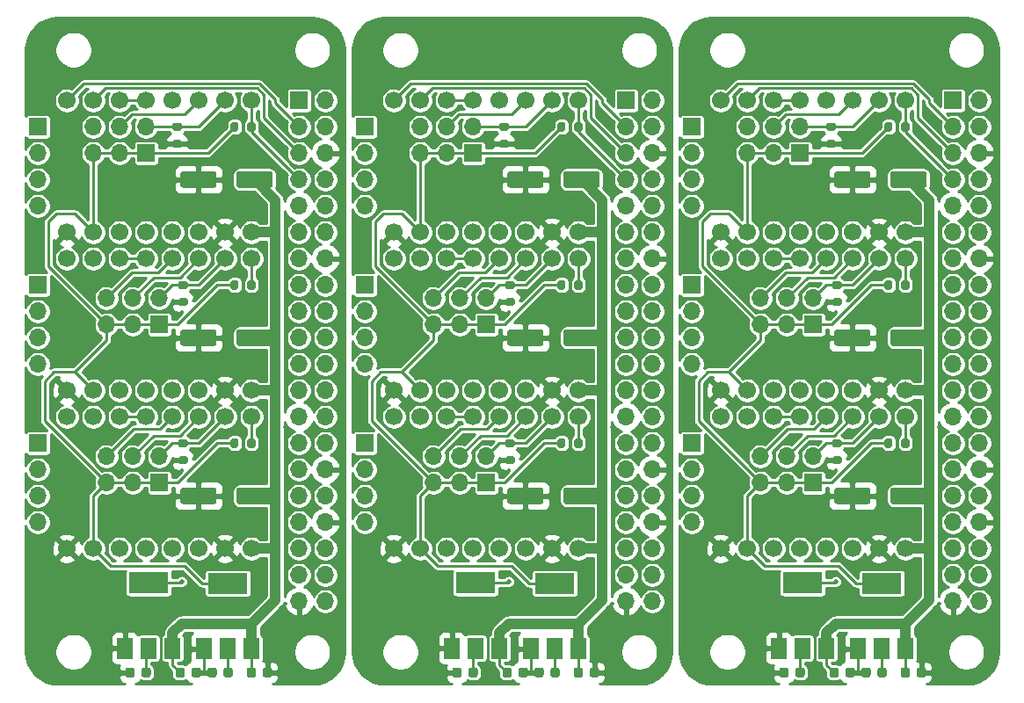
<source format=gbr>
%TF.GenerationSoftware,KiCad,Pcbnew,(5.1.10)-1*%
%TF.CreationDate,2022-04-18T12:48:46-04:00*%
%TF.ProjectId,blinds 2.0 Panel,626c696e-6473-4203-922e-302050616e65,rev?*%
%TF.SameCoordinates,Original*%
%TF.FileFunction,Copper,L1,Top*%
%TF.FilePolarity,Positive*%
%FSLAX46Y46*%
G04 Gerber Fmt 4.6, Leading zero omitted, Abs format (unit mm)*
G04 Created by KiCad (PCBNEW (5.1.10)-1) date 2022-04-18 12:48:46*
%MOMM*%
%LPD*%
G01*
G04 APERTURE LIST*
%TA.AperFunction,ComponentPad*%
%ADD10C,1.700000*%
%TD*%
%TA.AperFunction,ComponentPad*%
%ADD11O,1.700000X1.700000*%
%TD*%
%TA.AperFunction,ComponentPad*%
%ADD12R,1.700000X1.700000*%
%TD*%
%TA.AperFunction,SMDPad,CuDef*%
%ADD13R,1.500000X2.000000*%
%TD*%
%TA.AperFunction,SMDPad,CuDef*%
%ADD14R,3.800000X2.000000*%
%TD*%
%TA.AperFunction,ViaPad*%
%ADD15C,0.500000*%
%TD*%
%TA.AperFunction,Conductor*%
%ADD16C,1.000000*%
%TD*%
%TA.AperFunction,Conductor*%
%ADD17C,0.250000*%
%TD*%
%TA.AperFunction,Conductor*%
%ADD18C,0.254000*%
%TD*%
%TA.AperFunction,Conductor*%
%ADD19C,0.100000*%
%TD*%
%TA.AperFunction,NonConductor*%
%ADD20C,0.254000*%
%TD*%
%TA.AperFunction,NonConductor*%
%ADD21C,0.100000*%
%TD*%
G04 APERTURE END LIST*
%TO.P,R2,2*%
%TO.N,N/C*%
%TA.AperFunction,SMDPad,CuDef*%
G36*
G01*
X230199880Y-76260280D02*
X230199880Y-76810280D01*
G75*
G02*
X229999880Y-77010280I-200000J0D01*
G01*
X229599880Y-77010280D01*
G75*
G02*
X229399880Y-76810280I0J200000D01*
G01*
X229399880Y-76260280D01*
G75*
G02*
X229599880Y-76060280I200000J0D01*
G01*
X229999880Y-76060280D01*
G75*
G02*
X230199880Y-76260280I0J-200000D01*
G01*
G37*
%TD.AperFunction*%
%TO.P,R2,1*%
%TA.AperFunction,SMDPad,CuDef*%
G36*
G01*
X231849880Y-76260280D02*
X231849880Y-76810280D01*
G75*
G02*
X231649880Y-77010280I-200000J0D01*
G01*
X231249880Y-77010280D01*
G75*
G02*
X231049880Y-76810280I0J200000D01*
G01*
X231049880Y-76260280D01*
G75*
G02*
X231249880Y-76060280I200000J0D01*
G01*
X231649880Y-76060280D01*
G75*
G02*
X231849880Y-76260280I0J-200000D01*
G01*
G37*
%TD.AperFunction*%
%TD*%
D10*
%TO.P,U3,8*%
%TO.N,N/C*%
X231449880Y-104475280D03*
%TO.P,U3,7*%
X228909880Y-104475280D03*
%TO.P,U3,6*%
X226369880Y-104475280D03*
%TO.P,U3,5*%
X223829880Y-104475280D03*
%TO.P,U3,4*%
X221289880Y-104475280D03*
%TO.P,U3,3*%
X218749880Y-104475280D03*
%TO.P,U3,2*%
X216209880Y-104475280D03*
%TO.P,U3,1*%
X213669880Y-104475280D03*
%TO.P,U3,16*%
X213669880Y-117175280D03*
%TO.P,U3,15*%
X216209880Y-117175280D03*
%TO.P,U3,14*%
X218749880Y-117175280D03*
%TO.P,U3,13*%
X221289880Y-117175280D03*
%TO.P,U3,12*%
X223829880Y-117175280D03*
%TO.P,U3,11*%
X226369880Y-117175280D03*
%TO.P,U3,10*%
X228909880Y-117175280D03*
%TO.P,U3,9*%
X231449880Y-117175280D03*
%TD*%
D11*
%TO.P,J7,6*%
%TO.N,N/C*%
X217479880Y-108285280D03*
%TO.P,J7,5*%
X217479880Y-110825280D03*
%TO.P,J7,4*%
X220019880Y-108285280D03*
%TO.P,J7,3*%
X220019880Y-110825280D03*
%TO.P,J7,2*%
X222559880Y-108285280D03*
D12*
%TO.P,J7,1*%
X222559880Y-110825280D03*
%TD*%
%TO.P,R5,1*%
%TO.N,N/C*%
%TA.AperFunction,SMDPad,CuDef*%
G36*
G01*
X225120880Y-109065280D02*
X224570880Y-109065280D01*
G75*
G02*
X224370880Y-108865280I0J200000D01*
G01*
X224370880Y-108465280D01*
G75*
G02*
X224570880Y-108265280I200000J0D01*
G01*
X225120880Y-108265280D01*
G75*
G02*
X225320880Y-108465280I0J-200000D01*
G01*
X225320880Y-108865280D01*
G75*
G02*
X225120880Y-109065280I-200000J0D01*
G01*
G37*
%TD.AperFunction*%
%TO.P,R5,2*%
%TA.AperFunction,SMDPad,CuDef*%
G36*
G01*
X225120880Y-107415280D02*
X224570880Y-107415280D01*
G75*
G02*
X224370880Y-107215280I0J200000D01*
G01*
X224370880Y-106815280D01*
G75*
G02*
X224570880Y-106615280I200000J0D01*
G01*
X225120880Y-106615280D01*
G75*
G02*
X225320880Y-106815280I0J-200000D01*
G01*
X225320880Y-107215280D01*
G75*
G02*
X225120880Y-107415280I-200000J0D01*
G01*
G37*
%TD.AperFunction*%
%TD*%
%TO.P,J4,1*%
%TO.N,N/C*%
X210875880Y-91775280D03*
D11*
%TO.P,J4,2*%
X210875880Y-94315280D03*
%TO.P,J4,3*%
X210875880Y-96855280D03*
%TO.P,J4,4*%
X210875880Y-99395280D03*
%TD*%
%TO.P,R4,1*%
%TO.N,N/C*%
%TA.AperFunction,SMDPad,CuDef*%
G36*
G01*
X231849880Y-91500280D02*
X231849880Y-92050280D01*
G75*
G02*
X231649880Y-92250280I-200000J0D01*
G01*
X231249880Y-92250280D01*
G75*
G02*
X231049880Y-92050280I0J200000D01*
G01*
X231049880Y-91500280D01*
G75*
G02*
X231249880Y-91300280I200000J0D01*
G01*
X231649880Y-91300280D01*
G75*
G02*
X231849880Y-91500280I0J-200000D01*
G01*
G37*
%TD.AperFunction*%
%TO.P,R4,2*%
%TA.AperFunction,SMDPad,CuDef*%
G36*
G01*
X230199880Y-91500280D02*
X230199880Y-92050280D01*
G75*
G02*
X229999880Y-92250280I-200000J0D01*
G01*
X229599880Y-92250280D01*
G75*
G02*
X229399880Y-92050280I0J200000D01*
G01*
X229399880Y-91500280D01*
G75*
G02*
X229599880Y-91300280I200000J0D01*
G01*
X229999880Y-91300280D01*
G75*
G02*
X230199880Y-91500280I0J-200000D01*
G01*
G37*
%TD.AperFunction*%
%TD*%
%TO.P,R1,1*%
%TO.N,N/C*%
%TA.AperFunction,SMDPad,CuDef*%
G36*
G01*
X224549880Y-78585280D02*
X223999880Y-78585280D01*
G75*
G02*
X223799880Y-78385280I0J200000D01*
G01*
X223799880Y-77985280D01*
G75*
G02*
X223999880Y-77785280I200000J0D01*
G01*
X224549880Y-77785280D01*
G75*
G02*
X224749880Y-77985280I0J-200000D01*
G01*
X224749880Y-78385280D01*
G75*
G02*
X224549880Y-78585280I-200000J0D01*
G01*
G37*
%TD.AperFunction*%
%TO.P,R1,2*%
%TA.AperFunction,SMDPad,CuDef*%
G36*
G01*
X224549880Y-76935280D02*
X223999880Y-76935280D01*
G75*
G02*
X223799880Y-76735280I0J200000D01*
G01*
X223799880Y-76335280D01*
G75*
G02*
X223999880Y-76135280I200000J0D01*
G01*
X224549880Y-76135280D01*
G75*
G02*
X224749880Y-76335280I0J-200000D01*
G01*
X224749880Y-76735280D01*
G75*
G02*
X224549880Y-76935280I-200000J0D01*
G01*
G37*
%TD.AperFunction*%
%TD*%
D13*
%TO.P,U5,1*%
%TO.N,N/C*%
X219243880Y-126777280D03*
%TO.P,U5,3*%
X223843880Y-126777280D03*
%TO.P,U5,2*%
X221543880Y-126777280D03*
D14*
X221543880Y-120477280D03*
%TD*%
D12*
%TO.P,J6,1*%
%TO.N,N/C*%
X210875880Y-107015280D03*
D11*
%TO.P,J6,2*%
X210875880Y-109555280D03*
%TO.P,J6,3*%
X210875880Y-112095280D03*
%TO.P,J6,4*%
X210875880Y-114635280D03*
%TD*%
%TO.P,R6,2*%
%TO.N,N/C*%
%TA.AperFunction,SMDPad,CuDef*%
G36*
G01*
X230199880Y-106740280D02*
X230199880Y-107290280D01*
G75*
G02*
X229999880Y-107490280I-200000J0D01*
G01*
X229599880Y-107490280D01*
G75*
G02*
X229399880Y-107290280I0J200000D01*
G01*
X229399880Y-106740280D01*
G75*
G02*
X229599880Y-106540280I200000J0D01*
G01*
X229999880Y-106540280D01*
G75*
G02*
X230199880Y-106740280I0J-200000D01*
G01*
G37*
%TD.AperFunction*%
%TO.P,R6,1*%
%TA.AperFunction,SMDPad,CuDef*%
G36*
G01*
X231849880Y-106740280D02*
X231849880Y-107290280D01*
G75*
G02*
X231649880Y-107490280I-200000J0D01*
G01*
X231249880Y-107490280D01*
G75*
G02*
X231049880Y-107290280I0J200000D01*
G01*
X231049880Y-106740280D01*
G75*
G02*
X231249880Y-106540280I200000J0D01*
G01*
X231649880Y-106540280D01*
G75*
G02*
X231849880Y-106740280I0J-200000D01*
G01*
G37*
%TD.AperFunction*%
%TD*%
D10*
%TO.P,U2,9*%
%TO.N,N/C*%
X231449880Y-101935280D03*
%TO.P,U2,10*%
X228909880Y-101935280D03*
%TO.P,U2,11*%
X226369880Y-101935280D03*
%TO.P,U2,12*%
X223829880Y-101935280D03*
%TO.P,U2,13*%
X221289880Y-101935280D03*
%TO.P,U2,14*%
X218749880Y-101935280D03*
%TO.P,U2,15*%
X216209880Y-101935280D03*
%TO.P,U2,16*%
X213669880Y-101935280D03*
%TO.P,U2,1*%
X213669880Y-89235280D03*
%TO.P,U2,2*%
X216209880Y-89235280D03*
%TO.P,U2,3*%
X218749880Y-89235280D03*
%TO.P,U2,4*%
X221289880Y-89235280D03*
%TO.P,U2,5*%
X223829880Y-89235280D03*
%TO.P,U2,6*%
X226369880Y-89235280D03*
%TO.P,U2,7*%
X228909880Y-89235280D03*
%TO.P,U2,8*%
X231449880Y-89235280D03*
%TD*%
%TO.P,R3,2*%
%TO.N,N/C*%
%TA.AperFunction,SMDPad,CuDef*%
G36*
G01*
X225120880Y-92175280D02*
X224570880Y-92175280D01*
G75*
G02*
X224370880Y-91975280I0J200000D01*
G01*
X224370880Y-91575280D01*
G75*
G02*
X224570880Y-91375280I200000J0D01*
G01*
X225120880Y-91375280D01*
G75*
G02*
X225320880Y-91575280I0J-200000D01*
G01*
X225320880Y-91975280D01*
G75*
G02*
X225120880Y-92175280I-200000J0D01*
G01*
G37*
%TD.AperFunction*%
%TO.P,R3,1*%
%TA.AperFunction,SMDPad,CuDef*%
G36*
G01*
X225120880Y-93825280D02*
X224570880Y-93825280D01*
G75*
G02*
X224370880Y-93625280I0J200000D01*
G01*
X224370880Y-93225280D01*
G75*
G02*
X224570880Y-93025280I200000J0D01*
G01*
X225120880Y-93025280D01*
G75*
G02*
X225320880Y-93225280I0J-200000D01*
G01*
X225320880Y-93625280D01*
G75*
G02*
X225120880Y-93825280I-200000J0D01*
G01*
G37*
%TD.AperFunction*%
%TD*%
D14*
%TO.P,U6,2*%
%TO.N,N/C*%
X229163880Y-120527280D03*
D13*
X229163880Y-126827280D03*
%TO.P,U6,3*%
X231463880Y-126827280D03*
%TO.P,U6,1*%
X226863880Y-126827280D03*
%TD*%
D11*
%TO.P,J5,6*%
%TO.N,N/C*%
X217479880Y-93045280D03*
%TO.P,J5,5*%
X217479880Y-95585280D03*
%TO.P,J5,4*%
X220019880Y-93045280D03*
%TO.P,J5,3*%
X220019880Y-95585280D03*
%TO.P,J5,2*%
X222559880Y-93045280D03*
D12*
%TO.P,J5,1*%
X222559880Y-95585280D03*
%TD*%
%TO.P,J1,1*%
%TO.N,N/C*%
X236021880Y-73995280D03*
D11*
%TO.P,J1,2*%
X238561880Y-73995280D03*
%TO.P,J1,3*%
X236021880Y-76535280D03*
%TO.P,J1,4*%
X238561880Y-76535280D03*
%TO.P,J1,5*%
X236021880Y-79075280D03*
%TO.P,J1,6*%
X238561880Y-79075280D03*
%TO.P,J1,7*%
X236021880Y-81615280D03*
%TO.P,J1,8*%
X238561880Y-81615280D03*
%TO.P,J1,9*%
X236021880Y-84155280D03*
%TO.P,J1,10*%
X238561880Y-84155280D03*
%TO.P,J1,11*%
X236021880Y-86695280D03*
%TO.P,J1,12*%
X238561880Y-86695280D03*
%TO.P,J1,13*%
X236021880Y-89235280D03*
%TO.P,J1,14*%
X238561880Y-89235280D03*
%TO.P,J1,15*%
X236021880Y-91775280D03*
%TO.P,J1,16*%
X238561880Y-91775280D03*
%TO.P,J1,17*%
X236021880Y-94315280D03*
%TO.P,J1,18*%
X238561880Y-94315280D03*
%TO.P,J1,19*%
X236021880Y-96855280D03*
%TO.P,J1,20*%
X238561880Y-96855280D03*
%TO.P,J1,21*%
X236021880Y-99395280D03*
%TO.P,J1,22*%
X238561880Y-99395280D03*
%TO.P,J1,23*%
X236021880Y-101935280D03*
%TO.P,J1,24*%
X238561880Y-101935280D03*
%TO.P,J1,25*%
X236021880Y-104475280D03*
%TO.P,J1,26*%
X238561880Y-104475280D03*
%TO.P,J1,27*%
X236021880Y-107015280D03*
%TO.P,J1,28*%
X238561880Y-107015280D03*
%TO.P,J1,29*%
X236021880Y-109555280D03*
%TO.P,J1,30*%
X238561880Y-109555280D03*
%TO.P,J1,31*%
X236021880Y-112095280D03*
%TO.P,J1,32*%
X238561880Y-112095280D03*
%TO.P,J1,33*%
X236021880Y-114635280D03*
%TO.P,J1,34*%
X238561880Y-114635280D03*
%TO.P,J1,35*%
X236021880Y-117175280D03*
%TO.P,J1,36*%
X238561880Y-117175280D03*
%TO.P,J1,37*%
X236021880Y-119715280D03*
%TO.P,J1,38*%
X238561880Y-119715280D03*
%TO.P,J1,39*%
X236021880Y-122255280D03*
%TO.P,J1,40*%
X238561880Y-122255280D03*
%TD*%
%TO.P,J3,6*%
%TO.N,N/C*%
X216209880Y-76535280D03*
%TO.P,J3,5*%
X216209880Y-79075280D03*
%TO.P,J3,4*%
X218749880Y-76535280D03*
%TO.P,J3,3*%
X218749880Y-79075280D03*
%TO.P,J3,2*%
X221289880Y-76535280D03*
D12*
%TO.P,J3,1*%
X221289880Y-79075280D03*
%TD*%
%TO.P,J2,1*%
%TO.N,N/C*%
X210875880Y-76535280D03*
D11*
%TO.P,J2,2*%
X210875880Y-79075280D03*
%TO.P,J2,3*%
X210875880Y-81615280D03*
%TO.P,J2,4*%
X210875880Y-84155280D03*
%TD*%
%TO.P,C3,2*%
%TO.N,N/C*%
%TA.AperFunction,SMDPad,CuDef*%
G36*
G01*
X228086880Y-81065280D02*
X228086880Y-82165280D01*
G75*
G02*
X227836880Y-82415280I-250000J0D01*
G01*
X224836880Y-82415280D01*
G75*
G02*
X224586880Y-82165280I0J250000D01*
G01*
X224586880Y-81065280D01*
G75*
G02*
X224836880Y-80815280I250000J0D01*
G01*
X227836880Y-80815280D01*
G75*
G02*
X228086880Y-81065280I0J-250000D01*
G01*
G37*
%TD.AperFunction*%
%TO.P,C3,1*%
%TA.AperFunction,SMDPad,CuDef*%
G36*
G01*
X233486880Y-81065280D02*
X233486880Y-82165280D01*
G75*
G02*
X233236880Y-82415280I-250000J0D01*
G01*
X230236880Y-82415280D01*
G75*
G02*
X229986880Y-82165280I0J250000D01*
G01*
X229986880Y-81065280D01*
G75*
G02*
X230236880Y-80815280I250000J0D01*
G01*
X233236880Y-80815280D01*
G75*
G02*
X233486880Y-81065280I0J-250000D01*
G01*
G37*
%TD.AperFunction*%
%TD*%
%TO.P,C8,1*%
%TO.N,N/C*%
%TA.AperFunction,SMDPad,CuDef*%
G36*
G01*
X229639880Y-128863280D02*
X229639880Y-129363280D01*
G75*
G02*
X229414880Y-129588280I-225000J0D01*
G01*
X228964880Y-129588280D01*
G75*
G02*
X228739880Y-129363280I0J225000D01*
G01*
X228739880Y-128863280D01*
G75*
G02*
X228964880Y-128638280I225000J0D01*
G01*
X229414880Y-128638280D01*
G75*
G02*
X229639880Y-128863280I0J-225000D01*
G01*
G37*
%TD.AperFunction*%
%TO.P,C8,2*%
%TA.AperFunction,SMDPad,CuDef*%
G36*
G01*
X228089880Y-128863280D02*
X228089880Y-129363280D01*
G75*
G02*
X227864880Y-129588280I-225000J0D01*
G01*
X227414880Y-129588280D01*
G75*
G02*
X227189880Y-129363280I0J225000D01*
G01*
X227189880Y-128863280D01*
G75*
G02*
X227414880Y-128638280I225000J0D01*
G01*
X227864880Y-128638280D01*
G75*
G02*
X228089880Y-128863280I0J-225000D01*
G01*
G37*
%TD.AperFunction*%
%TD*%
%TO.P,C7,2*%
%TO.N,N/C*%
%TA.AperFunction,SMDPad,CuDef*%
G36*
G01*
X225665880Y-129363280D02*
X225665880Y-128863280D01*
G75*
G02*
X225890880Y-128638280I225000J0D01*
G01*
X226340880Y-128638280D01*
G75*
G02*
X226565880Y-128863280I0J-225000D01*
G01*
X226565880Y-129363280D01*
G75*
G02*
X226340880Y-129588280I-225000J0D01*
G01*
X225890880Y-129588280D01*
G75*
G02*
X225665880Y-129363280I0J225000D01*
G01*
G37*
%TD.AperFunction*%
%TO.P,C7,1*%
%TA.AperFunction,SMDPad,CuDef*%
G36*
G01*
X224115880Y-129363280D02*
X224115880Y-128863280D01*
G75*
G02*
X224340880Y-128638280I225000J0D01*
G01*
X224790880Y-128638280D01*
G75*
G02*
X225015880Y-128863280I0J-225000D01*
G01*
X225015880Y-129363280D01*
G75*
G02*
X224790880Y-129588280I-225000J0D01*
G01*
X224340880Y-129588280D01*
G75*
G02*
X224115880Y-129363280I0J225000D01*
G01*
G37*
%TD.AperFunction*%
%TD*%
D10*
%TO.P,U1,8*%
%TO.N,N/C*%
X231449880Y-73995280D03*
%TO.P,U1,7*%
X228909880Y-73995280D03*
%TO.P,U1,6*%
X226369880Y-73995280D03*
%TO.P,U1,5*%
X223829880Y-73995280D03*
%TO.P,U1,4*%
X221289880Y-73995280D03*
%TO.P,U1,3*%
X218749880Y-73995280D03*
%TO.P,U1,2*%
X216209880Y-73995280D03*
%TO.P,U1,1*%
X213669880Y-73995280D03*
%TO.P,U1,16*%
X213669880Y-86695280D03*
%TO.P,U1,15*%
X216209880Y-86695280D03*
%TO.P,U1,14*%
X218749880Y-86695280D03*
%TO.P,U1,13*%
X221289880Y-86695280D03*
%TO.P,U1,12*%
X223829880Y-86695280D03*
%TO.P,U1,11*%
X226369880Y-86695280D03*
%TO.P,U1,10*%
X228909880Y-86695280D03*
%TO.P,U1,9*%
X231449880Y-86695280D03*
%TD*%
%TO.P,C4,1*%
%TO.N,N/C*%
%TA.AperFunction,SMDPad,CuDef*%
G36*
G01*
X233486880Y-96305280D02*
X233486880Y-97405280D01*
G75*
G02*
X233236880Y-97655280I-250000J0D01*
G01*
X230236880Y-97655280D01*
G75*
G02*
X229986880Y-97405280I0J250000D01*
G01*
X229986880Y-96305280D01*
G75*
G02*
X230236880Y-96055280I250000J0D01*
G01*
X233236880Y-96055280D01*
G75*
G02*
X233486880Y-96305280I0J-250000D01*
G01*
G37*
%TD.AperFunction*%
%TO.P,C4,2*%
%TA.AperFunction,SMDPad,CuDef*%
G36*
G01*
X228086880Y-96305280D02*
X228086880Y-97405280D01*
G75*
G02*
X227836880Y-97655280I-250000J0D01*
G01*
X224836880Y-97655280D01*
G75*
G02*
X224586880Y-97405280I0J250000D01*
G01*
X224586880Y-96305280D01*
G75*
G02*
X224836880Y-96055280I250000J0D01*
G01*
X227836880Y-96055280D01*
G75*
G02*
X228086880Y-96305280I0J-250000D01*
G01*
G37*
%TD.AperFunction*%
%TD*%
%TO.P,C1,2*%
%TO.N,N/C*%
%TA.AperFunction,SMDPad,CuDef*%
G36*
G01*
X232523880Y-129363280D02*
X232523880Y-128863280D01*
G75*
G02*
X232748880Y-128638280I225000J0D01*
G01*
X233198880Y-128638280D01*
G75*
G02*
X233423880Y-128863280I0J-225000D01*
G01*
X233423880Y-129363280D01*
G75*
G02*
X233198880Y-129588280I-225000J0D01*
G01*
X232748880Y-129588280D01*
G75*
G02*
X232523880Y-129363280I0J225000D01*
G01*
G37*
%TD.AperFunction*%
%TO.P,C1,1*%
%TA.AperFunction,SMDPad,CuDef*%
G36*
G01*
X230973880Y-129363280D02*
X230973880Y-128863280D01*
G75*
G02*
X231198880Y-128638280I225000J0D01*
G01*
X231648880Y-128638280D01*
G75*
G02*
X231873880Y-128863280I0J-225000D01*
G01*
X231873880Y-129363280D01*
G75*
G02*
X231648880Y-129588280I-225000J0D01*
G01*
X231198880Y-129588280D01*
G75*
G02*
X230973880Y-129363280I0J225000D01*
G01*
G37*
%TD.AperFunction*%
%TD*%
%TO.P,C2,1*%
%TO.N,N/C*%
%TA.AperFunction,SMDPad,CuDef*%
G36*
G01*
X221739880Y-128863280D02*
X221739880Y-129363280D01*
G75*
G02*
X221514880Y-129588280I-225000J0D01*
G01*
X221064880Y-129588280D01*
G75*
G02*
X220839880Y-129363280I0J225000D01*
G01*
X220839880Y-128863280D01*
G75*
G02*
X221064880Y-128638280I225000J0D01*
G01*
X221514880Y-128638280D01*
G75*
G02*
X221739880Y-128863280I0J-225000D01*
G01*
G37*
%TD.AperFunction*%
%TO.P,C2,2*%
%TA.AperFunction,SMDPad,CuDef*%
G36*
G01*
X220189880Y-128863280D02*
X220189880Y-129363280D01*
G75*
G02*
X219964880Y-129588280I-225000J0D01*
G01*
X219514880Y-129588280D01*
G75*
G02*
X219289880Y-129363280I0J225000D01*
G01*
X219289880Y-128863280D01*
G75*
G02*
X219514880Y-128638280I225000J0D01*
G01*
X219964880Y-128638280D01*
G75*
G02*
X220189880Y-128863280I0J-225000D01*
G01*
G37*
%TD.AperFunction*%
%TD*%
%TO.P,C5,2*%
%TO.N,N/C*%
%TA.AperFunction,SMDPad,CuDef*%
G36*
G01*
X228086880Y-111545280D02*
X228086880Y-112645280D01*
G75*
G02*
X227836880Y-112895280I-250000J0D01*
G01*
X224836880Y-112895280D01*
G75*
G02*
X224586880Y-112645280I0J250000D01*
G01*
X224586880Y-111545280D01*
G75*
G02*
X224836880Y-111295280I250000J0D01*
G01*
X227836880Y-111295280D01*
G75*
G02*
X228086880Y-111545280I0J-250000D01*
G01*
G37*
%TD.AperFunction*%
%TO.P,C5,1*%
%TA.AperFunction,SMDPad,CuDef*%
G36*
G01*
X233486880Y-111545280D02*
X233486880Y-112645280D01*
G75*
G02*
X233236880Y-112895280I-250000J0D01*
G01*
X230236880Y-112895280D01*
G75*
G02*
X229986880Y-112645280I0J250000D01*
G01*
X229986880Y-111545280D01*
G75*
G02*
X230236880Y-111295280I250000J0D01*
G01*
X233236880Y-111295280D01*
G75*
G02*
X233486880Y-111545280I0J-250000D01*
G01*
G37*
%TD.AperFunction*%
%TD*%
%TO.P,R2,2*%
%TO.N,N/C*%
%TA.AperFunction,SMDPad,CuDef*%
G36*
G01*
X198703880Y-76260280D02*
X198703880Y-76810280D01*
G75*
G02*
X198503880Y-77010280I-200000J0D01*
G01*
X198103880Y-77010280D01*
G75*
G02*
X197903880Y-76810280I0J200000D01*
G01*
X197903880Y-76260280D01*
G75*
G02*
X198103880Y-76060280I200000J0D01*
G01*
X198503880Y-76060280D01*
G75*
G02*
X198703880Y-76260280I0J-200000D01*
G01*
G37*
%TD.AperFunction*%
%TO.P,R2,1*%
%TA.AperFunction,SMDPad,CuDef*%
G36*
G01*
X200353880Y-76260280D02*
X200353880Y-76810280D01*
G75*
G02*
X200153880Y-77010280I-200000J0D01*
G01*
X199753880Y-77010280D01*
G75*
G02*
X199553880Y-76810280I0J200000D01*
G01*
X199553880Y-76260280D01*
G75*
G02*
X199753880Y-76060280I200000J0D01*
G01*
X200153880Y-76060280D01*
G75*
G02*
X200353880Y-76260280I0J-200000D01*
G01*
G37*
%TD.AperFunction*%
%TD*%
%TO.P,U3,8*%
%TO.N,N/C*%
X199953880Y-104475280D03*
%TO.P,U3,7*%
X197413880Y-104475280D03*
%TO.P,U3,6*%
X194873880Y-104475280D03*
%TO.P,U3,5*%
X192333880Y-104475280D03*
%TO.P,U3,4*%
X189793880Y-104475280D03*
%TO.P,U3,3*%
X187253880Y-104475280D03*
%TO.P,U3,2*%
X184713880Y-104475280D03*
%TO.P,U3,1*%
X182173880Y-104475280D03*
%TO.P,U3,16*%
X182173880Y-117175280D03*
%TO.P,U3,15*%
X184713880Y-117175280D03*
%TO.P,U3,14*%
X187253880Y-117175280D03*
%TO.P,U3,13*%
X189793880Y-117175280D03*
%TO.P,U3,12*%
X192333880Y-117175280D03*
%TO.P,U3,11*%
X194873880Y-117175280D03*
%TO.P,U3,10*%
X197413880Y-117175280D03*
%TO.P,U3,9*%
X199953880Y-117175280D03*
%TD*%
D11*
%TO.P,J7,6*%
%TO.N,N/C*%
X185983880Y-108285280D03*
%TO.P,J7,5*%
X185983880Y-110825280D03*
%TO.P,J7,4*%
X188523880Y-108285280D03*
%TO.P,J7,3*%
X188523880Y-110825280D03*
%TO.P,J7,2*%
X191063880Y-108285280D03*
D12*
%TO.P,J7,1*%
X191063880Y-110825280D03*
%TD*%
%TO.P,R5,1*%
%TO.N,N/C*%
%TA.AperFunction,SMDPad,CuDef*%
G36*
G01*
X193624880Y-109065280D02*
X193074880Y-109065280D01*
G75*
G02*
X192874880Y-108865280I0J200000D01*
G01*
X192874880Y-108465280D01*
G75*
G02*
X193074880Y-108265280I200000J0D01*
G01*
X193624880Y-108265280D01*
G75*
G02*
X193824880Y-108465280I0J-200000D01*
G01*
X193824880Y-108865280D01*
G75*
G02*
X193624880Y-109065280I-200000J0D01*
G01*
G37*
%TD.AperFunction*%
%TO.P,R5,2*%
%TA.AperFunction,SMDPad,CuDef*%
G36*
G01*
X193624880Y-107415280D02*
X193074880Y-107415280D01*
G75*
G02*
X192874880Y-107215280I0J200000D01*
G01*
X192874880Y-106815280D01*
G75*
G02*
X193074880Y-106615280I200000J0D01*
G01*
X193624880Y-106615280D01*
G75*
G02*
X193824880Y-106815280I0J-200000D01*
G01*
X193824880Y-107215280D01*
G75*
G02*
X193624880Y-107415280I-200000J0D01*
G01*
G37*
%TD.AperFunction*%
%TD*%
%TO.P,J4,1*%
%TO.N,N/C*%
X179379880Y-91775280D03*
D11*
%TO.P,J4,2*%
X179379880Y-94315280D03*
%TO.P,J4,3*%
X179379880Y-96855280D03*
%TO.P,J4,4*%
X179379880Y-99395280D03*
%TD*%
%TO.P,R4,1*%
%TO.N,N/C*%
%TA.AperFunction,SMDPad,CuDef*%
G36*
G01*
X200353880Y-91500280D02*
X200353880Y-92050280D01*
G75*
G02*
X200153880Y-92250280I-200000J0D01*
G01*
X199753880Y-92250280D01*
G75*
G02*
X199553880Y-92050280I0J200000D01*
G01*
X199553880Y-91500280D01*
G75*
G02*
X199753880Y-91300280I200000J0D01*
G01*
X200153880Y-91300280D01*
G75*
G02*
X200353880Y-91500280I0J-200000D01*
G01*
G37*
%TD.AperFunction*%
%TO.P,R4,2*%
%TA.AperFunction,SMDPad,CuDef*%
G36*
G01*
X198703880Y-91500280D02*
X198703880Y-92050280D01*
G75*
G02*
X198503880Y-92250280I-200000J0D01*
G01*
X198103880Y-92250280D01*
G75*
G02*
X197903880Y-92050280I0J200000D01*
G01*
X197903880Y-91500280D01*
G75*
G02*
X198103880Y-91300280I200000J0D01*
G01*
X198503880Y-91300280D01*
G75*
G02*
X198703880Y-91500280I0J-200000D01*
G01*
G37*
%TD.AperFunction*%
%TD*%
%TO.P,R1,1*%
%TO.N,N/C*%
%TA.AperFunction,SMDPad,CuDef*%
G36*
G01*
X193053880Y-78585280D02*
X192503880Y-78585280D01*
G75*
G02*
X192303880Y-78385280I0J200000D01*
G01*
X192303880Y-77985280D01*
G75*
G02*
X192503880Y-77785280I200000J0D01*
G01*
X193053880Y-77785280D01*
G75*
G02*
X193253880Y-77985280I0J-200000D01*
G01*
X193253880Y-78385280D01*
G75*
G02*
X193053880Y-78585280I-200000J0D01*
G01*
G37*
%TD.AperFunction*%
%TO.P,R1,2*%
%TA.AperFunction,SMDPad,CuDef*%
G36*
G01*
X193053880Y-76935280D02*
X192503880Y-76935280D01*
G75*
G02*
X192303880Y-76735280I0J200000D01*
G01*
X192303880Y-76335280D01*
G75*
G02*
X192503880Y-76135280I200000J0D01*
G01*
X193053880Y-76135280D01*
G75*
G02*
X193253880Y-76335280I0J-200000D01*
G01*
X193253880Y-76735280D01*
G75*
G02*
X193053880Y-76935280I-200000J0D01*
G01*
G37*
%TD.AperFunction*%
%TD*%
D13*
%TO.P,U5,1*%
%TO.N,N/C*%
X187747880Y-126777280D03*
%TO.P,U5,3*%
X192347880Y-126777280D03*
%TO.P,U5,2*%
X190047880Y-126777280D03*
D14*
X190047880Y-120477280D03*
%TD*%
D12*
%TO.P,J6,1*%
%TO.N,N/C*%
X179379880Y-107015280D03*
D11*
%TO.P,J6,2*%
X179379880Y-109555280D03*
%TO.P,J6,3*%
X179379880Y-112095280D03*
%TO.P,J6,4*%
X179379880Y-114635280D03*
%TD*%
%TO.P,R6,2*%
%TO.N,N/C*%
%TA.AperFunction,SMDPad,CuDef*%
G36*
G01*
X198703880Y-106740280D02*
X198703880Y-107290280D01*
G75*
G02*
X198503880Y-107490280I-200000J0D01*
G01*
X198103880Y-107490280D01*
G75*
G02*
X197903880Y-107290280I0J200000D01*
G01*
X197903880Y-106740280D01*
G75*
G02*
X198103880Y-106540280I200000J0D01*
G01*
X198503880Y-106540280D01*
G75*
G02*
X198703880Y-106740280I0J-200000D01*
G01*
G37*
%TD.AperFunction*%
%TO.P,R6,1*%
%TA.AperFunction,SMDPad,CuDef*%
G36*
G01*
X200353880Y-106740280D02*
X200353880Y-107290280D01*
G75*
G02*
X200153880Y-107490280I-200000J0D01*
G01*
X199753880Y-107490280D01*
G75*
G02*
X199553880Y-107290280I0J200000D01*
G01*
X199553880Y-106740280D01*
G75*
G02*
X199753880Y-106540280I200000J0D01*
G01*
X200153880Y-106540280D01*
G75*
G02*
X200353880Y-106740280I0J-200000D01*
G01*
G37*
%TD.AperFunction*%
%TD*%
D10*
%TO.P,U2,9*%
%TO.N,N/C*%
X199953880Y-101935280D03*
%TO.P,U2,10*%
X197413880Y-101935280D03*
%TO.P,U2,11*%
X194873880Y-101935280D03*
%TO.P,U2,12*%
X192333880Y-101935280D03*
%TO.P,U2,13*%
X189793880Y-101935280D03*
%TO.P,U2,14*%
X187253880Y-101935280D03*
%TO.P,U2,15*%
X184713880Y-101935280D03*
%TO.P,U2,16*%
X182173880Y-101935280D03*
%TO.P,U2,1*%
X182173880Y-89235280D03*
%TO.P,U2,2*%
X184713880Y-89235280D03*
%TO.P,U2,3*%
X187253880Y-89235280D03*
%TO.P,U2,4*%
X189793880Y-89235280D03*
%TO.P,U2,5*%
X192333880Y-89235280D03*
%TO.P,U2,6*%
X194873880Y-89235280D03*
%TO.P,U2,7*%
X197413880Y-89235280D03*
%TO.P,U2,8*%
X199953880Y-89235280D03*
%TD*%
%TO.P,R3,2*%
%TO.N,N/C*%
%TA.AperFunction,SMDPad,CuDef*%
G36*
G01*
X193624880Y-92175280D02*
X193074880Y-92175280D01*
G75*
G02*
X192874880Y-91975280I0J200000D01*
G01*
X192874880Y-91575280D01*
G75*
G02*
X193074880Y-91375280I200000J0D01*
G01*
X193624880Y-91375280D01*
G75*
G02*
X193824880Y-91575280I0J-200000D01*
G01*
X193824880Y-91975280D01*
G75*
G02*
X193624880Y-92175280I-200000J0D01*
G01*
G37*
%TD.AperFunction*%
%TO.P,R3,1*%
%TA.AperFunction,SMDPad,CuDef*%
G36*
G01*
X193624880Y-93825280D02*
X193074880Y-93825280D01*
G75*
G02*
X192874880Y-93625280I0J200000D01*
G01*
X192874880Y-93225280D01*
G75*
G02*
X193074880Y-93025280I200000J0D01*
G01*
X193624880Y-93025280D01*
G75*
G02*
X193824880Y-93225280I0J-200000D01*
G01*
X193824880Y-93625280D01*
G75*
G02*
X193624880Y-93825280I-200000J0D01*
G01*
G37*
%TD.AperFunction*%
%TD*%
D14*
%TO.P,U6,2*%
%TO.N,N/C*%
X197667880Y-120527280D03*
D13*
X197667880Y-126827280D03*
%TO.P,U6,3*%
X199967880Y-126827280D03*
%TO.P,U6,1*%
X195367880Y-126827280D03*
%TD*%
D11*
%TO.P,J5,6*%
%TO.N,N/C*%
X185983880Y-93045280D03*
%TO.P,J5,5*%
X185983880Y-95585280D03*
%TO.P,J5,4*%
X188523880Y-93045280D03*
%TO.P,J5,3*%
X188523880Y-95585280D03*
%TO.P,J5,2*%
X191063880Y-93045280D03*
D12*
%TO.P,J5,1*%
X191063880Y-95585280D03*
%TD*%
%TO.P,J1,1*%
%TO.N,N/C*%
X204525880Y-73995280D03*
D11*
%TO.P,J1,2*%
X207065880Y-73995280D03*
%TO.P,J1,3*%
X204525880Y-76535280D03*
%TO.P,J1,4*%
X207065880Y-76535280D03*
%TO.P,J1,5*%
X204525880Y-79075280D03*
%TO.P,J1,6*%
X207065880Y-79075280D03*
%TO.P,J1,7*%
X204525880Y-81615280D03*
%TO.P,J1,8*%
X207065880Y-81615280D03*
%TO.P,J1,9*%
X204525880Y-84155280D03*
%TO.P,J1,10*%
X207065880Y-84155280D03*
%TO.P,J1,11*%
X204525880Y-86695280D03*
%TO.P,J1,12*%
X207065880Y-86695280D03*
%TO.P,J1,13*%
X204525880Y-89235280D03*
%TO.P,J1,14*%
X207065880Y-89235280D03*
%TO.P,J1,15*%
X204525880Y-91775280D03*
%TO.P,J1,16*%
X207065880Y-91775280D03*
%TO.P,J1,17*%
X204525880Y-94315280D03*
%TO.P,J1,18*%
X207065880Y-94315280D03*
%TO.P,J1,19*%
X204525880Y-96855280D03*
%TO.P,J1,20*%
X207065880Y-96855280D03*
%TO.P,J1,21*%
X204525880Y-99395280D03*
%TO.P,J1,22*%
X207065880Y-99395280D03*
%TO.P,J1,23*%
X204525880Y-101935280D03*
%TO.P,J1,24*%
X207065880Y-101935280D03*
%TO.P,J1,25*%
X204525880Y-104475280D03*
%TO.P,J1,26*%
X207065880Y-104475280D03*
%TO.P,J1,27*%
X204525880Y-107015280D03*
%TO.P,J1,28*%
X207065880Y-107015280D03*
%TO.P,J1,29*%
X204525880Y-109555280D03*
%TO.P,J1,30*%
X207065880Y-109555280D03*
%TO.P,J1,31*%
X204525880Y-112095280D03*
%TO.P,J1,32*%
X207065880Y-112095280D03*
%TO.P,J1,33*%
X204525880Y-114635280D03*
%TO.P,J1,34*%
X207065880Y-114635280D03*
%TO.P,J1,35*%
X204525880Y-117175280D03*
%TO.P,J1,36*%
X207065880Y-117175280D03*
%TO.P,J1,37*%
X204525880Y-119715280D03*
%TO.P,J1,38*%
X207065880Y-119715280D03*
%TO.P,J1,39*%
X204525880Y-122255280D03*
%TO.P,J1,40*%
X207065880Y-122255280D03*
%TD*%
%TO.P,J3,6*%
%TO.N,N/C*%
X184713880Y-76535280D03*
%TO.P,J3,5*%
X184713880Y-79075280D03*
%TO.P,J3,4*%
X187253880Y-76535280D03*
%TO.P,J3,3*%
X187253880Y-79075280D03*
%TO.P,J3,2*%
X189793880Y-76535280D03*
D12*
%TO.P,J3,1*%
X189793880Y-79075280D03*
%TD*%
%TO.P,J2,1*%
%TO.N,N/C*%
X179379880Y-76535280D03*
D11*
%TO.P,J2,2*%
X179379880Y-79075280D03*
%TO.P,J2,3*%
X179379880Y-81615280D03*
%TO.P,J2,4*%
X179379880Y-84155280D03*
%TD*%
%TO.P,C3,2*%
%TO.N,N/C*%
%TA.AperFunction,SMDPad,CuDef*%
G36*
G01*
X196590880Y-81065280D02*
X196590880Y-82165280D01*
G75*
G02*
X196340880Y-82415280I-250000J0D01*
G01*
X193340880Y-82415280D01*
G75*
G02*
X193090880Y-82165280I0J250000D01*
G01*
X193090880Y-81065280D01*
G75*
G02*
X193340880Y-80815280I250000J0D01*
G01*
X196340880Y-80815280D01*
G75*
G02*
X196590880Y-81065280I0J-250000D01*
G01*
G37*
%TD.AperFunction*%
%TO.P,C3,1*%
%TA.AperFunction,SMDPad,CuDef*%
G36*
G01*
X201990880Y-81065280D02*
X201990880Y-82165280D01*
G75*
G02*
X201740880Y-82415280I-250000J0D01*
G01*
X198740880Y-82415280D01*
G75*
G02*
X198490880Y-82165280I0J250000D01*
G01*
X198490880Y-81065280D01*
G75*
G02*
X198740880Y-80815280I250000J0D01*
G01*
X201740880Y-80815280D01*
G75*
G02*
X201990880Y-81065280I0J-250000D01*
G01*
G37*
%TD.AperFunction*%
%TD*%
%TO.P,C8,1*%
%TO.N,N/C*%
%TA.AperFunction,SMDPad,CuDef*%
G36*
G01*
X198143880Y-128863280D02*
X198143880Y-129363280D01*
G75*
G02*
X197918880Y-129588280I-225000J0D01*
G01*
X197468880Y-129588280D01*
G75*
G02*
X197243880Y-129363280I0J225000D01*
G01*
X197243880Y-128863280D01*
G75*
G02*
X197468880Y-128638280I225000J0D01*
G01*
X197918880Y-128638280D01*
G75*
G02*
X198143880Y-128863280I0J-225000D01*
G01*
G37*
%TD.AperFunction*%
%TO.P,C8,2*%
%TA.AperFunction,SMDPad,CuDef*%
G36*
G01*
X196593880Y-128863280D02*
X196593880Y-129363280D01*
G75*
G02*
X196368880Y-129588280I-225000J0D01*
G01*
X195918880Y-129588280D01*
G75*
G02*
X195693880Y-129363280I0J225000D01*
G01*
X195693880Y-128863280D01*
G75*
G02*
X195918880Y-128638280I225000J0D01*
G01*
X196368880Y-128638280D01*
G75*
G02*
X196593880Y-128863280I0J-225000D01*
G01*
G37*
%TD.AperFunction*%
%TD*%
%TO.P,C7,2*%
%TO.N,N/C*%
%TA.AperFunction,SMDPad,CuDef*%
G36*
G01*
X194169880Y-129363280D02*
X194169880Y-128863280D01*
G75*
G02*
X194394880Y-128638280I225000J0D01*
G01*
X194844880Y-128638280D01*
G75*
G02*
X195069880Y-128863280I0J-225000D01*
G01*
X195069880Y-129363280D01*
G75*
G02*
X194844880Y-129588280I-225000J0D01*
G01*
X194394880Y-129588280D01*
G75*
G02*
X194169880Y-129363280I0J225000D01*
G01*
G37*
%TD.AperFunction*%
%TO.P,C7,1*%
%TA.AperFunction,SMDPad,CuDef*%
G36*
G01*
X192619880Y-129363280D02*
X192619880Y-128863280D01*
G75*
G02*
X192844880Y-128638280I225000J0D01*
G01*
X193294880Y-128638280D01*
G75*
G02*
X193519880Y-128863280I0J-225000D01*
G01*
X193519880Y-129363280D01*
G75*
G02*
X193294880Y-129588280I-225000J0D01*
G01*
X192844880Y-129588280D01*
G75*
G02*
X192619880Y-129363280I0J225000D01*
G01*
G37*
%TD.AperFunction*%
%TD*%
D10*
%TO.P,U1,8*%
%TO.N,N/C*%
X199953880Y-73995280D03*
%TO.P,U1,7*%
X197413880Y-73995280D03*
%TO.P,U1,6*%
X194873880Y-73995280D03*
%TO.P,U1,5*%
X192333880Y-73995280D03*
%TO.P,U1,4*%
X189793880Y-73995280D03*
%TO.P,U1,3*%
X187253880Y-73995280D03*
%TO.P,U1,2*%
X184713880Y-73995280D03*
%TO.P,U1,1*%
X182173880Y-73995280D03*
%TO.P,U1,16*%
X182173880Y-86695280D03*
%TO.P,U1,15*%
X184713880Y-86695280D03*
%TO.P,U1,14*%
X187253880Y-86695280D03*
%TO.P,U1,13*%
X189793880Y-86695280D03*
%TO.P,U1,12*%
X192333880Y-86695280D03*
%TO.P,U1,11*%
X194873880Y-86695280D03*
%TO.P,U1,10*%
X197413880Y-86695280D03*
%TO.P,U1,9*%
X199953880Y-86695280D03*
%TD*%
%TO.P,C4,1*%
%TO.N,N/C*%
%TA.AperFunction,SMDPad,CuDef*%
G36*
G01*
X201990880Y-96305280D02*
X201990880Y-97405280D01*
G75*
G02*
X201740880Y-97655280I-250000J0D01*
G01*
X198740880Y-97655280D01*
G75*
G02*
X198490880Y-97405280I0J250000D01*
G01*
X198490880Y-96305280D01*
G75*
G02*
X198740880Y-96055280I250000J0D01*
G01*
X201740880Y-96055280D01*
G75*
G02*
X201990880Y-96305280I0J-250000D01*
G01*
G37*
%TD.AperFunction*%
%TO.P,C4,2*%
%TA.AperFunction,SMDPad,CuDef*%
G36*
G01*
X196590880Y-96305280D02*
X196590880Y-97405280D01*
G75*
G02*
X196340880Y-97655280I-250000J0D01*
G01*
X193340880Y-97655280D01*
G75*
G02*
X193090880Y-97405280I0J250000D01*
G01*
X193090880Y-96305280D01*
G75*
G02*
X193340880Y-96055280I250000J0D01*
G01*
X196340880Y-96055280D01*
G75*
G02*
X196590880Y-96305280I0J-250000D01*
G01*
G37*
%TD.AperFunction*%
%TD*%
%TO.P,C1,2*%
%TO.N,N/C*%
%TA.AperFunction,SMDPad,CuDef*%
G36*
G01*
X201027880Y-129363280D02*
X201027880Y-128863280D01*
G75*
G02*
X201252880Y-128638280I225000J0D01*
G01*
X201702880Y-128638280D01*
G75*
G02*
X201927880Y-128863280I0J-225000D01*
G01*
X201927880Y-129363280D01*
G75*
G02*
X201702880Y-129588280I-225000J0D01*
G01*
X201252880Y-129588280D01*
G75*
G02*
X201027880Y-129363280I0J225000D01*
G01*
G37*
%TD.AperFunction*%
%TO.P,C1,1*%
%TA.AperFunction,SMDPad,CuDef*%
G36*
G01*
X199477880Y-129363280D02*
X199477880Y-128863280D01*
G75*
G02*
X199702880Y-128638280I225000J0D01*
G01*
X200152880Y-128638280D01*
G75*
G02*
X200377880Y-128863280I0J-225000D01*
G01*
X200377880Y-129363280D01*
G75*
G02*
X200152880Y-129588280I-225000J0D01*
G01*
X199702880Y-129588280D01*
G75*
G02*
X199477880Y-129363280I0J225000D01*
G01*
G37*
%TD.AperFunction*%
%TD*%
%TO.P,C2,1*%
%TO.N,N/C*%
%TA.AperFunction,SMDPad,CuDef*%
G36*
G01*
X190243880Y-128863280D02*
X190243880Y-129363280D01*
G75*
G02*
X190018880Y-129588280I-225000J0D01*
G01*
X189568880Y-129588280D01*
G75*
G02*
X189343880Y-129363280I0J225000D01*
G01*
X189343880Y-128863280D01*
G75*
G02*
X189568880Y-128638280I225000J0D01*
G01*
X190018880Y-128638280D01*
G75*
G02*
X190243880Y-128863280I0J-225000D01*
G01*
G37*
%TD.AperFunction*%
%TO.P,C2,2*%
%TA.AperFunction,SMDPad,CuDef*%
G36*
G01*
X188693880Y-128863280D02*
X188693880Y-129363280D01*
G75*
G02*
X188468880Y-129588280I-225000J0D01*
G01*
X188018880Y-129588280D01*
G75*
G02*
X187793880Y-129363280I0J225000D01*
G01*
X187793880Y-128863280D01*
G75*
G02*
X188018880Y-128638280I225000J0D01*
G01*
X188468880Y-128638280D01*
G75*
G02*
X188693880Y-128863280I0J-225000D01*
G01*
G37*
%TD.AperFunction*%
%TD*%
%TO.P,C5,2*%
%TO.N,N/C*%
%TA.AperFunction,SMDPad,CuDef*%
G36*
G01*
X196590880Y-111545280D02*
X196590880Y-112645280D01*
G75*
G02*
X196340880Y-112895280I-250000J0D01*
G01*
X193340880Y-112895280D01*
G75*
G02*
X193090880Y-112645280I0J250000D01*
G01*
X193090880Y-111545280D01*
G75*
G02*
X193340880Y-111295280I250000J0D01*
G01*
X196340880Y-111295280D01*
G75*
G02*
X196590880Y-111545280I0J-250000D01*
G01*
G37*
%TD.AperFunction*%
%TO.P,C5,1*%
%TA.AperFunction,SMDPad,CuDef*%
G36*
G01*
X201990880Y-111545280D02*
X201990880Y-112645280D01*
G75*
G02*
X201740880Y-112895280I-250000J0D01*
G01*
X198740880Y-112895280D01*
G75*
G02*
X198490880Y-112645280I0J250000D01*
G01*
X198490880Y-111545280D01*
G75*
G02*
X198740880Y-111295280I250000J0D01*
G01*
X201740880Y-111295280D01*
G75*
G02*
X201990880Y-111545280I0J-250000D01*
G01*
G37*
%TD.AperFunction*%
%TD*%
D11*
%TO.P,J1,40*%
%TO.N,Net-(J1-Pad40)*%
X175569880Y-122255280D03*
%TO.P,J1,39*%
%TO.N,GND*%
X173029880Y-122255280D03*
%TO.P,J1,38*%
%TO.N,Net-(J1-Pad38)*%
X175569880Y-119715280D03*
%TO.P,J1,37*%
%TO.N,Net-(J1-Pad37)*%
X173029880Y-119715280D03*
%TO.P,J1,36*%
%TO.N,Net-(J1-Pad36)*%
X175569880Y-117175280D03*
%TO.P,J1,35*%
%TO.N,Net-(J1-Pad35)*%
X173029880Y-117175280D03*
%TO.P,J1,34*%
%TO.N,GND*%
X175569880Y-114635280D03*
%TO.P,J1,33*%
%TO.N,Net-(J1-Pad33)*%
X173029880Y-114635280D03*
%TO.P,J1,32*%
%TO.N,Net-(J1-Pad32)*%
X175569880Y-112095280D03*
%TO.P,J1,31*%
%TO.N,Net-(J1-Pad31)*%
X173029880Y-112095280D03*
%TO.P,J1,30*%
%TO.N,GND*%
X175569880Y-109555280D03*
%TO.P,J1,29*%
%TO.N,/dir3*%
X173029880Y-109555280D03*
%TO.P,J1,28*%
%TO.N,Net-(J1-Pad28)*%
X175569880Y-107015280D03*
%TO.P,J1,27*%
%TO.N,/step3*%
X173029880Y-107015280D03*
%TO.P,J1,26*%
%TO.N,Net-(J1-Pad26)*%
X175569880Y-104475280D03*
%TO.P,J1,25*%
%TO.N,GND*%
X173029880Y-104475280D03*
%TO.P,J1,24*%
%TO.N,Net-(J1-Pad24)*%
X175569880Y-101935280D03*
%TO.P,J1,23*%
%TO.N,/en3*%
X173029880Y-101935280D03*
%TO.P,J1,22*%
%TO.N,Net-(J1-Pad22)*%
X175569880Y-99395280D03*
%TO.P,J1,21*%
%TO.N,Net-(J1-Pad21)*%
X173029880Y-99395280D03*
%TO.P,J1,20*%
%TO.N,Net-(J1-Pad20)*%
X175569880Y-96855280D03*
%TO.P,J1,19*%
%TO.N,Net-(J1-Pad19)*%
X173029880Y-96855280D03*
%TO.P,J1,18*%
%TO.N,Net-(J1-Pad18)*%
X175569880Y-94315280D03*
%TO.P,J1,17*%
%TO.N,/dir2*%
X173029880Y-94315280D03*
%TO.P,J1,16*%
%TO.N,Net-(J1-Pad16)*%
X175569880Y-91775280D03*
%TO.P,J1,15*%
%TO.N,/step2*%
X173029880Y-91775280D03*
%TO.P,J1,14*%
%TO.N,GND*%
X175569880Y-89235280D03*
%TO.P,J1,13*%
%TO.N,/en2*%
X173029880Y-89235280D03*
%TO.P,J1,12*%
%TO.N,/dirX*%
X175569880Y-86695280D03*
%TO.P,J1,11*%
%TO.N,Net-(J1-Pad11)*%
X173029880Y-86695280D03*
%TO.P,J1,10*%
%TO.N,/stepX*%
X175569880Y-84155280D03*
%TO.P,J1,9*%
%TO.N,GND*%
X173029880Y-84155280D03*
%TO.P,J1,8*%
%TO.N,/enX*%
X175569880Y-81615280D03*
%TO.P,J1,7*%
%TO.N,/en1*%
X173029880Y-81615280D03*
%TO.P,J1,6*%
%TO.N,GND*%
X175569880Y-79075280D03*
%TO.P,J1,5*%
%TO.N,/step1*%
X173029880Y-79075280D03*
%TO.P,J1,4*%
%TO.N,+5V*%
X175569880Y-76535280D03*
%TO.P,J1,3*%
%TO.N,/dir1*%
X173029880Y-76535280D03*
%TO.P,J1,2*%
%TO.N,+5V*%
X175569880Y-73995280D03*
D12*
%TO.P,J1,1*%
%TO.N,Net-(J1-Pad1)*%
X173029880Y-73995280D03*
%TD*%
D10*
%TO.P,U1,9*%
%TO.N,+12V*%
X168457880Y-86695280D03*
%TO.P,U1,10*%
%TO.N,GND*%
X165917880Y-86695280D03*
%TO.P,U1,11*%
%TO.N,Net-(J2-Pad1)*%
X163377880Y-86695280D03*
%TO.P,U1,12*%
%TO.N,Net-(J2-Pad2)*%
X160837880Y-86695280D03*
%TO.P,U1,13*%
%TO.N,Net-(J2-Pad3)*%
X158297880Y-86695280D03*
%TO.P,U1,14*%
%TO.N,Net-(J2-Pad4)*%
X155757880Y-86695280D03*
%TO.P,U1,15*%
%TO.N,VCC*%
X153217880Y-86695280D03*
%TO.P,U1,16*%
%TO.N,GND*%
X150677880Y-86695280D03*
%TO.P,U1,1*%
%TO.N,/dir1*%
X150677880Y-73995280D03*
%TO.P,U1,2*%
%TO.N,/step1*%
X153217880Y-73995280D03*
%TO.P,U1,3*%
%TO.N,Net-(U1-Pad3)*%
X155757880Y-73995280D03*
%TO.P,U1,4*%
X158297880Y-73995280D03*
%TO.P,U1,5*%
%TO.N,Net-(J3-Pad6)*%
X160837880Y-73995280D03*
%TO.P,U1,6*%
%TO.N,Net-(J3-Pad4)*%
X163377880Y-73995280D03*
%TO.P,U1,7*%
%TO.N,Net-(J3-Pad2)*%
X165917880Y-73995280D03*
%TO.P,U1,8*%
%TO.N,/en1*%
X168457880Y-73995280D03*
%TD*%
%TO.P,C1,1*%
%TO.N,+12V*%
%TA.AperFunction,SMDPad,CuDef*%
G36*
G01*
X167981880Y-129363280D02*
X167981880Y-128863280D01*
G75*
G02*
X168206880Y-128638280I225000J0D01*
G01*
X168656880Y-128638280D01*
G75*
G02*
X168881880Y-128863280I0J-225000D01*
G01*
X168881880Y-129363280D01*
G75*
G02*
X168656880Y-129588280I-225000J0D01*
G01*
X168206880Y-129588280D01*
G75*
G02*
X167981880Y-129363280I0J225000D01*
G01*
G37*
%TD.AperFunction*%
%TO.P,C1,2*%
%TO.N,GND*%
%TA.AperFunction,SMDPad,CuDef*%
G36*
G01*
X169531880Y-129363280D02*
X169531880Y-128863280D01*
G75*
G02*
X169756880Y-128638280I225000J0D01*
G01*
X170206880Y-128638280D01*
G75*
G02*
X170431880Y-128863280I0J-225000D01*
G01*
X170431880Y-129363280D01*
G75*
G02*
X170206880Y-129588280I-225000J0D01*
G01*
X169756880Y-129588280D01*
G75*
G02*
X169531880Y-129363280I0J225000D01*
G01*
G37*
%TD.AperFunction*%
%TD*%
%TO.P,C2,2*%
%TO.N,GND*%
%TA.AperFunction,SMDPad,CuDef*%
G36*
G01*
X157197880Y-128863280D02*
X157197880Y-129363280D01*
G75*
G02*
X156972880Y-129588280I-225000J0D01*
G01*
X156522880Y-129588280D01*
G75*
G02*
X156297880Y-129363280I0J225000D01*
G01*
X156297880Y-128863280D01*
G75*
G02*
X156522880Y-128638280I225000J0D01*
G01*
X156972880Y-128638280D01*
G75*
G02*
X157197880Y-128863280I0J-225000D01*
G01*
G37*
%TD.AperFunction*%
%TO.P,C2,1*%
%TO.N,+5V*%
%TA.AperFunction,SMDPad,CuDef*%
G36*
G01*
X158747880Y-128863280D02*
X158747880Y-129363280D01*
G75*
G02*
X158522880Y-129588280I-225000J0D01*
G01*
X158072880Y-129588280D01*
G75*
G02*
X157847880Y-129363280I0J225000D01*
G01*
X157847880Y-128863280D01*
G75*
G02*
X158072880Y-128638280I225000J0D01*
G01*
X158522880Y-128638280D01*
G75*
G02*
X158747880Y-128863280I0J-225000D01*
G01*
G37*
%TD.AperFunction*%
%TD*%
%TO.P,C3,1*%
%TO.N,+12V*%
%TA.AperFunction,SMDPad,CuDef*%
G36*
G01*
X170494880Y-81065280D02*
X170494880Y-82165280D01*
G75*
G02*
X170244880Y-82415280I-250000J0D01*
G01*
X167244880Y-82415280D01*
G75*
G02*
X166994880Y-82165280I0J250000D01*
G01*
X166994880Y-81065280D01*
G75*
G02*
X167244880Y-80815280I250000J0D01*
G01*
X170244880Y-80815280D01*
G75*
G02*
X170494880Y-81065280I0J-250000D01*
G01*
G37*
%TD.AperFunction*%
%TO.P,C3,2*%
%TO.N,GND*%
%TA.AperFunction,SMDPad,CuDef*%
G36*
G01*
X165094880Y-81065280D02*
X165094880Y-82165280D01*
G75*
G02*
X164844880Y-82415280I-250000J0D01*
G01*
X161844880Y-82415280D01*
G75*
G02*
X161594880Y-82165280I0J250000D01*
G01*
X161594880Y-81065280D01*
G75*
G02*
X161844880Y-80815280I250000J0D01*
G01*
X164844880Y-80815280D01*
G75*
G02*
X165094880Y-81065280I0J-250000D01*
G01*
G37*
%TD.AperFunction*%
%TD*%
%TO.P,C4,2*%
%TO.N,GND*%
%TA.AperFunction,SMDPad,CuDef*%
G36*
G01*
X165094880Y-96305280D02*
X165094880Y-97405280D01*
G75*
G02*
X164844880Y-97655280I-250000J0D01*
G01*
X161844880Y-97655280D01*
G75*
G02*
X161594880Y-97405280I0J250000D01*
G01*
X161594880Y-96305280D01*
G75*
G02*
X161844880Y-96055280I250000J0D01*
G01*
X164844880Y-96055280D01*
G75*
G02*
X165094880Y-96305280I0J-250000D01*
G01*
G37*
%TD.AperFunction*%
%TO.P,C4,1*%
%TO.N,+12V*%
%TA.AperFunction,SMDPad,CuDef*%
G36*
G01*
X170494880Y-96305280D02*
X170494880Y-97405280D01*
G75*
G02*
X170244880Y-97655280I-250000J0D01*
G01*
X167244880Y-97655280D01*
G75*
G02*
X166994880Y-97405280I0J250000D01*
G01*
X166994880Y-96305280D01*
G75*
G02*
X167244880Y-96055280I250000J0D01*
G01*
X170244880Y-96055280D01*
G75*
G02*
X170494880Y-96305280I0J-250000D01*
G01*
G37*
%TD.AperFunction*%
%TD*%
%TO.P,C5,1*%
%TO.N,+12V*%
%TA.AperFunction,SMDPad,CuDef*%
G36*
G01*
X170494880Y-111545280D02*
X170494880Y-112645280D01*
G75*
G02*
X170244880Y-112895280I-250000J0D01*
G01*
X167244880Y-112895280D01*
G75*
G02*
X166994880Y-112645280I0J250000D01*
G01*
X166994880Y-111545280D01*
G75*
G02*
X167244880Y-111295280I250000J0D01*
G01*
X170244880Y-111295280D01*
G75*
G02*
X170494880Y-111545280I0J-250000D01*
G01*
G37*
%TD.AperFunction*%
%TO.P,C5,2*%
%TO.N,GND*%
%TA.AperFunction,SMDPad,CuDef*%
G36*
G01*
X165094880Y-111545280D02*
X165094880Y-112645280D01*
G75*
G02*
X164844880Y-112895280I-250000J0D01*
G01*
X161844880Y-112895280D01*
G75*
G02*
X161594880Y-112645280I0J250000D01*
G01*
X161594880Y-111545280D01*
G75*
G02*
X161844880Y-111295280I250000J0D01*
G01*
X164844880Y-111295280D01*
G75*
G02*
X165094880Y-111545280I0J-250000D01*
G01*
G37*
%TD.AperFunction*%
%TD*%
%TO.P,C7,1*%
%TO.N,+12V*%
%TA.AperFunction,SMDPad,CuDef*%
G36*
G01*
X161123880Y-129363280D02*
X161123880Y-128863280D01*
G75*
G02*
X161348880Y-128638280I225000J0D01*
G01*
X161798880Y-128638280D01*
G75*
G02*
X162023880Y-128863280I0J-225000D01*
G01*
X162023880Y-129363280D01*
G75*
G02*
X161798880Y-129588280I-225000J0D01*
G01*
X161348880Y-129588280D01*
G75*
G02*
X161123880Y-129363280I0J225000D01*
G01*
G37*
%TD.AperFunction*%
%TO.P,C7,2*%
%TO.N,GND*%
%TA.AperFunction,SMDPad,CuDef*%
G36*
G01*
X162673880Y-129363280D02*
X162673880Y-128863280D01*
G75*
G02*
X162898880Y-128638280I225000J0D01*
G01*
X163348880Y-128638280D01*
G75*
G02*
X163573880Y-128863280I0J-225000D01*
G01*
X163573880Y-129363280D01*
G75*
G02*
X163348880Y-129588280I-225000J0D01*
G01*
X162898880Y-129588280D01*
G75*
G02*
X162673880Y-129363280I0J225000D01*
G01*
G37*
%TD.AperFunction*%
%TD*%
%TO.P,C8,2*%
%TO.N,GND*%
%TA.AperFunction,SMDPad,CuDef*%
G36*
G01*
X165097880Y-128863280D02*
X165097880Y-129363280D01*
G75*
G02*
X164872880Y-129588280I-225000J0D01*
G01*
X164422880Y-129588280D01*
G75*
G02*
X164197880Y-129363280I0J225000D01*
G01*
X164197880Y-128863280D01*
G75*
G02*
X164422880Y-128638280I225000J0D01*
G01*
X164872880Y-128638280D01*
G75*
G02*
X165097880Y-128863280I0J-225000D01*
G01*
G37*
%TD.AperFunction*%
%TO.P,C8,1*%
%TO.N,VCC*%
%TA.AperFunction,SMDPad,CuDef*%
G36*
G01*
X166647880Y-128863280D02*
X166647880Y-129363280D01*
G75*
G02*
X166422880Y-129588280I-225000J0D01*
G01*
X165972880Y-129588280D01*
G75*
G02*
X165747880Y-129363280I0J225000D01*
G01*
X165747880Y-128863280D01*
G75*
G02*
X165972880Y-128638280I225000J0D01*
G01*
X166422880Y-128638280D01*
G75*
G02*
X166647880Y-128863280I0J-225000D01*
G01*
G37*
%TD.AperFunction*%
%TD*%
D11*
%TO.P,J2,4*%
%TO.N,Net-(J2-Pad4)*%
X147883880Y-84155280D03*
%TO.P,J2,3*%
%TO.N,Net-(J2-Pad3)*%
X147883880Y-81615280D03*
%TO.P,J2,2*%
%TO.N,Net-(J2-Pad2)*%
X147883880Y-79075280D03*
D12*
%TO.P,J2,1*%
%TO.N,Net-(J2-Pad1)*%
X147883880Y-76535280D03*
%TD*%
%TO.P,J3,1*%
%TO.N,VCC*%
X158297880Y-79075280D03*
D11*
%TO.P,J3,2*%
%TO.N,Net-(J3-Pad2)*%
X158297880Y-76535280D03*
%TO.P,J3,3*%
%TO.N,VCC*%
X155757880Y-79075280D03*
%TO.P,J3,4*%
%TO.N,Net-(J3-Pad4)*%
X155757880Y-76535280D03*
%TO.P,J3,5*%
%TO.N,VCC*%
X153217880Y-79075280D03*
%TO.P,J3,6*%
%TO.N,Net-(J3-Pad6)*%
X153217880Y-76535280D03*
%TD*%
%TO.P,J6,4*%
%TO.N,Net-(J6-Pad4)*%
X147883880Y-114635280D03*
%TO.P,J6,3*%
%TO.N,Net-(J6-Pad3)*%
X147883880Y-112095280D03*
%TO.P,J6,2*%
%TO.N,Net-(J6-Pad2)*%
X147883880Y-109555280D03*
D12*
%TO.P,J6,1*%
%TO.N,Net-(J6-Pad1)*%
X147883880Y-107015280D03*
%TD*%
%TO.P,J7,1*%
%TO.N,VCC*%
X159567880Y-110825280D03*
D11*
%TO.P,J7,2*%
%TO.N,Net-(J7-Pad2)*%
X159567880Y-108285280D03*
%TO.P,J7,3*%
%TO.N,VCC*%
X157027880Y-110825280D03*
%TO.P,J7,4*%
%TO.N,Net-(J7-Pad4)*%
X157027880Y-108285280D03*
%TO.P,J7,5*%
%TO.N,VCC*%
X154487880Y-110825280D03*
%TO.P,J7,6*%
%TO.N,Net-(J7-Pad6)*%
X154487880Y-108285280D03*
%TD*%
D10*
%TO.P,U3,9*%
%TO.N,+12V*%
X168457880Y-117175280D03*
%TO.P,U3,10*%
%TO.N,GND*%
X165917880Y-117175280D03*
%TO.P,U3,11*%
%TO.N,Net-(J6-Pad1)*%
X163377880Y-117175280D03*
%TO.P,U3,12*%
%TO.N,Net-(J6-Pad2)*%
X160837880Y-117175280D03*
%TO.P,U3,13*%
%TO.N,Net-(J6-Pad3)*%
X158297880Y-117175280D03*
%TO.P,U3,14*%
%TO.N,Net-(J6-Pad4)*%
X155757880Y-117175280D03*
%TO.P,U3,15*%
%TO.N,VCC*%
X153217880Y-117175280D03*
%TO.P,U3,16*%
%TO.N,GND*%
X150677880Y-117175280D03*
%TO.P,U3,1*%
%TO.N,/dir3*%
X150677880Y-104475280D03*
%TO.P,U3,2*%
%TO.N,/step3*%
X153217880Y-104475280D03*
%TO.P,U3,3*%
%TO.N,Net-(U3-Pad3)*%
X155757880Y-104475280D03*
%TO.P,U3,4*%
X158297880Y-104475280D03*
%TO.P,U3,5*%
%TO.N,Net-(J7-Pad6)*%
X160837880Y-104475280D03*
%TO.P,U3,6*%
%TO.N,Net-(J7-Pad4)*%
X163377880Y-104475280D03*
%TO.P,U3,7*%
%TO.N,Net-(J7-Pad2)*%
X165917880Y-104475280D03*
%TO.P,U3,8*%
%TO.N,/en3*%
X168457880Y-104475280D03*
%TD*%
D14*
%TO.P,U5,2*%
%TO.N,+5V*%
X158551880Y-120477280D03*
D13*
X158551880Y-126777280D03*
%TO.P,U5,3*%
%TO.N,+12V*%
X160851880Y-126777280D03*
%TO.P,U5,1*%
%TO.N,GND*%
X156251880Y-126777280D03*
%TD*%
%TO.P,U6,1*%
%TO.N,GND*%
X163871880Y-126827280D03*
%TO.P,U6,3*%
%TO.N,+12V*%
X168471880Y-126827280D03*
%TO.P,U6,2*%
%TO.N,VCC*%
X166171880Y-126827280D03*
D14*
X166171880Y-120527280D03*
%TD*%
%TO.P,R5,2*%
%TO.N,Net-(J7-Pad2)*%
%TA.AperFunction,SMDPad,CuDef*%
G36*
G01*
X162128880Y-107415280D02*
X161578880Y-107415280D01*
G75*
G02*
X161378880Y-107215280I0J200000D01*
G01*
X161378880Y-106815280D01*
G75*
G02*
X161578880Y-106615280I200000J0D01*
G01*
X162128880Y-106615280D01*
G75*
G02*
X162328880Y-106815280I0J-200000D01*
G01*
X162328880Y-107215280D01*
G75*
G02*
X162128880Y-107415280I-200000J0D01*
G01*
G37*
%TD.AperFunction*%
%TO.P,R5,1*%
%TO.N,GND*%
%TA.AperFunction,SMDPad,CuDef*%
G36*
G01*
X162128880Y-109065280D02*
X161578880Y-109065280D01*
G75*
G02*
X161378880Y-108865280I0J200000D01*
G01*
X161378880Y-108465280D01*
G75*
G02*
X161578880Y-108265280I200000J0D01*
G01*
X162128880Y-108265280D01*
G75*
G02*
X162328880Y-108465280I0J-200000D01*
G01*
X162328880Y-108865280D01*
G75*
G02*
X162128880Y-109065280I-200000J0D01*
G01*
G37*
%TD.AperFunction*%
%TD*%
%TO.P,R6,1*%
%TO.N,/en3*%
%TA.AperFunction,SMDPad,CuDef*%
G36*
G01*
X168857880Y-106740280D02*
X168857880Y-107290280D01*
G75*
G02*
X168657880Y-107490280I-200000J0D01*
G01*
X168257880Y-107490280D01*
G75*
G02*
X168057880Y-107290280I0J200000D01*
G01*
X168057880Y-106740280D01*
G75*
G02*
X168257880Y-106540280I200000J0D01*
G01*
X168657880Y-106540280D01*
G75*
G02*
X168857880Y-106740280I0J-200000D01*
G01*
G37*
%TD.AperFunction*%
%TO.P,R6,2*%
%TO.N,VCC*%
%TA.AperFunction,SMDPad,CuDef*%
G36*
G01*
X167207880Y-106740280D02*
X167207880Y-107290280D01*
G75*
G02*
X167007880Y-107490280I-200000J0D01*
G01*
X166607880Y-107490280D01*
G75*
G02*
X166407880Y-107290280I0J200000D01*
G01*
X166407880Y-106740280D01*
G75*
G02*
X166607880Y-106540280I200000J0D01*
G01*
X167007880Y-106540280D01*
G75*
G02*
X167207880Y-106740280I0J-200000D01*
G01*
G37*
%TD.AperFunction*%
%TD*%
%TO.P,R1,2*%
%TO.N,Net-(J3-Pad2)*%
%TA.AperFunction,SMDPad,CuDef*%
G36*
G01*
X161557880Y-76935280D02*
X161007880Y-76935280D01*
G75*
G02*
X160807880Y-76735280I0J200000D01*
G01*
X160807880Y-76335280D01*
G75*
G02*
X161007880Y-76135280I200000J0D01*
G01*
X161557880Y-76135280D01*
G75*
G02*
X161757880Y-76335280I0J-200000D01*
G01*
X161757880Y-76735280D01*
G75*
G02*
X161557880Y-76935280I-200000J0D01*
G01*
G37*
%TD.AperFunction*%
%TO.P,R1,1*%
%TO.N,GND*%
%TA.AperFunction,SMDPad,CuDef*%
G36*
G01*
X161557880Y-78585280D02*
X161007880Y-78585280D01*
G75*
G02*
X160807880Y-78385280I0J200000D01*
G01*
X160807880Y-77985280D01*
G75*
G02*
X161007880Y-77785280I200000J0D01*
G01*
X161557880Y-77785280D01*
G75*
G02*
X161757880Y-77985280I0J-200000D01*
G01*
X161757880Y-78385280D01*
G75*
G02*
X161557880Y-78585280I-200000J0D01*
G01*
G37*
%TD.AperFunction*%
%TD*%
%TO.P,R2,1*%
%TO.N,/en1*%
%TA.AperFunction,SMDPad,CuDef*%
G36*
G01*
X168857880Y-76260280D02*
X168857880Y-76810280D01*
G75*
G02*
X168657880Y-77010280I-200000J0D01*
G01*
X168257880Y-77010280D01*
G75*
G02*
X168057880Y-76810280I0J200000D01*
G01*
X168057880Y-76260280D01*
G75*
G02*
X168257880Y-76060280I200000J0D01*
G01*
X168657880Y-76060280D01*
G75*
G02*
X168857880Y-76260280I0J-200000D01*
G01*
G37*
%TD.AperFunction*%
%TO.P,R2,2*%
%TO.N,VCC*%
%TA.AperFunction,SMDPad,CuDef*%
G36*
G01*
X167207880Y-76260280D02*
X167207880Y-76810280D01*
G75*
G02*
X167007880Y-77010280I-200000J0D01*
G01*
X166607880Y-77010280D01*
G75*
G02*
X166407880Y-76810280I0J200000D01*
G01*
X166407880Y-76260280D01*
G75*
G02*
X166607880Y-76060280I200000J0D01*
G01*
X167007880Y-76060280D01*
G75*
G02*
X167207880Y-76260280I0J-200000D01*
G01*
G37*
%TD.AperFunction*%
%TD*%
%TO.P,R3,1*%
%TO.N,GND*%
%TA.AperFunction,SMDPad,CuDef*%
G36*
G01*
X162128880Y-93825280D02*
X161578880Y-93825280D01*
G75*
G02*
X161378880Y-93625280I0J200000D01*
G01*
X161378880Y-93225280D01*
G75*
G02*
X161578880Y-93025280I200000J0D01*
G01*
X162128880Y-93025280D01*
G75*
G02*
X162328880Y-93225280I0J-200000D01*
G01*
X162328880Y-93625280D01*
G75*
G02*
X162128880Y-93825280I-200000J0D01*
G01*
G37*
%TD.AperFunction*%
%TO.P,R3,2*%
%TO.N,Net-(J5-Pad2)*%
%TA.AperFunction,SMDPad,CuDef*%
G36*
G01*
X162128880Y-92175280D02*
X161578880Y-92175280D01*
G75*
G02*
X161378880Y-91975280I0J200000D01*
G01*
X161378880Y-91575280D01*
G75*
G02*
X161578880Y-91375280I200000J0D01*
G01*
X162128880Y-91375280D01*
G75*
G02*
X162328880Y-91575280I0J-200000D01*
G01*
X162328880Y-91975280D01*
G75*
G02*
X162128880Y-92175280I-200000J0D01*
G01*
G37*
%TD.AperFunction*%
%TD*%
%TO.P,R4,2*%
%TO.N,VCC*%
%TA.AperFunction,SMDPad,CuDef*%
G36*
G01*
X167207880Y-91500280D02*
X167207880Y-92050280D01*
G75*
G02*
X167007880Y-92250280I-200000J0D01*
G01*
X166607880Y-92250280D01*
G75*
G02*
X166407880Y-92050280I0J200000D01*
G01*
X166407880Y-91500280D01*
G75*
G02*
X166607880Y-91300280I200000J0D01*
G01*
X167007880Y-91300280D01*
G75*
G02*
X167207880Y-91500280I0J-200000D01*
G01*
G37*
%TD.AperFunction*%
%TO.P,R4,1*%
%TO.N,/en2*%
%TA.AperFunction,SMDPad,CuDef*%
G36*
G01*
X168857880Y-91500280D02*
X168857880Y-92050280D01*
G75*
G02*
X168657880Y-92250280I-200000J0D01*
G01*
X168257880Y-92250280D01*
G75*
G02*
X168057880Y-92050280I0J200000D01*
G01*
X168057880Y-91500280D01*
G75*
G02*
X168257880Y-91300280I200000J0D01*
G01*
X168657880Y-91300280D01*
G75*
G02*
X168857880Y-91500280I0J-200000D01*
G01*
G37*
%TD.AperFunction*%
%TD*%
D11*
%TO.P,J4,4*%
%TO.N,Net-(J4-Pad4)*%
X147883880Y-99395280D03*
%TO.P,J4,3*%
%TO.N,Net-(J4-Pad3)*%
X147883880Y-96855280D03*
%TO.P,J4,2*%
%TO.N,Net-(J4-Pad2)*%
X147883880Y-94315280D03*
D12*
%TO.P,J4,1*%
%TO.N,Net-(J4-Pad1)*%
X147883880Y-91775280D03*
%TD*%
%TO.P,J5,1*%
%TO.N,VCC*%
X159567880Y-95585280D03*
D11*
%TO.P,J5,2*%
%TO.N,Net-(J5-Pad2)*%
X159567880Y-93045280D03*
%TO.P,J5,3*%
%TO.N,VCC*%
X157027880Y-95585280D03*
%TO.P,J5,4*%
%TO.N,Net-(J5-Pad4)*%
X157027880Y-93045280D03*
%TO.P,J5,5*%
%TO.N,VCC*%
X154487880Y-95585280D03*
%TO.P,J5,6*%
%TO.N,Net-(J5-Pad6)*%
X154487880Y-93045280D03*
%TD*%
D10*
%TO.P,U2,8*%
%TO.N,/en2*%
X168457880Y-89235280D03*
%TO.P,U2,7*%
%TO.N,Net-(J5-Pad2)*%
X165917880Y-89235280D03*
%TO.P,U2,6*%
%TO.N,Net-(J5-Pad4)*%
X163377880Y-89235280D03*
%TO.P,U2,5*%
%TO.N,Net-(J5-Pad6)*%
X160837880Y-89235280D03*
%TO.P,U2,4*%
%TO.N,Net-(U2-Pad3)*%
X158297880Y-89235280D03*
%TO.P,U2,3*%
X155757880Y-89235280D03*
%TO.P,U2,2*%
%TO.N,/step2*%
X153217880Y-89235280D03*
%TO.P,U2,1*%
%TO.N,/dir2*%
X150677880Y-89235280D03*
%TO.P,U2,16*%
%TO.N,GND*%
X150677880Y-101935280D03*
%TO.P,U2,15*%
%TO.N,VCC*%
X153217880Y-101935280D03*
%TO.P,U2,14*%
%TO.N,Net-(J4-Pad4)*%
X155757880Y-101935280D03*
%TO.P,U2,13*%
%TO.N,Net-(J4-Pad3)*%
X158297880Y-101935280D03*
%TO.P,U2,12*%
%TO.N,Net-(J4-Pad2)*%
X160837880Y-101935280D03*
%TO.P,U2,11*%
%TO.N,Net-(J4-Pad1)*%
X163377880Y-101935280D03*
%TO.P,U2,10*%
%TO.N,GND*%
X165917880Y-101935280D03*
%TO.P,U2,9*%
%TO.N,+12V*%
X168457880Y-101935280D03*
%TD*%
D15*
%TO.N,*%
X195000880Y-124160280D03*
X195000880Y-124668280D03*
X196016880Y-124160280D03*
X195508880Y-124160280D03*
X198048880Y-124668280D03*
X196524880Y-124668280D03*
X198048880Y-124160280D03*
X197540880Y-124160280D03*
X197032880Y-124668280D03*
X196016880Y-124668280D03*
X197032880Y-124160280D03*
X195508880Y-124668280D03*
X196524880Y-124160280D03*
X197540880Y-124668280D03*
X200207880Y-93934280D03*
X188650880Y-80980280D03*
X197667880Y-94061280D03*
X191825880Y-112476280D03*
X190174880Y-80980280D03*
X200334880Y-109682280D03*
X196651880Y-109428280D03*
X195381880Y-129113280D03*
X191444880Y-97236280D03*
X179252880Y-86822280D03*
X188523880Y-70820280D03*
X190809880Y-70820280D03*
X181919880Y-93045280D03*
X184840880Y-70947280D03*
X179887880Y-71582280D03*
X179252880Y-74122280D03*
X186237880Y-80980280D03*
X179252880Y-89235280D03*
X201096880Y-105364280D03*
X184459880Y-95712280D03*
X178871880Y-104475280D03*
X203255880Y-105491280D03*
X178998880Y-102062280D03*
X181284880Y-76916280D03*
X183316880Y-94442280D03*
X182681880Y-78313280D03*
X198048880Y-71582280D03*
X194238880Y-71455280D03*
X193222880Y-120350280D03*
X226496880Y-124160280D03*
X226496880Y-124668280D03*
X227512880Y-124160280D03*
X227004880Y-124160280D03*
X229544880Y-124668280D03*
X228020880Y-124668280D03*
X229544880Y-124160280D03*
X229036880Y-124160280D03*
X228528880Y-124668280D03*
X227512880Y-124668280D03*
X228528880Y-124160280D03*
X227004880Y-124668280D03*
X228020880Y-124160280D03*
X229036880Y-124668280D03*
X231703880Y-93934280D03*
X220146880Y-80980280D03*
X229163880Y-94061280D03*
X223321880Y-112476280D03*
X221670880Y-80980280D03*
X231830880Y-109682280D03*
X228147880Y-109428280D03*
X226877880Y-129113280D03*
X222940880Y-97236280D03*
X210748880Y-86822280D03*
X220019880Y-70820280D03*
X222305880Y-70820280D03*
X213415880Y-93045280D03*
X216336880Y-70947280D03*
X211383880Y-71582280D03*
X210748880Y-74122280D03*
X217733880Y-80980280D03*
X210748880Y-89235280D03*
X232592880Y-105364280D03*
X215955880Y-95712280D03*
X210367880Y-104475280D03*
X234751880Y-105491280D03*
X210494880Y-102062280D03*
X212780880Y-76916280D03*
X214812880Y-94442280D03*
X214177880Y-78313280D03*
X229544880Y-71582280D03*
X225734880Y-71455280D03*
X224718880Y-120350280D03*
%TO.N,+12V*%
X163504880Y-124668280D03*
X165536880Y-124668280D03*
X164520880Y-124668280D03*
X166044880Y-124668280D03*
X166552880Y-124668280D03*
X164012880Y-124668280D03*
X165028880Y-124668280D03*
X163504880Y-124160280D03*
X164012880Y-124160280D03*
X164520880Y-124160280D03*
X165028880Y-124160280D03*
X165536880Y-124160280D03*
X166044880Y-124160280D03*
X166552880Y-124160280D03*
%TO.N,GND*%
X169600880Y-105364280D03*
X171759880Y-105491280D03*
X150423880Y-93045280D03*
X151820880Y-94442280D03*
X152963880Y-95712280D03*
X149788880Y-76916280D03*
X151185880Y-78313280D03*
X162742880Y-71455280D03*
X166552880Y-71582280D03*
X147375880Y-104475280D03*
X147502880Y-102062280D03*
X147756880Y-86822280D03*
X147756880Y-89235280D03*
X157027880Y-70820280D03*
X159313880Y-70820280D03*
X153344880Y-70947280D03*
X148391880Y-71582280D03*
X147756880Y-74122280D03*
X154741880Y-80980280D03*
X157154880Y-80980280D03*
X158678880Y-80980280D03*
X159948880Y-97236280D03*
X166171880Y-94061280D03*
X168711880Y-93934280D03*
X168838880Y-109682280D03*
X165155880Y-109428280D03*
X160329880Y-112476280D03*
X163885880Y-129113280D03*
%TO.N,+5V*%
X161726880Y-120350280D03*
%TD*%
D16*
%TO.N,*%
X202239880Y-122128280D02*
X202239880Y-117175280D01*
X195000880Y-124414280D02*
X193222880Y-124414280D01*
D17*
X192347880Y-126777280D02*
X192347880Y-128391280D01*
D16*
X198048880Y-124414280D02*
X197540880Y-124414280D01*
D17*
X199967880Y-126827280D02*
X199967880Y-129073280D01*
D16*
X202239880Y-86631780D02*
X202239880Y-83614280D01*
D17*
X199967880Y-129073280D02*
X199927880Y-129113280D01*
D16*
X195508880Y-124414280D02*
X195000880Y-124414280D01*
X199953880Y-117175280D02*
X202239880Y-117175280D01*
X199953880Y-101935280D02*
X202239880Y-101935280D01*
X202239880Y-117175280D02*
X202239880Y-112095280D01*
X202239880Y-112095280D02*
X202239880Y-101935280D01*
X192347880Y-125289280D02*
X192347880Y-126777280D01*
X200240880Y-96855280D02*
X202239880Y-96855280D01*
X202239880Y-96855280D02*
X202239880Y-86631780D01*
X199953880Y-124414280D02*
X202239880Y-122128280D01*
X202176380Y-86695280D02*
X202239880Y-86631780D01*
D17*
X192347880Y-128391280D02*
X193069880Y-129113280D01*
D16*
X200240880Y-112095280D02*
X202239880Y-112095280D01*
X193222880Y-124414280D02*
X192347880Y-125289280D01*
X202239880Y-101935280D02*
X202239880Y-96855280D01*
X199967880Y-126827280D02*
X199967880Y-124428280D01*
X199953880Y-124414280D02*
X198048880Y-124414280D01*
X196016880Y-124414280D02*
X195508880Y-124414280D01*
X196524880Y-124414280D02*
X196016880Y-124414280D01*
X199967880Y-124428280D02*
X199953880Y-124414280D01*
X197032880Y-124414280D02*
X196524880Y-124414280D01*
X197540880Y-124414280D02*
X197032880Y-124414280D01*
X202239880Y-83614280D02*
X200240880Y-81615280D01*
X199953880Y-86695280D02*
X202176380Y-86695280D01*
D17*
X195367880Y-129099280D02*
X195381880Y-129113280D01*
X195367880Y-126827280D02*
X195367880Y-129099280D01*
X193095880Y-120477280D02*
X193222880Y-120350280D01*
X190047880Y-120477280D02*
X193095880Y-120477280D01*
X189793880Y-129113280D02*
X189793880Y-127031280D01*
X189793880Y-127031280D02*
X190047880Y-126777280D01*
X189793880Y-79075280D02*
X184713880Y-79075280D01*
X195763880Y-79075280D02*
X189793880Y-79075280D01*
X198303880Y-76535280D02*
X195763880Y-79075280D01*
X184713880Y-86695280D02*
X184713880Y-79075280D01*
X185983880Y-97109280D02*
X182935880Y-100157280D01*
X184713880Y-117175280D02*
X184713880Y-112095280D01*
X184713880Y-86695280D02*
X182935880Y-84917280D01*
X195177880Y-120527280D02*
X193476880Y-118826280D01*
X180395880Y-85679280D02*
X180395880Y-89997280D01*
X192841880Y-110825280D02*
X191063880Y-110825280D01*
X180014880Y-101046280D02*
X180014880Y-104856280D01*
X191063880Y-110825280D02*
X185983880Y-110825280D01*
X180014880Y-104856280D02*
X185983880Y-110825280D01*
X197667880Y-126827280D02*
X197667880Y-129087280D01*
X184713880Y-112095280D02*
X185983880Y-110825280D01*
X180395880Y-89997280D02*
X185983880Y-95585280D01*
X185983880Y-95585280D02*
X185983880Y-97109280D01*
X184713880Y-101935280D02*
X182935880Y-100157280D01*
X182935880Y-100157280D02*
X180903880Y-100157280D01*
X181157880Y-84917280D02*
X180395880Y-85679280D01*
X193476880Y-118826280D02*
X186364880Y-118826280D01*
X191063880Y-95585280D02*
X185983880Y-95585280D01*
X192841880Y-95585280D02*
X191063880Y-95585280D01*
X198303880Y-91775280D02*
X196651880Y-91775280D01*
X186364880Y-118826280D02*
X184713880Y-117175280D01*
X196651880Y-107015280D02*
X192841880Y-110825280D01*
X182935880Y-84917280D02*
X181157880Y-84917280D01*
X197667880Y-129087280D02*
X197693880Y-129113280D01*
X198303880Y-107015280D02*
X196651880Y-107015280D01*
X196651880Y-91775280D02*
X192841880Y-95585280D01*
X180903880Y-100157280D02*
X180014880Y-101046280D01*
X197667880Y-120527280D02*
X195177880Y-120527280D01*
X200704281Y-72370269D02*
X183798891Y-72370269D01*
X202239880Y-73905868D02*
X200704281Y-72370269D01*
X202239880Y-74249280D02*
X202239880Y-73905868D01*
X204525880Y-76535280D02*
X202239880Y-74249280D01*
X183798891Y-72370269D02*
X182173880Y-73995280D01*
X204525880Y-76535280D02*
X204525880Y-76191868D01*
X201128881Y-73431279D02*
X201128881Y-75678281D01*
X185888881Y-72820279D02*
X184713880Y-73995280D01*
X200517881Y-72820279D02*
X201128881Y-73431279D01*
X201128881Y-75678281D02*
X204525880Y-79075280D01*
X200517881Y-72820279D02*
X185888881Y-72820279D01*
X199953880Y-76535280D02*
X199953880Y-77043280D01*
X199953880Y-76535280D02*
X199953880Y-73995280D01*
X199953880Y-77043280D02*
X204525880Y-81615280D01*
X199953880Y-91775280D02*
X199953880Y-89235280D01*
X199953880Y-104475280D02*
X199953880Y-107015280D01*
X189793880Y-76535280D02*
X194873880Y-76535280D01*
X194873880Y-76535280D02*
X197413880Y-73995280D01*
X188428881Y-75360279D02*
X187253880Y-76535280D01*
X194873880Y-73995280D02*
X193508881Y-75360279D01*
X193508881Y-75360279D02*
X188428881Y-75360279D01*
X194873880Y-107015280D02*
X193349880Y-107015280D01*
X192333880Y-107015280D02*
X193349880Y-107015280D01*
X191063880Y-108285280D02*
X192333880Y-107015280D01*
X197413880Y-104475280D02*
X194873880Y-107015280D01*
X188523880Y-108285280D02*
X190518890Y-106290270D01*
X193058890Y-106290270D02*
X194873880Y-104475280D01*
X190518890Y-106290270D02*
X193058890Y-106290270D01*
X188618879Y-105650281D02*
X185983880Y-108285280D01*
X192333880Y-104475280D02*
X191158879Y-105650281D01*
X191158879Y-105650281D02*
X188618879Y-105650281D01*
X189793880Y-73995280D02*
X187253880Y-73995280D01*
X189793880Y-104475280D02*
X187253880Y-104475280D01*
X191063880Y-93045280D02*
X192333880Y-91775280D01*
X197413880Y-89235280D02*
X194873880Y-91775280D01*
X192333880Y-91775280D02*
X193349880Y-91775280D01*
X194873880Y-91775280D02*
X193349880Y-91775280D01*
X190518890Y-91050270D02*
X193058890Y-91050270D01*
X193058890Y-91050270D02*
X194873880Y-89235280D01*
X188523880Y-93045280D02*
X190518890Y-91050270D01*
X190968900Y-90600260D02*
X192333880Y-89235280D01*
X185983880Y-93045280D02*
X188428900Y-90600260D01*
X188428900Y-90600260D02*
X190968900Y-90600260D01*
X189793880Y-89235280D02*
X187253880Y-89235280D01*
D16*
X233735880Y-122128280D02*
X233735880Y-117175280D01*
X226496880Y-124414280D02*
X224718880Y-124414280D01*
D17*
X223843880Y-126777280D02*
X223843880Y-128391280D01*
D16*
X229544880Y-124414280D02*
X229036880Y-124414280D01*
D17*
X231463880Y-126827280D02*
X231463880Y-129073280D01*
D16*
X233735880Y-86631780D02*
X233735880Y-83614280D01*
D17*
X231463880Y-129073280D02*
X231423880Y-129113280D01*
D16*
X227004880Y-124414280D02*
X226496880Y-124414280D01*
X231449880Y-117175280D02*
X233735880Y-117175280D01*
X231449880Y-101935280D02*
X233735880Y-101935280D01*
X233735880Y-117175280D02*
X233735880Y-112095280D01*
X233735880Y-112095280D02*
X233735880Y-101935280D01*
X223843880Y-125289280D02*
X223843880Y-126777280D01*
X231736880Y-96855280D02*
X233735880Y-96855280D01*
X233735880Y-96855280D02*
X233735880Y-86631780D01*
X231449880Y-124414280D02*
X233735880Y-122128280D01*
X233672380Y-86695280D02*
X233735880Y-86631780D01*
D17*
X223843880Y-128391280D02*
X224565880Y-129113280D01*
D16*
X231736880Y-112095280D02*
X233735880Y-112095280D01*
X224718880Y-124414280D02*
X223843880Y-125289280D01*
X233735880Y-101935280D02*
X233735880Y-96855280D01*
X231463880Y-126827280D02*
X231463880Y-124428280D01*
X231449880Y-124414280D02*
X229544880Y-124414280D01*
X227512880Y-124414280D02*
X227004880Y-124414280D01*
X228020880Y-124414280D02*
X227512880Y-124414280D01*
X231463880Y-124428280D02*
X231449880Y-124414280D01*
X228528880Y-124414280D02*
X228020880Y-124414280D01*
X229036880Y-124414280D02*
X228528880Y-124414280D01*
X233735880Y-83614280D02*
X231736880Y-81615280D01*
X231449880Y-86695280D02*
X233672380Y-86695280D01*
D17*
X226863880Y-129099280D02*
X226877880Y-129113280D01*
X226863880Y-126827280D02*
X226863880Y-129099280D01*
X224591880Y-120477280D02*
X224718880Y-120350280D01*
X221543880Y-120477280D02*
X224591880Y-120477280D01*
X221289880Y-129113280D02*
X221289880Y-127031280D01*
X221289880Y-127031280D02*
X221543880Y-126777280D01*
X221289880Y-79075280D02*
X216209880Y-79075280D01*
X227259880Y-79075280D02*
X221289880Y-79075280D01*
X229799880Y-76535280D02*
X227259880Y-79075280D01*
X216209880Y-86695280D02*
X216209880Y-79075280D01*
X217479880Y-97109280D02*
X214431880Y-100157280D01*
X216209880Y-117175280D02*
X216209880Y-112095280D01*
X216209880Y-86695280D02*
X214431880Y-84917280D01*
X226673880Y-120527280D02*
X224972880Y-118826280D01*
X211891880Y-85679280D02*
X211891880Y-89997280D01*
X224337880Y-110825280D02*
X222559880Y-110825280D01*
X211510880Y-101046280D02*
X211510880Y-104856280D01*
X222559880Y-110825280D02*
X217479880Y-110825280D01*
X211510880Y-104856280D02*
X217479880Y-110825280D01*
X229163880Y-126827280D02*
X229163880Y-129087280D01*
X216209880Y-112095280D02*
X217479880Y-110825280D01*
X211891880Y-89997280D02*
X217479880Y-95585280D01*
X217479880Y-95585280D02*
X217479880Y-97109280D01*
X216209880Y-101935280D02*
X214431880Y-100157280D01*
X214431880Y-100157280D02*
X212399880Y-100157280D01*
X212653880Y-84917280D02*
X211891880Y-85679280D01*
X224972880Y-118826280D02*
X217860880Y-118826280D01*
X222559880Y-95585280D02*
X217479880Y-95585280D01*
X224337880Y-95585280D02*
X222559880Y-95585280D01*
X229799880Y-91775280D02*
X228147880Y-91775280D01*
X217860880Y-118826280D02*
X216209880Y-117175280D01*
X228147880Y-107015280D02*
X224337880Y-110825280D01*
X214431880Y-84917280D02*
X212653880Y-84917280D01*
X229163880Y-129087280D02*
X229189880Y-129113280D01*
X229799880Y-107015280D02*
X228147880Y-107015280D01*
X228147880Y-91775280D02*
X224337880Y-95585280D01*
X212399880Y-100157280D02*
X211510880Y-101046280D01*
X229163880Y-120527280D02*
X226673880Y-120527280D01*
X232200281Y-72370269D02*
X215294891Y-72370269D01*
X233735880Y-73905868D02*
X232200281Y-72370269D01*
X233735880Y-74249280D02*
X233735880Y-73905868D01*
X236021880Y-76535280D02*
X233735880Y-74249280D01*
X215294891Y-72370269D02*
X213669880Y-73995280D01*
X236021880Y-76535280D02*
X236021880Y-76191868D01*
X232624881Y-73431279D02*
X232624881Y-75678281D01*
X217384881Y-72820279D02*
X216209880Y-73995280D01*
X232013881Y-72820279D02*
X232624881Y-73431279D01*
X232624881Y-75678281D02*
X236021880Y-79075280D01*
X232013881Y-72820279D02*
X217384881Y-72820279D01*
X231449880Y-76535280D02*
X231449880Y-77043280D01*
X231449880Y-76535280D02*
X231449880Y-73995280D01*
X231449880Y-77043280D02*
X236021880Y-81615280D01*
X231449880Y-91775280D02*
X231449880Y-89235280D01*
X231449880Y-104475280D02*
X231449880Y-107015280D01*
X221289880Y-76535280D02*
X226369880Y-76535280D01*
X226369880Y-76535280D02*
X228909880Y-73995280D01*
X219924881Y-75360279D02*
X218749880Y-76535280D01*
X226369880Y-73995280D02*
X225004881Y-75360279D01*
X225004881Y-75360279D02*
X219924881Y-75360279D01*
X226369880Y-107015280D02*
X224845880Y-107015280D01*
X223829880Y-107015280D02*
X224845880Y-107015280D01*
X222559880Y-108285280D02*
X223829880Y-107015280D01*
X228909880Y-104475280D02*
X226369880Y-107015280D01*
X220019880Y-108285280D02*
X222014890Y-106290270D01*
X224554890Y-106290270D02*
X226369880Y-104475280D01*
X222014890Y-106290270D02*
X224554890Y-106290270D01*
X220114879Y-105650281D02*
X217479880Y-108285280D01*
X223829880Y-104475280D02*
X222654879Y-105650281D01*
X222654879Y-105650281D02*
X220114879Y-105650281D01*
X221289880Y-73995280D02*
X218749880Y-73995280D01*
X221289880Y-104475280D02*
X218749880Y-104475280D01*
X222559880Y-93045280D02*
X223829880Y-91775280D01*
X228909880Y-89235280D02*
X226369880Y-91775280D01*
X223829880Y-91775280D02*
X224845880Y-91775280D01*
X226369880Y-91775280D02*
X224845880Y-91775280D01*
X222014890Y-91050270D02*
X224554890Y-91050270D01*
X224554890Y-91050270D02*
X226369880Y-89235280D01*
X220019880Y-93045280D02*
X222014890Y-91050270D01*
X222464900Y-90600260D02*
X223829880Y-89235280D01*
X217479880Y-93045280D02*
X219924900Y-90600260D01*
X219924900Y-90600260D02*
X222464900Y-90600260D01*
X221289880Y-89235280D02*
X218749880Y-89235280D01*
%TO.N,+12V*%
X160851880Y-128391280D02*
X161573880Y-129113280D01*
X160851880Y-126777280D02*
X160851880Y-128391280D01*
X168471880Y-129073280D02*
X168431880Y-129113280D01*
X168471880Y-126827280D02*
X168471880Y-129073280D01*
D16*
X161726880Y-124414280D02*
X160851880Y-125289280D01*
X168457880Y-124414280D02*
X166552880Y-124414280D01*
X160851880Y-125289280D02*
X160851880Y-126777280D01*
X168471880Y-124428280D02*
X168457880Y-124414280D01*
X168471880Y-126827280D02*
X168471880Y-124428280D01*
X163504880Y-124414280D02*
X161726880Y-124414280D01*
X164012880Y-124414280D02*
X163504880Y-124414280D01*
X164520880Y-124414280D02*
X164012880Y-124414280D01*
X165028880Y-124414280D02*
X164520880Y-124414280D01*
X165536880Y-124414280D02*
X165028880Y-124414280D01*
X166044880Y-124414280D02*
X165536880Y-124414280D01*
X166552880Y-124414280D02*
X166044880Y-124414280D01*
X170743880Y-83614280D02*
X168744880Y-81615280D01*
X168457880Y-124414280D02*
X170743880Y-122128280D01*
X170680380Y-86695280D02*
X170743880Y-86631780D01*
X168457880Y-86695280D02*
X170680380Y-86695280D01*
X170743880Y-86631780D02*
X170743880Y-83614280D01*
X168457880Y-101935280D02*
X170743880Y-101935280D01*
X168457880Y-117175280D02*
X170743880Y-117175280D01*
X170743880Y-122128280D02*
X170743880Y-117175280D01*
X168744880Y-112095280D02*
X170743880Y-112095280D01*
X170743880Y-112095280D02*
X170743880Y-101935280D01*
X170743880Y-117175280D02*
X170743880Y-112095280D01*
X170743880Y-96855280D02*
X170743880Y-86631780D01*
X168744880Y-96855280D02*
X170743880Y-96855280D01*
X170743880Y-101935280D02*
X170743880Y-96855280D01*
D17*
%TO.N,GND*%
X163871880Y-129099280D02*
X163885880Y-129113280D01*
X163871880Y-126827280D02*
X163871880Y-129099280D01*
%TO.N,+5V*%
X161599880Y-120477280D02*
X161726880Y-120350280D01*
X158551880Y-120477280D02*
X161599880Y-120477280D01*
X158297880Y-127031280D02*
X158551880Y-126777280D01*
X158297880Y-129113280D02*
X158297880Y-127031280D01*
%TO.N,VCC*%
X158297880Y-79075280D02*
X153217880Y-79075280D01*
X164267880Y-79075280D02*
X158297880Y-79075280D01*
X166807880Y-76535280D02*
X164267880Y-79075280D01*
X153217880Y-86695280D02*
X153217880Y-79075280D01*
X159567880Y-110825280D02*
X154487880Y-110825280D01*
X166807880Y-107015280D02*
X165155880Y-107015280D01*
X161345880Y-110825280D02*
X159567880Y-110825280D01*
X165155880Y-107015280D02*
X161345880Y-110825280D01*
X166807880Y-91775280D02*
X165155880Y-91775280D01*
X161345880Y-95585280D02*
X159567880Y-95585280D01*
X165155880Y-91775280D02*
X161345880Y-95585280D01*
X153217880Y-101935280D02*
X151439880Y-100157280D01*
X151439880Y-100157280D02*
X149407880Y-100157280D01*
X149407880Y-100157280D02*
X148518880Y-101046280D01*
X148518880Y-104856280D02*
X154487880Y-110825280D01*
X148518880Y-101046280D02*
X148518880Y-104856280D01*
X159567880Y-95585280D02*
X154487880Y-95585280D01*
X154487880Y-97109280D02*
X151439880Y-100157280D01*
X154487880Y-95585280D02*
X154487880Y-97109280D01*
X153217880Y-86695280D02*
X151439880Y-84917280D01*
X151439880Y-84917280D02*
X149661880Y-84917280D01*
X149661880Y-84917280D02*
X148899880Y-85679280D01*
X148899880Y-89997280D02*
X154487880Y-95585280D01*
X148899880Y-85679280D02*
X148899880Y-89997280D01*
X153217880Y-112095280D02*
X154487880Y-110825280D01*
X153217880Y-117175280D02*
X153217880Y-112095280D01*
X166171880Y-120527280D02*
X163681880Y-120527280D01*
X163681880Y-120527280D02*
X161980880Y-118826280D01*
X154868880Y-118826280D02*
X153217880Y-117175280D01*
X161980880Y-118826280D02*
X154868880Y-118826280D01*
X166171880Y-129087280D02*
X166197880Y-129113280D01*
X166171880Y-126827280D02*
X166171880Y-129087280D01*
%TO.N,/dir1*%
X152302891Y-72370269D02*
X150677880Y-73995280D01*
X169208281Y-72370269D02*
X152302891Y-72370269D01*
X173029880Y-76535280D02*
X173029880Y-76191868D01*
X173029880Y-76535280D02*
X170743880Y-74249280D01*
X170743880Y-73905868D02*
X169208281Y-72370269D01*
X170743880Y-74249280D02*
X170743880Y-73905868D01*
%TO.N,/step1*%
X154392881Y-72820279D02*
X153217880Y-73995280D01*
X169021881Y-72820279D02*
X154392881Y-72820279D01*
X169632881Y-75678281D02*
X173029880Y-79075280D01*
X169632881Y-73431279D02*
X169632881Y-75678281D01*
X169021881Y-72820279D02*
X169632881Y-73431279D01*
%TO.N,/en1*%
X168457880Y-76535280D02*
X168457880Y-73995280D01*
X168457880Y-77043280D02*
X173029880Y-81615280D01*
X168457880Y-76535280D02*
X168457880Y-77043280D01*
%TO.N,/en2*%
X168457880Y-91775280D02*
X168457880Y-89235280D01*
%TO.N,/en3*%
X168457880Y-104475280D02*
X168457880Y-107015280D01*
%TO.N,Net-(J3-Pad2)*%
X163377880Y-76535280D02*
X165917880Y-73995280D01*
X158297880Y-76535280D02*
X163377880Y-76535280D01*
%TO.N,Net-(J3-Pad4)*%
X156932881Y-75360279D02*
X155757880Y-76535280D01*
X162012881Y-75360279D02*
X156932881Y-75360279D01*
X163377880Y-73995280D02*
X162012881Y-75360279D01*
%TO.N,Net-(J7-Pad2)*%
X160837880Y-107015280D02*
X161853880Y-107015280D01*
X159567880Y-108285280D02*
X160837880Y-107015280D01*
X163377880Y-107015280D02*
X161853880Y-107015280D01*
X165917880Y-104475280D02*
X163377880Y-107015280D01*
%TO.N,Net-(J7-Pad4)*%
X161562890Y-106290270D02*
X163377880Y-104475280D01*
X159022890Y-106290270D02*
X161562890Y-106290270D01*
X157027880Y-108285280D02*
X159022890Y-106290270D01*
%TO.N,Net-(J7-Pad6)*%
X157122879Y-105650281D02*
X154487880Y-108285280D01*
X159662879Y-105650281D02*
X157122879Y-105650281D01*
X160837880Y-104475280D02*
X159662879Y-105650281D01*
%TO.N,Net-(U1-Pad3)*%
X158297880Y-73995280D02*
X155757880Y-73995280D01*
%TO.N,Net-(U3-Pad3)*%
X158297880Y-104475280D02*
X155757880Y-104475280D01*
%TO.N,Net-(J5-Pad2)*%
X160837880Y-91775280D02*
X161853880Y-91775280D01*
X159567880Y-93045280D02*
X160837880Y-91775280D01*
X163377880Y-91775280D02*
X161853880Y-91775280D01*
X165917880Y-89235280D02*
X163377880Y-91775280D01*
%TO.N,Net-(J5-Pad4)*%
X161562890Y-91050270D02*
X163377880Y-89235280D01*
X159022890Y-91050270D02*
X161562890Y-91050270D01*
X157027880Y-93045280D02*
X159022890Y-91050270D01*
%TO.N,Net-(J5-Pad6)*%
X159472900Y-90600260D02*
X160837880Y-89235280D01*
X156932900Y-90600260D02*
X159472900Y-90600260D01*
X154487880Y-93045280D02*
X156932900Y-90600260D01*
%TO.N,Net-(U2-Pad3)*%
X158297880Y-89235280D02*
X155757880Y-89235280D01*
%TD*%
D18*
%TO.N,GND*%
X174901242Y-66088173D02*
X175479700Y-66262819D01*
X176013218Y-66546495D01*
X176481476Y-66928397D01*
X176866639Y-67393978D01*
X177154035Y-67925505D01*
X177332715Y-68502726D01*
X177397868Y-69122610D01*
X177397882Y-69126678D01*
X177405810Y-69204733D01*
X177419000Y-69247879D01*
X177419000Y-126998358D01*
X177416698Y-127003729D01*
X177400385Y-127080470D01*
X177399799Y-127086053D01*
X177336988Y-127726644D01*
X177162342Y-128305101D01*
X176878664Y-128838620D01*
X176496759Y-129306882D01*
X176031182Y-129692040D01*
X175499655Y-129979435D01*
X174922431Y-130158116D01*
X174302551Y-130223268D01*
X174299056Y-130223280D01*
X170463072Y-130223280D01*
X170556362Y-130214092D01*
X170676060Y-130177782D01*
X170786374Y-130118817D01*
X170883065Y-130039465D01*
X170962417Y-129942774D01*
X171021382Y-129832460D01*
X171057692Y-129712762D01*
X171069952Y-129588280D01*
X171066880Y-129399030D01*
X170908130Y-129240280D01*
X170108880Y-129240280D01*
X170108880Y-129260280D01*
X169854880Y-129260280D01*
X169854880Y-129240280D01*
X169834880Y-129240280D01*
X169834880Y-128986280D01*
X169854880Y-128986280D01*
X169854880Y-128162030D01*
X170108880Y-128162030D01*
X170108880Y-128986280D01*
X170908130Y-128986280D01*
X171066880Y-128827530D01*
X171069952Y-128638280D01*
X171057692Y-128513798D01*
X171021382Y-128394100D01*
X170962417Y-128283786D01*
X170883065Y-128187095D01*
X170786374Y-128107743D01*
X170676060Y-128048778D01*
X170556362Y-128012468D01*
X170431880Y-128000208D01*
X170267630Y-128003280D01*
X170108880Y-128162030D01*
X169854880Y-128162030D01*
X169696130Y-128003280D01*
X169556676Y-128000672D01*
X169571868Y-127972250D01*
X169593425Y-127901185D01*
X169600704Y-127827280D01*
X169600704Y-126949143D01*
X172511533Y-126949143D01*
X172511533Y-127301417D01*
X172580258Y-127646922D01*
X172715067Y-127972380D01*
X172910780Y-128265285D01*
X173159875Y-128514380D01*
X173452780Y-128710093D01*
X173778238Y-128844902D01*
X174123743Y-128913627D01*
X174476017Y-128913627D01*
X174821522Y-128844902D01*
X175146980Y-128710093D01*
X175439885Y-128514380D01*
X175688980Y-128265285D01*
X175884693Y-127972380D01*
X176019502Y-127646922D01*
X176088227Y-127301417D01*
X176088227Y-126949143D01*
X176019502Y-126603638D01*
X175884693Y-126278180D01*
X175688980Y-125985275D01*
X175439885Y-125736180D01*
X175146980Y-125540467D01*
X174821522Y-125405658D01*
X174476017Y-125336933D01*
X174123743Y-125336933D01*
X173778238Y-125405658D01*
X173452780Y-125540467D01*
X173159875Y-125736180D01*
X172910780Y-125985275D01*
X172715067Y-126278180D01*
X172580258Y-126603638D01*
X172511533Y-126949143D01*
X169600704Y-126949143D01*
X169600704Y-125827280D01*
X169593425Y-125753375D01*
X169571868Y-125682310D01*
X169536861Y-125616817D01*
X169489749Y-125559411D01*
X169432343Y-125512299D01*
X169366850Y-125477292D01*
X169348880Y-125471841D01*
X169348880Y-124763545D01*
X171333549Y-122778876D01*
X171367013Y-122751413D01*
X171476607Y-122617872D01*
X171558042Y-122465517D01*
X171583291Y-122382282D01*
X171709724Y-122382282D01*
X171588404Y-122612170D01*
X171633055Y-122759379D01*
X171758239Y-123022200D01*
X171932292Y-123255549D01*
X172148525Y-123450458D01*
X172398628Y-123599437D01*
X172672989Y-123696761D01*
X172902880Y-123576094D01*
X172902880Y-122382280D01*
X172882880Y-122382280D01*
X172882880Y-122128280D01*
X172902880Y-122128280D01*
X172902880Y-122108280D01*
X173156880Y-122108280D01*
X173156880Y-122128280D01*
X173176880Y-122128280D01*
X173176880Y-122382280D01*
X173156880Y-122382280D01*
X173156880Y-123576094D01*
X173386771Y-123696761D01*
X173661132Y-123599437D01*
X173911235Y-123450458D01*
X174127468Y-123255549D01*
X174301521Y-123022200D01*
X174426705Y-122759379D01*
X174436802Y-122726092D01*
X174482527Y-122836482D01*
X174616807Y-123037447D01*
X174787713Y-123208353D01*
X174988678Y-123342633D01*
X175211977Y-123435127D01*
X175449031Y-123482280D01*
X175690729Y-123482280D01*
X175927783Y-123435127D01*
X176151082Y-123342633D01*
X176352047Y-123208353D01*
X176522953Y-123037447D01*
X176657233Y-122836482D01*
X176749727Y-122613183D01*
X176796880Y-122376129D01*
X176796880Y-122134431D01*
X176749727Y-121897377D01*
X176657233Y-121674078D01*
X176522953Y-121473113D01*
X176352047Y-121302207D01*
X176151082Y-121167927D01*
X175927783Y-121075433D01*
X175690729Y-121028280D01*
X175449031Y-121028280D01*
X175211977Y-121075433D01*
X174988678Y-121167927D01*
X174787713Y-121302207D01*
X174616807Y-121473113D01*
X174482527Y-121674078D01*
X174436802Y-121784468D01*
X174426705Y-121751181D01*
X174301521Y-121488360D01*
X174127468Y-121255011D01*
X173911235Y-121060102D01*
X173661132Y-120911123D01*
X173493082Y-120851511D01*
X173611082Y-120802633D01*
X173812047Y-120668353D01*
X173982953Y-120497447D01*
X174117233Y-120296482D01*
X174209727Y-120073183D01*
X174256880Y-119836129D01*
X174256880Y-119594431D01*
X174342880Y-119594431D01*
X174342880Y-119836129D01*
X174390033Y-120073183D01*
X174482527Y-120296482D01*
X174616807Y-120497447D01*
X174787713Y-120668353D01*
X174988678Y-120802633D01*
X175211977Y-120895127D01*
X175449031Y-120942280D01*
X175690729Y-120942280D01*
X175927783Y-120895127D01*
X176151082Y-120802633D01*
X176352047Y-120668353D01*
X176522953Y-120497447D01*
X176657233Y-120296482D01*
X176749727Y-120073183D01*
X176796880Y-119836129D01*
X176796880Y-119594431D01*
X176749727Y-119357377D01*
X176657233Y-119134078D01*
X176522953Y-118933113D01*
X176352047Y-118762207D01*
X176151082Y-118627927D01*
X175927783Y-118535433D01*
X175690729Y-118488280D01*
X175449031Y-118488280D01*
X175211977Y-118535433D01*
X174988678Y-118627927D01*
X174787713Y-118762207D01*
X174616807Y-118933113D01*
X174482527Y-119134078D01*
X174390033Y-119357377D01*
X174342880Y-119594431D01*
X174256880Y-119594431D01*
X174209727Y-119357377D01*
X174117233Y-119134078D01*
X173982953Y-118933113D01*
X173812047Y-118762207D01*
X173611082Y-118627927D01*
X173387783Y-118535433D01*
X173150729Y-118488280D01*
X172909031Y-118488280D01*
X172671977Y-118535433D01*
X172448678Y-118627927D01*
X172247713Y-118762207D01*
X172076807Y-118933113D01*
X171942527Y-119134078D01*
X171850033Y-119357377D01*
X171802880Y-119594431D01*
X171802880Y-119836129D01*
X171850033Y-120073183D01*
X171942527Y-120296482D01*
X172076807Y-120497447D01*
X172247713Y-120668353D01*
X172448678Y-120802633D01*
X172566678Y-120851511D01*
X172398628Y-120911123D01*
X172148525Y-121060102D01*
X171932292Y-121255011D01*
X171758239Y-121488360D01*
X171633055Y-121751181D01*
X171620880Y-121791321D01*
X171620880Y-117218358D01*
X171625123Y-117175280D01*
X171620880Y-117132201D01*
X171620880Y-117054431D01*
X171802880Y-117054431D01*
X171802880Y-117296129D01*
X171850033Y-117533183D01*
X171942527Y-117756482D01*
X172076807Y-117957447D01*
X172247713Y-118128353D01*
X172448678Y-118262633D01*
X172671977Y-118355127D01*
X172909031Y-118402280D01*
X173150729Y-118402280D01*
X173387783Y-118355127D01*
X173611082Y-118262633D01*
X173812047Y-118128353D01*
X173982953Y-117957447D01*
X174117233Y-117756482D01*
X174209727Y-117533183D01*
X174256880Y-117296129D01*
X174256880Y-117054431D01*
X174209727Y-116817377D01*
X174117233Y-116594078D01*
X173982953Y-116393113D01*
X173812047Y-116222207D01*
X173611082Y-116087927D01*
X173387783Y-115995433D01*
X173150729Y-115948280D01*
X172909031Y-115948280D01*
X172671977Y-115995433D01*
X172448678Y-116087927D01*
X172247713Y-116222207D01*
X172076807Y-116393113D01*
X171942527Y-116594078D01*
X171850033Y-116817377D01*
X171802880Y-117054431D01*
X171620880Y-117054431D01*
X171620880Y-112138358D01*
X171625123Y-112095280D01*
X171620880Y-112052201D01*
X171620880Y-111974431D01*
X171802880Y-111974431D01*
X171802880Y-112216129D01*
X171850033Y-112453183D01*
X171942527Y-112676482D01*
X172076807Y-112877447D01*
X172247713Y-113048353D01*
X172448678Y-113182633D01*
X172671977Y-113275127D01*
X172909031Y-113322280D01*
X173150729Y-113322280D01*
X173387783Y-113275127D01*
X173611082Y-113182633D01*
X173812047Y-113048353D01*
X173982953Y-112877447D01*
X174117233Y-112676482D01*
X174209727Y-112453183D01*
X174256880Y-112216129D01*
X174256880Y-111974431D01*
X174209727Y-111737377D01*
X174117233Y-111514078D01*
X173982953Y-111313113D01*
X173812047Y-111142207D01*
X173611082Y-111007927D01*
X173387783Y-110915433D01*
X173150729Y-110868280D01*
X172909031Y-110868280D01*
X172671977Y-110915433D01*
X172448678Y-111007927D01*
X172247713Y-111142207D01*
X172076807Y-111313113D01*
X171942527Y-111514078D01*
X171850033Y-111737377D01*
X171802880Y-111974431D01*
X171620880Y-111974431D01*
X171620880Y-109434431D01*
X171802880Y-109434431D01*
X171802880Y-109676129D01*
X171850033Y-109913183D01*
X171942527Y-110136482D01*
X172076807Y-110337447D01*
X172247713Y-110508353D01*
X172448678Y-110642633D01*
X172671977Y-110735127D01*
X172909031Y-110782280D01*
X173150729Y-110782280D01*
X173387783Y-110735127D01*
X173611082Y-110642633D01*
X173812047Y-110508353D01*
X173982953Y-110337447D01*
X174117233Y-110136482D01*
X174162958Y-110026092D01*
X174173055Y-110059379D01*
X174298239Y-110322200D01*
X174472292Y-110555549D01*
X174688525Y-110750458D01*
X174938628Y-110899437D01*
X175106678Y-110959049D01*
X174988678Y-111007927D01*
X174787713Y-111142207D01*
X174616807Y-111313113D01*
X174482527Y-111514078D01*
X174390033Y-111737377D01*
X174342880Y-111974431D01*
X174342880Y-112216129D01*
X174390033Y-112453183D01*
X174482527Y-112676482D01*
X174616807Y-112877447D01*
X174787713Y-113048353D01*
X174988678Y-113182633D01*
X175106678Y-113231511D01*
X174938628Y-113291123D01*
X174688525Y-113440102D01*
X174472292Y-113635011D01*
X174298239Y-113868360D01*
X174173055Y-114131181D01*
X174162958Y-114164468D01*
X174117233Y-114054078D01*
X173982953Y-113853113D01*
X173812047Y-113682207D01*
X173611082Y-113547927D01*
X173387783Y-113455433D01*
X173150729Y-113408280D01*
X172909031Y-113408280D01*
X172671977Y-113455433D01*
X172448678Y-113547927D01*
X172247713Y-113682207D01*
X172076807Y-113853113D01*
X171942527Y-114054078D01*
X171850033Y-114277377D01*
X171802880Y-114514431D01*
X171802880Y-114756129D01*
X171850033Y-114993183D01*
X171942527Y-115216482D01*
X172076807Y-115417447D01*
X172247713Y-115588353D01*
X172448678Y-115722633D01*
X172671977Y-115815127D01*
X172909031Y-115862280D01*
X173150729Y-115862280D01*
X173387783Y-115815127D01*
X173611082Y-115722633D01*
X173812047Y-115588353D01*
X173982953Y-115417447D01*
X174117233Y-115216482D01*
X174162958Y-115106092D01*
X174173055Y-115139379D01*
X174298239Y-115402200D01*
X174472292Y-115635549D01*
X174688525Y-115830458D01*
X174938628Y-115979437D01*
X175106678Y-116039049D01*
X174988678Y-116087927D01*
X174787713Y-116222207D01*
X174616807Y-116393113D01*
X174482527Y-116594078D01*
X174390033Y-116817377D01*
X174342880Y-117054431D01*
X174342880Y-117296129D01*
X174390033Y-117533183D01*
X174482527Y-117756482D01*
X174616807Y-117957447D01*
X174787713Y-118128353D01*
X174988678Y-118262633D01*
X175211977Y-118355127D01*
X175449031Y-118402280D01*
X175690729Y-118402280D01*
X175927783Y-118355127D01*
X176151082Y-118262633D01*
X176352047Y-118128353D01*
X176522953Y-117957447D01*
X176657233Y-117756482D01*
X176749727Y-117533183D01*
X176796880Y-117296129D01*
X176796880Y-117054431D01*
X176749727Y-116817377D01*
X176657233Y-116594078D01*
X176522953Y-116393113D01*
X176352047Y-116222207D01*
X176151082Y-116087927D01*
X176033082Y-116039049D01*
X176201132Y-115979437D01*
X176451235Y-115830458D01*
X176667468Y-115635549D01*
X176841521Y-115402200D01*
X176966705Y-115139379D01*
X177011356Y-114992170D01*
X176890035Y-114762280D01*
X175696880Y-114762280D01*
X175696880Y-114782280D01*
X175442880Y-114782280D01*
X175442880Y-114762280D01*
X175422880Y-114762280D01*
X175422880Y-114508280D01*
X175442880Y-114508280D01*
X175442880Y-114488280D01*
X175696880Y-114488280D01*
X175696880Y-114508280D01*
X176890035Y-114508280D01*
X177011356Y-114278390D01*
X176966705Y-114131181D01*
X176841521Y-113868360D01*
X176667468Y-113635011D01*
X176451235Y-113440102D01*
X176201132Y-113291123D01*
X176033082Y-113231511D01*
X176151082Y-113182633D01*
X176352047Y-113048353D01*
X176522953Y-112877447D01*
X176657233Y-112676482D01*
X176749727Y-112453183D01*
X176796880Y-112216129D01*
X176796880Y-111974431D01*
X176749727Y-111737377D01*
X176657233Y-111514078D01*
X176522953Y-111313113D01*
X176352047Y-111142207D01*
X176151082Y-111007927D01*
X176033082Y-110959049D01*
X176201132Y-110899437D01*
X176451235Y-110750458D01*
X176667468Y-110555549D01*
X176841521Y-110322200D01*
X176966705Y-110059379D01*
X177011356Y-109912170D01*
X176890035Y-109682280D01*
X175696880Y-109682280D01*
X175696880Y-109702280D01*
X175442880Y-109702280D01*
X175442880Y-109682280D01*
X175422880Y-109682280D01*
X175422880Y-109428280D01*
X175442880Y-109428280D01*
X175442880Y-109408280D01*
X175696880Y-109408280D01*
X175696880Y-109428280D01*
X176890035Y-109428280D01*
X177011356Y-109198390D01*
X176966705Y-109051181D01*
X176841521Y-108788360D01*
X176667468Y-108555011D01*
X176451235Y-108360102D01*
X176201132Y-108211123D01*
X176033082Y-108151511D01*
X176151082Y-108102633D01*
X176352047Y-107968353D01*
X176522953Y-107797447D01*
X176657233Y-107596482D01*
X176749727Y-107373183D01*
X176796880Y-107136129D01*
X176796880Y-106894431D01*
X176749727Y-106657377D01*
X176657233Y-106434078D01*
X176522953Y-106233113D01*
X176352047Y-106062207D01*
X176151082Y-105927927D01*
X175927783Y-105835433D01*
X175690729Y-105788280D01*
X175449031Y-105788280D01*
X175211977Y-105835433D01*
X174988678Y-105927927D01*
X174787713Y-106062207D01*
X174616807Y-106233113D01*
X174482527Y-106434078D01*
X174390033Y-106657377D01*
X174342880Y-106894431D01*
X174342880Y-107136129D01*
X174390033Y-107373183D01*
X174482527Y-107596482D01*
X174616807Y-107797447D01*
X174787713Y-107968353D01*
X174988678Y-108102633D01*
X175106678Y-108151511D01*
X174938628Y-108211123D01*
X174688525Y-108360102D01*
X174472292Y-108555011D01*
X174298239Y-108788360D01*
X174173055Y-109051181D01*
X174162958Y-109084468D01*
X174117233Y-108974078D01*
X173982953Y-108773113D01*
X173812047Y-108602207D01*
X173611082Y-108467927D01*
X173387783Y-108375433D01*
X173150729Y-108328280D01*
X172909031Y-108328280D01*
X172671977Y-108375433D01*
X172448678Y-108467927D01*
X172247713Y-108602207D01*
X172076807Y-108773113D01*
X171942527Y-108974078D01*
X171850033Y-109197377D01*
X171802880Y-109434431D01*
X171620880Y-109434431D01*
X171620880Y-104939239D01*
X171633055Y-104979379D01*
X171758239Y-105242200D01*
X171932292Y-105475549D01*
X172148525Y-105670458D01*
X172398628Y-105819437D01*
X172566678Y-105879049D01*
X172448678Y-105927927D01*
X172247713Y-106062207D01*
X172076807Y-106233113D01*
X171942527Y-106434078D01*
X171850033Y-106657377D01*
X171802880Y-106894431D01*
X171802880Y-107136129D01*
X171850033Y-107373183D01*
X171942527Y-107596482D01*
X172076807Y-107797447D01*
X172247713Y-107968353D01*
X172448678Y-108102633D01*
X172671977Y-108195127D01*
X172909031Y-108242280D01*
X173150729Y-108242280D01*
X173387783Y-108195127D01*
X173611082Y-108102633D01*
X173812047Y-107968353D01*
X173982953Y-107797447D01*
X174117233Y-107596482D01*
X174209727Y-107373183D01*
X174256880Y-107136129D01*
X174256880Y-106894431D01*
X174209727Y-106657377D01*
X174117233Y-106434078D01*
X173982953Y-106233113D01*
X173812047Y-106062207D01*
X173611082Y-105927927D01*
X173493082Y-105879049D01*
X173661132Y-105819437D01*
X173911235Y-105670458D01*
X174127468Y-105475549D01*
X174301521Y-105242200D01*
X174426705Y-104979379D01*
X174436802Y-104946092D01*
X174482527Y-105056482D01*
X174616807Y-105257447D01*
X174787713Y-105428353D01*
X174988678Y-105562633D01*
X175211977Y-105655127D01*
X175449031Y-105702280D01*
X175690729Y-105702280D01*
X175927783Y-105655127D01*
X176151082Y-105562633D01*
X176352047Y-105428353D01*
X176522953Y-105257447D01*
X176657233Y-105056482D01*
X176749727Y-104833183D01*
X176796880Y-104596129D01*
X176796880Y-104354431D01*
X176749727Y-104117377D01*
X176657233Y-103894078D01*
X176522953Y-103693113D01*
X176352047Y-103522207D01*
X176151082Y-103387927D01*
X175927783Y-103295433D01*
X175690729Y-103248280D01*
X175449031Y-103248280D01*
X175211977Y-103295433D01*
X174988678Y-103387927D01*
X174787713Y-103522207D01*
X174616807Y-103693113D01*
X174482527Y-103894078D01*
X174436802Y-104004468D01*
X174426705Y-103971181D01*
X174301521Y-103708360D01*
X174127468Y-103475011D01*
X173911235Y-103280102D01*
X173661132Y-103131123D01*
X173493082Y-103071511D01*
X173611082Y-103022633D01*
X173812047Y-102888353D01*
X173982953Y-102717447D01*
X174117233Y-102516482D01*
X174209727Y-102293183D01*
X174256880Y-102056129D01*
X174256880Y-101814431D01*
X174342880Y-101814431D01*
X174342880Y-102056129D01*
X174390033Y-102293183D01*
X174482527Y-102516482D01*
X174616807Y-102717447D01*
X174787713Y-102888353D01*
X174988678Y-103022633D01*
X175211977Y-103115127D01*
X175449031Y-103162280D01*
X175690729Y-103162280D01*
X175927783Y-103115127D01*
X176151082Y-103022633D01*
X176352047Y-102888353D01*
X176522953Y-102717447D01*
X176657233Y-102516482D01*
X176749727Y-102293183D01*
X176796880Y-102056129D01*
X176796880Y-101814431D01*
X176749727Y-101577377D01*
X176657233Y-101354078D01*
X176522953Y-101153113D01*
X176352047Y-100982207D01*
X176151082Y-100847927D01*
X175927783Y-100755433D01*
X175690729Y-100708280D01*
X175449031Y-100708280D01*
X175211977Y-100755433D01*
X174988678Y-100847927D01*
X174787713Y-100982207D01*
X174616807Y-101153113D01*
X174482527Y-101354078D01*
X174390033Y-101577377D01*
X174342880Y-101814431D01*
X174256880Y-101814431D01*
X174209727Y-101577377D01*
X174117233Y-101354078D01*
X173982953Y-101153113D01*
X173812047Y-100982207D01*
X173611082Y-100847927D01*
X173387783Y-100755433D01*
X173150729Y-100708280D01*
X172909031Y-100708280D01*
X172671977Y-100755433D01*
X172448678Y-100847927D01*
X172247713Y-100982207D01*
X172076807Y-101153113D01*
X171942527Y-101354078D01*
X171850033Y-101577377D01*
X171802880Y-101814431D01*
X171802880Y-102056129D01*
X171850033Y-102293183D01*
X171942527Y-102516482D01*
X172076807Y-102717447D01*
X172247713Y-102888353D01*
X172448678Y-103022633D01*
X172566678Y-103071511D01*
X172398628Y-103131123D01*
X172148525Y-103280102D01*
X171932292Y-103475011D01*
X171758239Y-103708360D01*
X171633055Y-103971181D01*
X171620880Y-104011321D01*
X171620880Y-101978358D01*
X171625123Y-101935280D01*
X171620880Y-101892201D01*
X171620880Y-99274431D01*
X171802880Y-99274431D01*
X171802880Y-99516129D01*
X171850033Y-99753183D01*
X171942527Y-99976482D01*
X172076807Y-100177447D01*
X172247713Y-100348353D01*
X172448678Y-100482633D01*
X172671977Y-100575127D01*
X172909031Y-100622280D01*
X173150729Y-100622280D01*
X173387783Y-100575127D01*
X173611082Y-100482633D01*
X173812047Y-100348353D01*
X173982953Y-100177447D01*
X174117233Y-99976482D01*
X174209727Y-99753183D01*
X174256880Y-99516129D01*
X174256880Y-99274431D01*
X174342880Y-99274431D01*
X174342880Y-99516129D01*
X174390033Y-99753183D01*
X174482527Y-99976482D01*
X174616807Y-100177447D01*
X174787713Y-100348353D01*
X174988678Y-100482633D01*
X175211977Y-100575127D01*
X175449031Y-100622280D01*
X175690729Y-100622280D01*
X175927783Y-100575127D01*
X176151082Y-100482633D01*
X176352047Y-100348353D01*
X176522953Y-100177447D01*
X176657233Y-99976482D01*
X176749727Y-99753183D01*
X176796880Y-99516129D01*
X176796880Y-99274431D01*
X176749727Y-99037377D01*
X176657233Y-98814078D01*
X176522953Y-98613113D01*
X176352047Y-98442207D01*
X176151082Y-98307927D01*
X175927783Y-98215433D01*
X175690729Y-98168280D01*
X175449031Y-98168280D01*
X175211977Y-98215433D01*
X174988678Y-98307927D01*
X174787713Y-98442207D01*
X174616807Y-98613113D01*
X174482527Y-98814078D01*
X174390033Y-99037377D01*
X174342880Y-99274431D01*
X174256880Y-99274431D01*
X174209727Y-99037377D01*
X174117233Y-98814078D01*
X173982953Y-98613113D01*
X173812047Y-98442207D01*
X173611082Y-98307927D01*
X173387783Y-98215433D01*
X173150729Y-98168280D01*
X172909031Y-98168280D01*
X172671977Y-98215433D01*
X172448678Y-98307927D01*
X172247713Y-98442207D01*
X172076807Y-98613113D01*
X171942527Y-98814078D01*
X171850033Y-99037377D01*
X171802880Y-99274431D01*
X171620880Y-99274431D01*
X171620880Y-96898358D01*
X171625123Y-96855280D01*
X171620880Y-96812201D01*
X171620880Y-96734431D01*
X171802880Y-96734431D01*
X171802880Y-96976129D01*
X171850033Y-97213183D01*
X171942527Y-97436482D01*
X172076807Y-97637447D01*
X172247713Y-97808353D01*
X172448678Y-97942633D01*
X172671977Y-98035127D01*
X172909031Y-98082280D01*
X173150729Y-98082280D01*
X173387783Y-98035127D01*
X173611082Y-97942633D01*
X173812047Y-97808353D01*
X173982953Y-97637447D01*
X174117233Y-97436482D01*
X174209727Y-97213183D01*
X174256880Y-96976129D01*
X174256880Y-96734431D01*
X174342880Y-96734431D01*
X174342880Y-96976129D01*
X174390033Y-97213183D01*
X174482527Y-97436482D01*
X174616807Y-97637447D01*
X174787713Y-97808353D01*
X174988678Y-97942633D01*
X175211977Y-98035127D01*
X175449031Y-98082280D01*
X175690729Y-98082280D01*
X175927783Y-98035127D01*
X176151082Y-97942633D01*
X176352047Y-97808353D01*
X176522953Y-97637447D01*
X176657233Y-97436482D01*
X176749727Y-97213183D01*
X176796880Y-96976129D01*
X176796880Y-96734431D01*
X176749727Y-96497377D01*
X176657233Y-96274078D01*
X176522953Y-96073113D01*
X176352047Y-95902207D01*
X176151082Y-95767927D01*
X175927783Y-95675433D01*
X175690729Y-95628280D01*
X175449031Y-95628280D01*
X175211977Y-95675433D01*
X174988678Y-95767927D01*
X174787713Y-95902207D01*
X174616807Y-96073113D01*
X174482527Y-96274078D01*
X174390033Y-96497377D01*
X174342880Y-96734431D01*
X174256880Y-96734431D01*
X174209727Y-96497377D01*
X174117233Y-96274078D01*
X173982953Y-96073113D01*
X173812047Y-95902207D01*
X173611082Y-95767927D01*
X173387783Y-95675433D01*
X173150729Y-95628280D01*
X172909031Y-95628280D01*
X172671977Y-95675433D01*
X172448678Y-95767927D01*
X172247713Y-95902207D01*
X172076807Y-96073113D01*
X171942527Y-96274078D01*
X171850033Y-96497377D01*
X171802880Y-96734431D01*
X171620880Y-96734431D01*
X171620880Y-94194431D01*
X171802880Y-94194431D01*
X171802880Y-94436129D01*
X171850033Y-94673183D01*
X171942527Y-94896482D01*
X172076807Y-95097447D01*
X172247713Y-95268353D01*
X172448678Y-95402633D01*
X172671977Y-95495127D01*
X172909031Y-95542280D01*
X173150729Y-95542280D01*
X173387783Y-95495127D01*
X173611082Y-95402633D01*
X173812047Y-95268353D01*
X173982953Y-95097447D01*
X174117233Y-94896482D01*
X174209727Y-94673183D01*
X174256880Y-94436129D01*
X174256880Y-94194431D01*
X174342880Y-94194431D01*
X174342880Y-94436129D01*
X174390033Y-94673183D01*
X174482527Y-94896482D01*
X174616807Y-95097447D01*
X174787713Y-95268353D01*
X174988678Y-95402633D01*
X175211977Y-95495127D01*
X175449031Y-95542280D01*
X175690729Y-95542280D01*
X175927783Y-95495127D01*
X176151082Y-95402633D01*
X176352047Y-95268353D01*
X176522953Y-95097447D01*
X176657233Y-94896482D01*
X176749727Y-94673183D01*
X176796880Y-94436129D01*
X176796880Y-94194431D01*
X176749727Y-93957377D01*
X176657233Y-93734078D01*
X176522953Y-93533113D01*
X176352047Y-93362207D01*
X176151082Y-93227927D01*
X175927783Y-93135433D01*
X175690729Y-93088280D01*
X175449031Y-93088280D01*
X175211977Y-93135433D01*
X174988678Y-93227927D01*
X174787713Y-93362207D01*
X174616807Y-93533113D01*
X174482527Y-93734078D01*
X174390033Y-93957377D01*
X174342880Y-94194431D01*
X174256880Y-94194431D01*
X174209727Y-93957377D01*
X174117233Y-93734078D01*
X173982953Y-93533113D01*
X173812047Y-93362207D01*
X173611082Y-93227927D01*
X173387783Y-93135433D01*
X173150729Y-93088280D01*
X172909031Y-93088280D01*
X172671977Y-93135433D01*
X172448678Y-93227927D01*
X172247713Y-93362207D01*
X172076807Y-93533113D01*
X171942527Y-93734078D01*
X171850033Y-93957377D01*
X171802880Y-94194431D01*
X171620880Y-94194431D01*
X171620880Y-91654431D01*
X171802880Y-91654431D01*
X171802880Y-91896129D01*
X171850033Y-92133183D01*
X171942527Y-92356482D01*
X172076807Y-92557447D01*
X172247713Y-92728353D01*
X172448678Y-92862633D01*
X172671977Y-92955127D01*
X172909031Y-93002280D01*
X173150729Y-93002280D01*
X173387783Y-92955127D01*
X173611082Y-92862633D01*
X173812047Y-92728353D01*
X173982953Y-92557447D01*
X174117233Y-92356482D01*
X174209727Y-92133183D01*
X174256880Y-91896129D01*
X174256880Y-91654431D01*
X174209727Y-91417377D01*
X174117233Y-91194078D01*
X173982953Y-90993113D01*
X173812047Y-90822207D01*
X173611082Y-90687927D01*
X173387783Y-90595433D01*
X173150729Y-90548280D01*
X172909031Y-90548280D01*
X172671977Y-90595433D01*
X172448678Y-90687927D01*
X172247713Y-90822207D01*
X172076807Y-90993113D01*
X171942527Y-91194078D01*
X171850033Y-91417377D01*
X171802880Y-91654431D01*
X171620880Y-91654431D01*
X171620880Y-89114431D01*
X171802880Y-89114431D01*
X171802880Y-89356129D01*
X171850033Y-89593183D01*
X171942527Y-89816482D01*
X172076807Y-90017447D01*
X172247713Y-90188353D01*
X172448678Y-90322633D01*
X172671977Y-90415127D01*
X172909031Y-90462280D01*
X173150729Y-90462280D01*
X173387783Y-90415127D01*
X173611082Y-90322633D01*
X173812047Y-90188353D01*
X173982953Y-90017447D01*
X174117233Y-89816482D01*
X174162958Y-89706092D01*
X174173055Y-89739379D01*
X174298239Y-90002200D01*
X174472292Y-90235549D01*
X174688525Y-90430458D01*
X174938628Y-90579437D01*
X175106678Y-90639049D01*
X174988678Y-90687927D01*
X174787713Y-90822207D01*
X174616807Y-90993113D01*
X174482527Y-91194078D01*
X174390033Y-91417377D01*
X174342880Y-91654431D01*
X174342880Y-91896129D01*
X174390033Y-92133183D01*
X174482527Y-92356482D01*
X174616807Y-92557447D01*
X174787713Y-92728353D01*
X174988678Y-92862633D01*
X175211977Y-92955127D01*
X175449031Y-93002280D01*
X175690729Y-93002280D01*
X175927783Y-92955127D01*
X176151082Y-92862633D01*
X176352047Y-92728353D01*
X176522953Y-92557447D01*
X176657233Y-92356482D01*
X176749727Y-92133183D01*
X176796880Y-91896129D01*
X176796880Y-91654431D01*
X176749727Y-91417377D01*
X176657233Y-91194078D01*
X176522953Y-90993113D01*
X176352047Y-90822207D01*
X176151082Y-90687927D01*
X176033082Y-90639049D01*
X176201132Y-90579437D01*
X176451235Y-90430458D01*
X176667468Y-90235549D01*
X176841521Y-90002200D01*
X176966705Y-89739379D01*
X177011356Y-89592170D01*
X176890035Y-89362280D01*
X175696880Y-89362280D01*
X175696880Y-89382280D01*
X175442880Y-89382280D01*
X175442880Y-89362280D01*
X175422880Y-89362280D01*
X175422880Y-89108280D01*
X175442880Y-89108280D01*
X175442880Y-89088280D01*
X175696880Y-89088280D01*
X175696880Y-89108280D01*
X176890035Y-89108280D01*
X177011356Y-88878390D01*
X176966705Y-88731181D01*
X176841521Y-88468360D01*
X176667468Y-88235011D01*
X176451235Y-88040102D01*
X176201132Y-87891123D01*
X176033082Y-87831511D01*
X176151082Y-87782633D01*
X176352047Y-87648353D01*
X176522953Y-87477447D01*
X176657233Y-87276482D01*
X176749727Y-87053183D01*
X176796880Y-86816129D01*
X176796880Y-86574431D01*
X176749727Y-86337377D01*
X176657233Y-86114078D01*
X176522953Y-85913113D01*
X176352047Y-85742207D01*
X176151082Y-85607927D01*
X175927783Y-85515433D01*
X175690729Y-85468280D01*
X175449031Y-85468280D01*
X175211977Y-85515433D01*
X174988678Y-85607927D01*
X174787713Y-85742207D01*
X174616807Y-85913113D01*
X174482527Y-86114078D01*
X174390033Y-86337377D01*
X174342880Y-86574431D01*
X174342880Y-86816129D01*
X174390033Y-87053183D01*
X174482527Y-87276482D01*
X174616807Y-87477447D01*
X174787713Y-87648353D01*
X174988678Y-87782633D01*
X175106678Y-87831511D01*
X174938628Y-87891123D01*
X174688525Y-88040102D01*
X174472292Y-88235011D01*
X174298239Y-88468360D01*
X174173055Y-88731181D01*
X174162958Y-88764468D01*
X174117233Y-88654078D01*
X173982953Y-88453113D01*
X173812047Y-88282207D01*
X173611082Y-88147927D01*
X173387783Y-88055433D01*
X173150729Y-88008280D01*
X172909031Y-88008280D01*
X172671977Y-88055433D01*
X172448678Y-88147927D01*
X172247713Y-88282207D01*
X172076807Y-88453113D01*
X171942527Y-88654078D01*
X171850033Y-88877377D01*
X171802880Y-89114431D01*
X171620880Y-89114431D01*
X171620880Y-86674858D01*
X171625123Y-86631780D01*
X171620880Y-86588701D01*
X171620880Y-84619239D01*
X171633055Y-84659379D01*
X171758239Y-84922200D01*
X171932292Y-85155549D01*
X172148525Y-85350458D01*
X172398628Y-85499437D01*
X172566678Y-85559049D01*
X172448678Y-85607927D01*
X172247713Y-85742207D01*
X172076807Y-85913113D01*
X171942527Y-86114078D01*
X171850033Y-86337377D01*
X171802880Y-86574431D01*
X171802880Y-86816129D01*
X171850033Y-87053183D01*
X171942527Y-87276482D01*
X172076807Y-87477447D01*
X172247713Y-87648353D01*
X172448678Y-87782633D01*
X172671977Y-87875127D01*
X172909031Y-87922280D01*
X173150729Y-87922280D01*
X173387783Y-87875127D01*
X173611082Y-87782633D01*
X173812047Y-87648353D01*
X173982953Y-87477447D01*
X174117233Y-87276482D01*
X174209727Y-87053183D01*
X174256880Y-86816129D01*
X174256880Y-86574431D01*
X174209727Y-86337377D01*
X174117233Y-86114078D01*
X173982953Y-85913113D01*
X173812047Y-85742207D01*
X173611082Y-85607927D01*
X173493082Y-85559049D01*
X173661132Y-85499437D01*
X173911235Y-85350458D01*
X174127468Y-85155549D01*
X174301521Y-84922200D01*
X174426705Y-84659379D01*
X174436802Y-84626092D01*
X174482527Y-84736482D01*
X174616807Y-84937447D01*
X174787713Y-85108353D01*
X174988678Y-85242633D01*
X175211977Y-85335127D01*
X175449031Y-85382280D01*
X175690729Y-85382280D01*
X175927783Y-85335127D01*
X176151082Y-85242633D01*
X176352047Y-85108353D01*
X176522953Y-84937447D01*
X176657233Y-84736482D01*
X176749727Y-84513183D01*
X176796880Y-84276129D01*
X176796880Y-84034431D01*
X176749727Y-83797377D01*
X176657233Y-83574078D01*
X176522953Y-83373113D01*
X176352047Y-83202207D01*
X176151082Y-83067927D01*
X175927783Y-82975433D01*
X175690729Y-82928280D01*
X175449031Y-82928280D01*
X175211977Y-82975433D01*
X174988678Y-83067927D01*
X174787713Y-83202207D01*
X174616807Y-83373113D01*
X174482527Y-83574078D01*
X174436802Y-83684468D01*
X174426705Y-83651181D01*
X174301521Y-83388360D01*
X174127468Y-83155011D01*
X173911235Y-82960102D01*
X173661132Y-82811123D01*
X173493082Y-82751511D01*
X173611082Y-82702633D01*
X173812047Y-82568353D01*
X173982953Y-82397447D01*
X174117233Y-82196482D01*
X174209727Y-81973183D01*
X174256880Y-81736129D01*
X174256880Y-81494431D01*
X174209727Y-81257377D01*
X174117233Y-81034078D01*
X173982953Y-80833113D01*
X173812047Y-80662207D01*
X173611082Y-80527927D01*
X173387783Y-80435433D01*
X173150729Y-80388280D01*
X172909031Y-80388280D01*
X172671977Y-80435433D01*
X172592775Y-80468240D01*
X169179991Y-77055457D01*
X169192644Y-77031786D01*
X169225582Y-76923203D01*
X169236704Y-76810280D01*
X169236704Y-76260280D01*
X169225582Y-76147357D01*
X169192644Y-76038774D01*
X169139155Y-75938703D01*
X169067170Y-75850990D01*
X168979457Y-75779005D01*
X168959880Y-75768541D01*
X168959880Y-75115440D01*
X169039082Y-75082633D01*
X169130882Y-75021295D01*
X169130882Y-75653628D01*
X169128454Y-75678281D01*
X169138146Y-75776690D01*
X169166851Y-75871317D01*
X169213465Y-75958526D01*
X169260482Y-76015816D01*
X169260485Y-76015819D01*
X169276198Y-76034965D01*
X169295344Y-76050678D01*
X171882840Y-78638175D01*
X171850033Y-78717377D01*
X171802880Y-78954431D01*
X171802880Y-79196129D01*
X171850033Y-79433183D01*
X171942527Y-79656482D01*
X172076807Y-79857447D01*
X172247713Y-80028353D01*
X172448678Y-80162633D01*
X172671977Y-80255127D01*
X172909031Y-80302280D01*
X173150729Y-80302280D01*
X173387783Y-80255127D01*
X173611082Y-80162633D01*
X173812047Y-80028353D01*
X173982953Y-79857447D01*
X174117233Y-79656482D01*
X174162958Y-79546092D01*
X174173055Y-79579379D01*
X174298239Y-79842200D01*
X174472292Y-80075549D01*
X174688525Y-80270458D01*
X174938628Y-80419437D01*
X175106678Y-80479049D01*
X174988678Y-80527927D01*
X174787713Y-80662207D01*
X174616807Y-80833113D01*
X174482527Y-81034078D01*
X174390033Y-81257377D01*
X174342880Y-81494431D01*
X174342880Y-81736129D01*
X174390033Y-81973183D01*
X174482527Y-82196482D01*
X174616807Y-82397447D01*
X174787713Y-82568353D01*
X174988678Y-82702633D01*
X175211977Y-82795127D01*
X175449031Y-82842280D01*
X175690729Y-82842280D01*
X175927783Y-82795127D01*
X176151082Y-82702633D01*
X176352047Y-82568353D01*
X176522953Y-82397447D01*
X176657233Y-82196482D01*
X176749727Y-81973183D01*
X176796880Y-81736129D01*
X176796880Y-81494431D01*
X176749727Y-81257377D01*
X176657233Y-81034078D01*
X176522953Y-80833113D01*
X176352047Y-80662207D01*
X176151082Y-80527927D01*
X176033082Y-80479049D01*
X176201132Y-80419437D01*
X176451235Y-80270458D01*
X176667468Y-80075549D01*
X176841521Y-79842200D01*
X176966705Y-79579379D01*
X177011356Y-79432170D01*
X176890035Y-79202280D01*
X175696880Y-79202280D01*
X175696880Y-79222280D01*
X175442880Y-79222280D01*
X175442880Y-79202280D01*
X175422880Y-79202280D01*
X175422880Y-78948280D01*
X175442880Y-78948280D01*
X175442880Y-78928280D01*
X175696880Y-78928280D01*
X175696880Y-78948280D01*
X176890035Y-78948280D01*
X177011356Y-78718390D01*
X176966705Y-78571181D01*
X176841521Y-78308360D01*
X176667468Y-78075011D01*
X176451235Y-77880102D01*
X176201132Y-77731123D01*
X176033082Y-77671511D01*
X176151082Y-77622633D01*
X176352047Y-77488353D01*
X176522953Y-77317447D01*
X176657233Y-77116482D01*
X176749727Y-76893183D01*
X176796880Y-76656129D01*
X176796880Y-76414431D01*
X176749727Y-76177377D01*
X176657233Y-75954078D01*
X176522953Y-75753113D01*
X176352047Y-75582207D01*
X176151082Y-75447927D01*
X175927783Y-75355433D01*
X175690729Y-75308280D01*
X175449031Y-75308280D01*
X175211977Y-75355433D01*
X174988678Y-75447927D01*
X174787713Y-75582207D01*
X174616807Y-75753113D01*
X174482527Y-75954078D01*
X174390033Y-76177377D01*
X174342880Y-76414431D01*
X174342880Y-76656129D01*
X174390033Y-76893183D01*
X174482527Y-77116482D01*
X174616807Y-77317447D01*
X174787713Y-77488353D01*
X174988678Y-77622633D01*
X175106678Y-77671511D01*
X174938628Y-77731123D01*
X174688525Y-77880102D01*
X174472292Y-78075011D01*
X174298239Y-78308360D01*
X174173055Y-78571181D01*
X174162958Y-78604468D01*
X174117233Y-78494078D01*
X173982953Y-78293113D01*
X173812047Y-78122207D01*
X173611082Y-77987927D01*
X173387783Y-77895433D01*
X173150729Y-77848280D01*
X172909031Y-77848280D01*
X172671977Y-77895433D01*
X172592775Y-77928240D01*
X170134881Y-75470347D01*
X170134881Y-74006804D01*
X170241880Y-74113803D01*
X170241880Y-74224637D01*
X170239453Y-74249280D01*
X170241880Y-74273923D01*
X170241880Y-74273932D01*
X170249144Y-74347688D01*
X170277849Y-74442315D01*
X170324463Y-74529525D01*
X170387196Y-74605964D01*
X170406347Y-74621682D01*
X171882840Y-76098175D01*
X171850033Y-76177377D01*
X171802880Y-76414431D01*
X171802880Y-76656129D01*
X171850033Y-76893183D01*
X171942527Y-77116482D01*
X172076807Y-77317447D01*
X172247713Y-77488353D01*
X172448678Y-77622633D01*
X172671977Y-77715127D01*
X172909031Y-77762280D01*
X173150729Y-77762280D01*
X173387783Y-77715127D01*
X173611082Y-77622633D01*
X173812047Y-77488353D01*
X173982953Y-77317447D01*
X174117233Y-77116482D01*
X174209727Y-76893183D01*
X174256880Y-76656129D01*
X174256880Y-76414431D01*
X174209727Y-76177377D01*
X174117233Y-75954078D01*
X173982953Y-75753113D01*
X173812047Y-75582207D01*
X173611082Y-75447927D01*
X173387783Y-75355433D01*
X173150729Y-75308280D01*
X172909031Y-75308280D01*
X172671977Y-75355433D01*
X172592775Y-75388240D01*
X172428639Y-75224104D01*
X173879880Y-75224104D01*
X173953785Y-75216825D01*
X174024850Y-75195268D01*
X174090343Y-75160261D01*
X174147749Y-75113149D01*
X174194861Y-75055743D01*
X174229868Y-74990250D01*
X174251425Y-74919185D01*
X174258704Y-74845280D01*
X174258704Y-73874431D01*
X174342880Y-73874431D01*
X174342880Y-74116129D01*
X174390033Y-74353183D01*
X174482527Y-74576482D01*
X174616807Y-74777447D01*
X174787713Y-74948353D01*
X174988678Y-75082633D01*
X175211977Y-75175127D01*
X175449031Y-75222280D01*
X175690729Y-75222280D01*
X175927783Y-75175127D01*
X176151082Y-75082633D01*
X176352047Y-74948353D01*
X176522953Y-74777447D01*
X176657233Y-74576482D01*
X176749727Y-74353183D01*
X176796880Y-74116129D01*
X176796880Y-73874431D01*
X176749727Y-73637377D01*
X176657233Y-73414078D01*
X176522953Y-73213113D01*
X176352047Y-73042207D01*
X176151082Y-72907927D01*
X175927783Y-72815433D01*
X175690729Y-72768280D01*
X175449031Y-72768280D01*
X175211977Y-72815433D01*
X174988678Y-72907927D01*
X174787713Y-73042207D01*
X174616807Y-73213113D01*
X174482527Y-73414078D01*
X174390033Y-73637377D01*
X174342880Y-73874431D01*
X174258704Y-73874431D01*
X174258704Y-73145280D01*
X174251425Y-73071375D01*
X174229868Y-73000310D01*
X174194861Y-72934817D01*
X174147749Y-72877411D01*
X174090343Y-72830299D01*
X174024850Y-72795292D01*
X173953785Y-72773735D01*
X173879880Y-72766456D01*
X172179880Y-72766456D01*
X172105975Y-72773735D01*
X172034910Y-72795292D01*
X171969417Y-72830299D01*
X171912011Y-72877411D01*
X171864899Y-72934817D01*
X171829892Y-73000310D01*
X171808335Y-73071375D01*
X171801056Y-73145280D01*
X171801056Y-74596522D01*
X171245880Y-74041346D01*
X171245880Y-73930511D01*
X171248307Y-73905868D01*
X171245880Y-73881225D01*
X171245880Y-73881216D01*
X171238616Y-73807460D01*
X171209911Y-73712832D01*
X171163297Y-73625623D01*
X171122460Y-73575864D01*
X171116279Y-73568332D01*
X171116277Y-73568330D01*
X171100564Y-73549184D01*
X171081418Y-73533471D01*
X169580682Y-72032736D01*
X169564965Y-72013585D01*
X169488526Y-71950852D01*
X169401317Y-71904238D01*
X169306690Y-71875533D01*
X169232934Y-71868269D01*
X169232924Y-71868269D01*
X169208281Y-71865842D01*
X169183638Y-71868269D01*
X152327536Y-71868269D01*
X152302891Y-71865842D01*
X152278245Y-71868269D01*
X152278238Y-71868269D01*
X152213323Y-71874662D01*
X152204481Y-71875533D01*
X152109854Y-71904238D01*
X152022645Y-71950852D01*
X151965355Y-71997869D01*
X151965347Y-71997877D01*
X151946207Y-72013585D01*
X151930498Y-72032726D01*
X151114985Y-72848240D01*
X151035783Y-72815433D01*
X150798729Y-72768280D01*
X150557031Y-72768280D01*
X150319977Y-72815433D01*
X150096678Y-72907927D01*
X149895713Y-73042207D01*
X149724807Y-73213113D01*
X149590527Y-73414078D01*
X149498033Y-73637377D01*
X149450880Y-73874431D01*
X149450880Y-74116129D01*
X149498033Y-74353183D01*
X149590527Y-74576482D01*
X149724807Y-74777447D01*
X149895713Y-74948353D01*
X150096678Y-75082633D01*
X150319977Y-75175127D01*
X150557031Y-75222280D01*
X150798729Y-75222280D01*
X151035783Y-75175127D01*
X151259082Y-75082633D01*
X151460047Y-74948353D01*
X151630953Y-74777447D01*
X151765233Y-74576482D01*
X151857727Y-74353183D01*
X151904880Y-74116129D01*
X151904880Y-73874431D01*
X151857727Y-73637377D01*
X151824920Y-73558175D01*
X152510827Y-72872269D01*
X152722764Y-72872269D01*
X152636678Y-72907927D01*
X152435713Y-73042207D01*
X152264807Y-73213113D01*
X152130527Y-73414078D01*
X152038033Y-73637377D01*
X151990880Y-73874431D01*
X151990880Y-74116129D01*
X152038033Y-74353183D01*
X152130527Y-74576482D01*
X152264807Y-74777447D01*
X152435713Y-74948353D01*
X152636678Y-75082633D01*
X152859977Y-75175127D01*
X153097031Y-75222280D01*
X153338729Y-75222280D01*
X153575783Y-75175127D01*
X153799082Y-75082633D01*
X154000047Y-74948353D01*
X154170953Y-74777447D01*
X154305233Y-74576482D01*
X154397727Y-74353183D01*
X154444880Y-74116129D01*
X154444880Y-73874431D01*
X154397727Y-73637377D01*
X154364920Y-73558175D01*
X154600816Y-73322279D01*
X154731865Y-73322279D01*
X154670527Y-73414078D01*
X154578033Y-73637377D01*
X154530880Y-73874431D01*
X154530880Y-74116129D01*
X154578033Y-74353183D01*
X154670527Y-74576482D01*
X154804807Y-74777447D01*
X154975713Y-74948353D01*
X155176678Y-75082633D01*
X155399977Y-75175127D01*
X155637031Y-75222280D01*
X155878729Y-75222280D01*
X156115783Y-75175127D01*
X156339082Y-75082633D01*
X156540047Y-74948353D01*
X156710953Y-74777447D01*
X156845233Y-74576482D01*
X156878040Y-74497280D01*
X157177720Y-74497280D01*
X157210527Y-74576482D01*
X157344807Y-74777447D01*
X157425639Y-74858279D01*
X156957523Y-74858279D01*
X156932880Y-74855852D01*
X156908237Y-74858279D01*
X156908228Y-74858279D01*
X156834472Y-74865543D01*
X156739845Y-74894248D01*
X156652636Y-74940862D01*
X156576197Y-75003595D01*
X156560484Y-75022741D01*
X156194985Y-75388240D01*
X156115783Y-75355433D01*
X155878729Y-75308280D01*
X155637031Y-75308280D01*
X155399977Y-75355433D01*
X155176678Y-75447927D01*
X154975713Y-75582207D01*
X154804807Y-75753113D01*
X154670527Y-75954078D01*
X154578033Y-76177377D01*
X154530880Y-76414431D01*
X154530880Y-76656129D01*
X154578033Y-76893183D01*
X154670527Y-77116482D01*
X154804807Y-77317447D01*
X154975713Y-77488353D01*
X155176678Y-77622633D01*
X155399977Y-77715127D01*
X155637031Y-77762280D01*
X155878729Y-77762280D01*
X156115783Y-77715127D01*
X156339082Y-77622633D01*
X156540047Y-77488353D01*
X156710953Y-77317447D01*
X156845233Y-77116482D01*
X156937727Y-76893183D01*
X156984880Y-76656129D01*
X156984880Y-76414431D01*
X156937727Y-76177377D01*
X156904920Y-76098175D01*
X157140816Y-75862279D01*
X157271865Y-75862279D01*
X157210527Y-75954078D01*
X157118033Y-76177377D01*
X157070880Y-76414431D01*
X157070880Y-76656129D01*
X157118033Y-76893183D01*
X157210527Y-77116482D01*
X157344807Y-77317447D01*
X157515713Y-77488353D01*
X157716678Y-77622633D01*
X157939977Y-77715127D01*
X158177031Y-77762280D01*
X158418729Y-77762280D01*
X158655783Y-77715127D01*
X158879082Y-77622633D01*
X159080047Y-77488353D01*
X159250953Y-77317447D01*
X159385233Y-77116482D01*
X159418040Y-77037280D01*
X160516141Y-77037280D01*
X160526605Y-77056857D01*
X160598590Y-77144570D01*
X160634731Y-77174231D01*
X160563700Y-77195778D01*
X160453386Y-77254743D01*
X160356695Y-77334095D01*
X160277343Y-77430786D01*
X160218378Y-77541100D01*
X160182068Y-77660798D01*
X160169808Y-77785280D01*
X160172880Y-77899530D01*
X160331630Y-78058280D01*
X161155880Y-78058280D01*
X161155880Y-78038280D01*
X161409880Y-78038280D01*
X161409880Y-78058280D01*
X162234130Y-78058280D01*
X162392880Y-77899530D01*
X162395952Y-77785280D01*
X162383692Y-77660798D01*
X162347382Y-77541100D01*
X162288417Y-77430786D01*
X162209065Y-77334095D01*
X162112374Y-77254743D01*
X162002060Y-77195778D01*
X161931029Y-77174231D01*
X161967170Y-77144570D01*
X162039155Y-77056857D01*
X162049619Y-77037280D01*
X163353237Y-77037280D01*
X163377880Y-77039707D01*
X163402523Y-77037280D01*
X163402533Y-77037280D01*
X163476289Y-77030016D01*
X163570916Y-77001311D01*
X163658125Y-76954697D01*
X163734564Y-76891964D01*
X163750282Y-76872812D01*
X165480775Y-75142320D01*
X165559977Y-75175127D01*
X165797031Y-75222280D01*
X166038729Y-75222280D01*
X166275783Y-75175127D01*
X166499082Y-75082633D01*
X166700047Y-74948353D01*
X166870953Y-74777447D01*
X167005233Y-74576482D01*
X167097727Y-74353183D01*
X167144880Y-74116129D01*
X167144880Y-73874431D01*
X167097727Y-73637377D01*
X167005233Y-73414078D01*
X166943895Y-73322279D01*
X167431865Y-73322279D01*
X167370527Y-73414078D01*
X167278033Y-73637377D01*
X167230880Y-73874431D01*
X167230880Y-74116129D01*
X167278033Y-74353183D01*
X167370527Y-74576482D01*
X167504807Y-74777447D01*
X167675713Y-74948353D01*
X167876678Y-75082633D01*
X167955881Y-75115440D01*
X167955880Y-75768541D01*
X167936303Y-75779005D01*
X167848590Y-75850990D01*
X167776605Y-75938703D01*
X167723116Y-76038774D01*
X167690178Y-76147357D01*
X167679056Y-76260280D01*
X167679056Y-76810280D01*
X167690178Y-76923203D01*
X167723116Y-77031786D01*
X167776605Y-77131857D01*
X167848590Y-77219570D01*
X167936303Y-77291555D01*
X168036374Y-77345044D01*
X168062671Y-77353021D01*
X168085481Y-77380815D01*
X168085484Y-77380818D01*
X168101197Y-77399964D01*
X168120343Y-77415677D01*
X171882840Y-81178175D01*
X171850033Y-81257377D01*
X171802880Y-81494431D01*
X171802880Y-81736129D01*
X171850033Y-81973183D01*
X171942527Y-82196482D01*
X172076807Y-82397447D01*
X172247713Y-82568353D01*
X172448678Y-82702633D01*
X172566678Y-82751511D01*
X172398628Y-82811123D01*
X172148525Y-82960102D01*
X171932292Y-83155011D01*
X171758239Y-83388360D01*
X171633055Y-83651181D01*
X171620880Y-83691321D01*
X171620880Y-83657359D01*
X171625123Y-83614280D01*
X171608190Y-83442357D01*
X171558042Y-83277043D01*
X171476607Y-83124688D01*
X171367013Y-82991147D01*
X171333554Y-82963688D01*
X170808404Y-82438538D01*
X170825838Y-82405921D01*
X170861621Y-82287957D01*
X170873704Y-82165280D01*
X170873704Y-81065280D01*
X170861621Y-80942603D01*
X170825838Y-80824639D01*
X170767728Y-80715924D01*
X170689526Y-80620634D01*
X170594236Y-80542432D01*
X170485521Y-80484322D01*
X170367557Y-80448539D01*
X170244880Y-80436456D01*
X167244880Y-80436456D01*
X167122203Y-80448539D01*
X167004239Y-80484322D01*
X166895524Y-80542432D01*
X166800234Y-80620634D01*
X166722032Y-80715924D01*
X166663922Y-80824639D01*
X166628139Y-80942603D01*
X166616056Y-81065280D01*
X166616056Y-82165280D01*
X166628139Y-82287957D01*
X166663922Y-82405921D01*
X166722032Y-82514636D01*
X166800234Y-82609926D01*
X166895524Y-82688128D01*
X167004239Y-82746238D01*
X167122203Y-82782021D01*
X167244880Y-82794104D01*
X168683439Y-82794104D01*
X169866881Y-83977547D01*
X169866880Y-85818280D01*
X169316120Y-85818280D01*
X169240047Y-85742207D01*
X169039082Y-85607927D01*
X168815783Y-85515433D01*
X168578729Y-85468280D01*
X168337031Y-85468280D01*
X168099977Y-85515433D01*
X167876678Y-85607927D01*
X167675713Y-85742207D01*
X167504807Y-85913113D01*
X167370527Y-86114078D01*
X167325728Y-86222231D01*
X167268799Y-86061533D01*
X167195352Y-85924123D01*
X166946277Y-85846488D01*
X166097485Y-86695280D01*
X166946277Y-87544072D01*
X167195352Y-87466437D01*
X167321251Y-87202397D01*
X167328314Y-87174571D01*
X167370527Y-87276482D01*
X167504807Y-87477447D01*
X167675713Y-87648353D01*
X167876678Y-87782633D01*
X168099977Y-87875127D01*
X168337031Y-87922280D01*
X168578729Y-87922280D01*
X168815783Y-87875127D01*
X169039082Y-87782633D01*
X169240047Y-87648353D01*
X169316120Y-87572280D01*
X169866881Y-87572280D01*
X169866880Y-95676456D01*
X167244880Y-95676456D01*
X167122203Y-95688539D01*
X167004239Y-95724322D01*
X166895524Y-95782432D01*
X166800234Y-95860634D01*
X166722032Y-95955924D01*
X166663922Y-96064639D01*
X166628139Y-96182603D01*
X166616056Y-96305280D01*
X166616056Y-97405280D01*
X166628139Y-97527957D01*
X166663922Y-97645921D01*
X166722032Y-97754636D01*
X166800234Y-97849926D01*
X166895524Y-97928128D01*
X167004239Y-97986238D01*
X167122203Y-98022021D01*
X167244880Y-98034104D01*
X169866881Y-98034104D01*
X169866880Y-101058280D01*
X169316120Y-101058280D01*
X169240047Y-100982207D01*
X169039082Y-100847927D01*
X168815783Y-100755433D01*
X168578729Y-100708280D01*
X168337031Y-100708280D01*
X168099977Y-100755433D01*
X167876678Y-100847927D01*
X167675713Y-100982207D01*
X167504807Y-101153113D01*
X167370527Y-101354078D01*
X167325728Y-101462231D01*
X167268799Y-101301533D01*
X167195352Y-101164123D01*
X166946277Y-101086488D01*
X166097485Y-101935280D01*
X166946277Y-102784072D01*
X167195352Y-102706437D01*
X167321251Y-102442397D01*
X167328314Y-102414571D01*
X167370527Y-102516482D01*
X167504807Y-102717447D01*
X167675713Y-102888353D01*
X167876678Y-103022633D01*
X168099977Y-103115127D01*
X168337031Y-103162280D01*
X168578729Y-103162280D01*
X168815783Y-103115127D01*
X169039082Y-103022633D01*
X169240047Y-102888353D01*
X169316120Y-102812280D01*
X169866881Y-102812280D01*
X169866880Y-110916456D01*
X167244880Y-110916456D01*
X167122203Y-110928539D01*
X167004239Y-110964322D01*
X166895524Y-111022432D01*
X166800234Y-111100634D01*
X166722032Y-111195924D01*
X166663922Y-111304639D01*
X166628139Y-111422603D01*
X166616056Y-111545280D01*
X166616056Y-112645280D01*
X166628139Y-112767957D01*
X166663922Y-112885921D01*
X166722032Y-112994636D01*
X166800234Y-113089926D01*
X166895524Y-113168128D01*
X167004239Y-113226238D01*
X167122203Y-113262021D01*
X167244880Y-113274104D01*
X169866881Y-113274104D01*
X169866880Y-116298280D01*
X169316120Y-116298280D01*
X169240047Y-116222207D01*
X169039082Y-116087927D01*
X168815783Y-115995433D01*
X168578729Y-115948280D01*
X168337031Y-115948280D01*
X168099977Y-115995433D01*
X167876678Y-116087927D01*
X167675713Y-116222207D01*
X167504807Y-116393113D01*
X167370527Y-116594078D01*
X167325728Y-116702231D01*
X167268799Y-116541533D01*
X167195352Y-116404123D01*
X166946277Y-116326488D01*
X166097485Y-117175280D01*
X166946277Y-118024072D01*
X167195352Y-117946437D01*
X167321251Y-117682397D01*
X167328314Y-117654571D01*
X167370527Y-117756482D01*
X167504807Y-117957447D01*
X167675713Y-118128353D01*
X167876678Y-118262633D01*
X168099977Y-118355127D01*
X168337031Y-118402280D01*
X168578729Y-118402280D01*
X168815783Y-118355127D01*
X169039082Y-118262633D01*
X169240047Y-118128353D01*
X169316120Y-118052280D01*
X169866881Y-118052280D01*
X169866880Y-121765015D01*
X168094615Y-123537280D01*
X166634744Y-123537280D01*
X166614634Y-123533280D01*
X166491126Y-123533280D01*
X166471016Y-123537280D01*
X166126744Y-123537280D01*
X166106634Y-123533280D01*
X165983126Y-123533280D01*
X165963016Y-123537280D01*
X165618744Y-123537280D01*
X165598634Y-123533280D01*
X165475126Y-123533280D01*
X165455016Y-123537280D01*
X165110744Y-123537280D01*
X165090634Y-123533280D01*
X164967126Y-123533280D01*
X164947016Y-123537280D01*
X164602744Y-123537280D01*
X164582634Y-123533280D01*
X164459126Y-123533280D01*
X164439016Y-123537280D01*
X164094744Y-123537280D01*
X164074634Y-123533280D01*
X163951126Y-123533280D01*
X163931016Y-123537280D01*
X163586744Y-123537280D01*
X163566634Y-123533280D01*
X163443126Y-123533280D01*
X163423016Y-123537280D01*
X161769959Y-123537280D01*
X161726880Y-123533037D01*
X161554957Y-123549970D01*
X161508806Y-123563970D01*
X161389643Y-123600118D01*
X161237288Y-123681553D01*
X161237286Y-123681554D01*
X161237287Y-123681554D01*
X161140980Y-123760591D01*
X161103747Y-123791147D01*
X161076288Y-123824607D01*
X160262211Y-124638684D01*
X160228747Y-124666147D01*
X160149111Y-124763185D01*
X160119154Y-124799688D01*
X160037718Y-124952044D01*
X159987570Y-125117358D01*
X159970637Y-125289280D01*
X159974880Y-125332360D01*
X159974880Y-125421841D01*
X159956910Y-125427292D01*
X159891417Y-125462299D01*
X159834011Y-125509411D01*
X159786899Y-125566817D01*
X159751892Y-125632310D01*
X159730335Y-125703375D01*
X159723056Y-125777280D01*
X159723056Y-127777280D01*
X159730335Y-127851185D01*
X159751892Y-127922250D01*
X159786899Y-127987743D01*
X159834011Y-128045149D01*
X159891417Y-128092261D01*
X159956910Y-128127268D01*
X160027975Y-128148825D01*
X160101880Y-128156104D01*
X160349881Y-128156104D01*
X160349881Y-128366627D01*
X160347453Y-128391280D01*
X160357145Y-128489689D01*
X160385850Y-128584316D01*
X160432464Y-128671525D01*
X160479481Y-128728815D01*
X160479484Y-128728818D01*
X160495197Y-128747964D01*
X160514343Y-128763677D01*
X160745056Y-128994390D01*
X160745056Y-129363280D01*
X160756658Y-129481080D01*
X160791019Y-129594353D01*
X160846819Y-129698747D01*
X160921912Y-129790248D01*
X161013413Y-129865341D01*
X161117807Y-129921141D01*
X161231080Y-129955502D01*
X161348880Y-129967104D01*
X161798880Y-129967104D01*
X161916680Y-129955502D01*
X162029953Y-129921141D01*
X162109152Y-129878808D01*
X162143343Y-129942774D01*
X162222695Y-130039465D01*
X162319386Y-130118817D01*
X162429700Y-130177782D01*
X162549398Y-130214092D01*
X162642688Y-130223280D01*
X157229072Y-130223280D01*
X157322362Y-130214092D01*
X157442060Y-130177782D01*
X157552374Y-130118817D01*
X157649065Y-130039465D01*
X157728417Y-129942774D01*
X157762608Y-129878808D01*
X157841807Y-129921141D01*
X157955080Y-129955502D01*
X158072880Y-129967104D01*
X158522880Y-129967104D01*
X158640680Y-129955502D01*
X158753953Y-129921141D01*
X158858347Y-129865341D01*
X158949848Y-129790248D01*
X159024941Y-129698747D01*
X159080741Y-129594353D01*
X159115102Y-129481080D01*
X159126704Y-129363280D01*
X159126704Y-128863280D01*
X159115102Y-128745480D01*
X159080741Y-128632207D01*
X159024941Y-128527813D01*
X158949848Y-128436312D01*
X158858347Y-128361219D01*
X158799880Y-128329968D01*
X158799880Y-128156104D01*
X159301880Y-128156104D01*
X159375785Y-128148825D01*
X159446850Y-128127268D01*
X159512343Y-128092261D01*
X159569749Y-128045149D01*
X159616861Y-127987743D01*
X159651868Y-127922250D01*
X159673425Y-127851185D01*
X159680704Y-127777280D01*
X159680704Y-125777280D01*
X159673425Y-125703375D01*
X159651868Y-125632310D01*
X159616861Y-125566817D01*
X159569749Y-125509411D01*
X159512343Y-125462299D01*
X159446850Y-125427292D01*
X159375785Y-125405735D01*
X159301880Y-125398456D01*
X157801880Y-125398456D01*
X157727975Y-125405735D01*
X157656910Y-125427292D01*
X157591417Y-125462299D01*
X157565087Y-125483907D01*
X157532417Y-125422786D01*
X157453065Y-125326095D01*
X157356374Y-125246743D01*
X157246060Y-125187778D01*
X157126362Y-125151468D01*
X157001880Y-125139208D01*
X156537630Y-125142280D01*
X156378880Y-125301030D01*
X156378880Y-126650280D01*
X156398880Y-126650280D01*
X156398880Y-126904280D01*
X156378880Y-126904280D01*
X156378880Y-126924280D01*
X156124880Y-126924280D01*
X156124880Y-126904280D01*
X155025630Y-126904280D01*
X154866880Y-127063030D01*
X154863808Y-127777280D01*
X154876068Y-127901762D01*
X154912378Y-128021460D01*
X154971343Y-128131774D01*
X155050695Y-128228465D01*
X155147386Y-128307817D01*
X155257700Y-128366782D01*
X155377398Y-128403092D01*
X155501880Y-128415352D01*
X155702334Y-128414026D01*
X155672068Y-128513798D01*
X155659808Y-128638280D01*
X155662880Y-128827530D01*
X155821630Y-128986280D01*
X156620880Y-128986280D01*
X156620880Y-128966280D01*
X156874880Y-128966280D01*
X156874880Y-128986280D01*
X156894880Y-128986280D01*
X156894880Y-129240280D01*
X156874880Y-129240280D01*
X156874880Y-129260280D01*
X156620880Y-129260280D01*
X156620880Y-129240280D01*
X155821630Y-129240280D01*
X155662880Y-129399030D01*
X155659808Y-129588280D01*
X155672068Y-129712762D01*
X155708378Y-129832460D01*
X155767343Y-129942774D01*
X155846695Y-130039465D01*
X155943386Y-130118817D01*
X156053700Y-130177782D01*
X156173398Y-130214092D01*
X156266688Y-130223280D01*
X149819537Y-130223280D01*
X149198517Y-130162388D01*
X148620060Y-129987742D01*
X148086538Y-129704063D01*
X147618280Y-129322162D01*
X147233120Y-128856583D01*
X146945725Y-128325056D01*
X146767045Y-127747834D01*
X146701892Y-127127950D01*
X146701880Y-127124457D01*
X146701880Y-126949143D01*
X149511533Y-126949143D01*
X149511533Y-127301417D01*
X149580258Y-127646922D01*
X149715067Y-127972380D01*
X149910780Y-128265285D01*
X150159875Y-128514380D01*
X150452780Y-128710093D01*
X150778238Y-128844902D01*
X151123743Y-128913627D01*
X151476017Y-128913627D01*
X151821522Y-128844902D01*
X152146980Y-128710093D01*
X152439885Y-128514380D01*
X152688980Y-128265285D01*
X152884693Y-127972380D01*
X153019502Y-127646922D01*
X153088227Y-127301417D01*
X153088227Y-126949143D01*
X153019502Y-126603638D01*
X152884693Y-126278180D01*
X152688980Y-125985275D01*
X152480985Y-125777280D01*
X154863808Y-125777280D01*
X154866880Y-126491530D01*
X155025630Y-126650280D01*
X156124880Y-126650280D01*
X156124880Y-125301030D01*
X155966130Y-125142280D01*
X155501880Y-125139208D01*
X155377398Y-125151468D01*
X155257700Y-125187778D01*
X155147386Y-125246743D01*
X155050695Y-125326095D01*
X154971343Y-125422786D01*
X154912378Y-125533100D01*
X154876068Y-125652798D01*
X154863808Y-125777280D01*
X152480985Y-125777280D01*
X152439885Y-125736180D01*
X152146980Y-125540467D01*
X151821522Y-125405658D01*
X151476017Y-125336933D01*
X151123743Y-125336933D01*
X150778238Y-125405658D01*
X150452780Y-125540467D01*
X150159875Y-125736180D01*
X149910780Y-125985275D01*
X149715067Y-126278180D01*
X149580258Y-126603638D01*
X149511533Y-126949143D01*
X146701880Y-126949143D01*
X146701880Y-118203677D01*
X149829088Y-118203677D01*
X149906723Y-118452752D01*
X150170763Y-118578651D01*
X150454291Y-118650619D01*
X150746411Y-118665891D01*
X151035899Y-118623879D01*
X151311627Y-118526199D01*
X151449037Y-118452752D01*
X151526672Y-118203677D01*
X150677880Y-117354885D01*
X149829088Y-118203677D01*
X146701880Y-118203677D01*
X146701880Y-117243811D01*
X149187269Y-117243811D01*
X149229281Y-117533299D01*
X149326961Y-117809027D01*
X149400408Y-117946437D01*
X149649483Y-118024072D01*
X150498275Y-117175280D01*
X149649483Y-116326488D01*
X149400408Y-116404123D01*
X149274509Y-116668163D01*
X149202541Y-116951691D01*
X149187269Y-117243811D01*
X146701880Y-117243811D01*
X146701880Y-116146883D01*
X149829088Y-116146883D01*
X150677880Y-116995675D01*
X151526672Y-116146883D01*
X151449037Y-115897808D01*
X151184997Y-115771909D01*
X150901469Y-115699941D01*
X150609349Y-115684669D01*
X150319861Y-115726681D01*
X150044133Y-115824361D01*
X149906723Y-115897808D01*
X149829088Y-116146883D01*
X146701880Y-116146883D01*
X146701880Y-114982359D01*
X146704033Y-114993183D01*
X146796527Y-115216482D01*
X146930807Y-115417447D01*
X147101713Y-115588353D01*
X147302678Y-115722633D01*
X147525977Y-115815127D01*
X147763031Y-115862280D01*
X148004729Y-115862280D01*
X148241783Y-115815127D01*
X148465082Y-115722633D01*
X148666047Y-115588353D01*
X148836953Y-115417447D01*
X148971233Y-115216482D01*
X149063727Y-114993183D01*
X149110880Y-114756129D01*
X149110880Y-114514431D01*
X149063727Y-114277377D01*
X148971233Y-114054078D01*
X148836953Y-113853113D01*
X148666047Y-113682207D01*
X148465082Y-113547927D01*
X148241783Y-113455433D01*
X148004729Y-113408280D01*
X147763031Y-113408280D01*
X147525977Y-113455433D01*
X147302678Y-113547927D01*
X147101713Y-113682207D01*
X146930807Y-113853113D01*
X146796527Y-114054078D01*
X146704033Y-114277377D01*
X146701880Y-114288201D01*
X146701880Y-112442359D01*
X146704033Y-112453183D01*
X146796527Y-112676482D01*
X146930807Y-112877447D01*
X147101713Y-113048353D01*
X147302678Y-113182633D01*
X147525977Y-113275127D01*
X147763031Y-113322280D01*
X148004729Y-113322280D01*
X148241783Y-113275127D01*
X148465082Y-113182633D01*
X148666047Y-113048353D01*
X148836953Y-112877447D01*
X148971233Y-112676482D01*
X149063727Y-112453183D01*
X149110880Y-112216129D01*
X149110880Y-111974431D01*
X149063727Y-111737377D01*
X148971233Y-111514078D01*
X148836953Y-111313113D01*
X148666047Y-111142207D01*
X148465082Y-111007927D01*
X148241783Y-110915433D01*
X148004729Y-110868280D01*
X147763031Y-110868280D01*
X147525977Y-110915433D01*
X147302678Y-111007927D01*
X147101713Y-111142207D01*
X146930807Y-111313113D01*
X146796527Y-111514078D01*
X146704033Y-111737377D01*
X146701880Y-111748201D01*
X146701880Y-109902359D01*
X146704033Y-109913183D01*
X146796527Y-110136482D01*
X146930807Y-110337447D01*
X147101713Y-110508353D01*
X147302678Y-110642633D01*
X147525977Y-110735127D01*
X147763031Y-110782280D01*
X148004729Y-110782280D01*
X148241783Y-110735127D01*
X148465082Y-110642633D01*
X148666047Y-110508353D01*
X148836953Y-110337447D01*
X148971233Y-110136482D01*
X149063727Y-109913183D01*
X149110880Y-109676129D01*
X149110880Y-109434431D01*
X149063727Y-109197377D01*
X148971233Y-108974078D01*
X148836953Y-108773113D01*
X148666047Y-108602207D01*
X148465082Y-108467927D01*
X148241783Y-108375433D01*
X148004729Y-108328280D01*
X147763031Y-108328280D01*
X147525977Y-108375433D01*
X147302678Y-108467927D01*
X147101713Y-108602207D01*
X146930807Y-108773113D01*
X146796527Y-108974078D01*
X146704033Y-109197377D01*
X146701880Y-109208201D01*
X146701880Y-108043903D01*
X146718899Y-108075743D01*
X146766011Y-108133149D01*
X146823417Y-108180261D01*
X146888910Y-108215268D01*
X146959975Y-108236825D01*
X147033880Y-108244104D01*
X148733880Y-108244104D01*
X148807785Y-108236825D01*
X148878850Y-108215268D01*
X148944343Y-108180261D01*
X149001749Y-108133149D01*
X149048861Y-108075743D01*
X149083868Y-108010250D01*
X149105425Y-107939185D01*
X149112704Y-107865280D01*
X149112704Y-106165280D01*
X149112131Y-106159466D01*
X153340840Y-110388175D01*
X153308033Y-110467377D01*
X153260880Y-110704431D01*
X153260880Y-110946129D01*
X153308033Y-111183183D01*
X153340840Y-111262386D01*
X152880343Y-111722883D01*
X152861197Y-111738596D01*
X152845484Y-111757742D01*
X152845481Y-111757745D01*
X152798464Y-111815035D01*
X152751850Y-111902244D01*
X152723145Y-111996871D01*
X152713453Y-112095280D01*
X152715881Y-112119933D01*
X152715880Y-116055120D01*
X152636678Y-116087927D01*
X152435713Y-116222207D01*
X152264807Y-116393113D01*
X152130527Y-116594078D01*
X152085728Y-116702231D01*
X152028799Y-116541533D01*
X151955352Y-116404123D01*
X151706277Y-116326488D01*
X150857485Y-117175280D01*
X151706277Y-118024072D01*
X151955352Y-117946437D01*
X152081251Y-117682397D01*
X152088314Y-117654571D01*
X152130527Y-117756482D01*
X152264807Y-117957447D01*
X152435713Y-118128353D01*
X152636678Y-118262633D01*
X152859977Y-118355127D01*
X153097031Y-118402280D01*
X153338729Y-118402280D01*
X153575783Y-118355127D01*
X153654985Y-118322320D01*
X154496487Y-119163823D01*
X154512196Y-119182964D01*
X154531336Y-119198672D01*
X154531344Y-119198680D01*
X154588634Y-119245697D01*
X154675843Y-119292311D01*
X154770470Y-119321016D01*
X154779312Y-119321887D01*
X154844227Y-119328280D01*
X154844234Y-119328280D01*
X154868880Y-119330707D01*
X154893525Y-119328280D01*
X156304046Y-119328280D01*
X156301892Y-119332310D01*
X156280335Y-119403375D01*
X156273056Y-119477280D01*
X156273056Y-121477280D01*
X156280335Y-121551185D01*
X156301892Y-121622250D01*
X156336899Y-121687743D01*
X156384011Y-121745149D01*
X156441417Y-121792261D01*
X156506910Y-121827268D01*
X156577975Y-121848825D01*
X156651880Y-121856104D01*
X160451880Y-121856104D01*
X160525785Y-121848825D01*
X160596850Y-121827268D01*
X160662343Y-121792261D01*
X160719749Y-121745149D01*
X160766861Y-121687743D01*
X160801868Y-121622250D01*
X160823425Y-121551185D01*
X160830704Y-121477280D01*
X160830704Y-120979280D01*
X161575237Y-120979280D01*
X161599880Y-120981707D01*
X161624523Y-120979280D01*
X161624533Y-120979280D01*
X161658408Y-120975944D01*
X161665126Y-120977280D01*
X161788634Y-120977280D01*
X161909769Y-120953185D01*
X162023876Y-120905920D01*
X162126569Y-120837303D01*
X162213903Y-120749969D01*
X162282520Y-120647276D01*
X162329785Y-120533169D01*
X162353880Y-120412034D01*
X162353880Y-120288526D01*
X162329785Y-120167391D01*
X162282520Y-120053284D01*
X162213903Y-119950591D01*
X162126569Y-119863257D01*
X162023876Y-119794640D01*
X161909769Y-119747375D01*
X161788634Y-119723280D01*
X161665126Y-119723280D01*
X161543991Y-119747375D01*
X161429884Y-119794640D01*
X161327191Y-119863257D01*
X161239857Y-119950591D01*
X161223360Y-119975280D01*
X160830704Y-119975280D01*
X160830704Y-119477280D01*
X160823425Y-119403375D01*
X160801868Y-119332310D01*
X160799714Y-119328280D01*
X161772946Y-119328280D01*
X163309483Y-120864818D01*
X163325196Y-120883964D01*
X163344342Y-120899677D01*
X163344344Y-120899679D01*
X163382532Y-120931019D01*
X163401635Y-120946697D01*
X163488844Y-120993311D01*
X163583471Y-121022016D01*
X163657227Y-121029280D01*
X163657236Y-121029280D01*
X163681879Y-121031707D01*
X163706522Y-121029280D01*
X163893056Y-121029280D01*
X163893056Y-121527280D01*
X163900335Y-121601185D01*
X163921892Y-121672250D01*
X163956899Y-121737743D01*
X164004011Y-121795149D01*
X164061417Y-121842261D01*
X164126910Y-121877268D01*
X164197975Y-121898825D01*
X164271880Y-121906104D01*
X168071880Y-121906104D01*
X168145785Y-121898825D01*
X168216850Y-121877268D01*
X168282343Y-121842261D01*
X168339749Y-121795149D01*
X168386861Y-121737743D01*
X168421868Y-121672250D01*
X168443425Y-121601185D01*
X168450704Y-121527280D01*
X168450704Y-119527280D01*
X168443425Y-119453375D01*
X168421868Y-119382310D01*
X168386861Y-119316817D01*
X168339749Y-119259411D01*
X168282343Y-119212299D01*
X168216850Y-119177292D01*
X168145785Y-119155735D01*
X168071880Y-119148456D01*
X164271880Y-119148456D01*
X164197975Y-119155735D01*
X164126910Y-119177292D01*
X164061417Y-119212299D01*
X164004011Y-119259411D01*
X163956899Y-119316817D01*
X163921892Y-119382310D01*
X163900335Y-119453375D01*
X163893056Y-119527280D01*
X163893056Y-120025280D01*
X163889815Y-120025280D01*
X162353281Y-118488747D01*
X162337564Y-118469596D01*
X162261125Y-118406863D01*
X162173916Y-118360249D01*
X162079289Y-118331544D01*
X162005533Y-118324280D01*
X162005523Y-118324280D01*
X161980880Y-118321853D01*
X161956237Y-118324280D01*
X161270254Y-118324280D01*
X161419082Y-118262633D01*
X161620047Y-118128353D01*
X161790953Y-117957447D01*
X161925233Y-117756482D01*
X162017727Y-117533183D01*
X162064880Y-117296129D01*
X162064880Y-117054431D01*
X162150880Y-117054431D01*
X162150880Y-117296129D01*
X162198033Y-117533183D01*
X162290527Y-117756482D01*
X162424807Y-117957447D01*
X162595713Y-118128353D01*
X162796678Y-118262633D01*
X163019977Y-118355127D01*
X163257031Y-118402280D01*
X163498729Y-118402280D01*
X163735783Y-118355127D01*
X163959082Y-118262633D01*
X164047316Y-118203677D01*
X165069088Y-118203677D01*
X165146723Y-118452752D01*
X165410763Y-118578651D01*
X165694291Y-118650619D01*
X165986411Y-118665891D01*
X166275899Y-118623879D01*
X166551627Y-118526199D01*
X166689037Y-118452752D01*
X166766672Y-118203677D01*
X165917880Y-117354885D01*
X165069088Y-118203677D01*
X164047316Y-118203677D01*
X164160047Y-118128353D01*
X164330953Y-117957447D01*
X164465233Y-117756482D01*
X164510032Y-117648329D01*
X164566961Y-117809027D01*
X164640408Y-117946437D01*
X164889483Y-118024072D01*
X165738275Y-117175280D01*
X164889483Y-116326488D01*
X164640408Y-116404123D01*
X164514509Y-116668163D01*
X164507446Y-116695989D01*
X164465233Y-116594078D01*
X164330953Y-116393113D01*
X164160047Y-116222207D01*
X164047317Y-116146883D01*
X165069088Y-116146883D01*
X165917880Y-116995675D01*
X166766672Y-116146883D01*
X166689037Y-115897808D01*
X166424997Y-115771909D01*
X166141469Y-115699941D01*
X165849349Y-115684669D01*
X165559861Y-115726681D01*
X165284133Y-115824361D01*
X165146723Y-115897808D01*
X165069088Y-116146883D01*
X164047317Y-116146883D01*
X163959082Y-116087927D01*
X163735783Y-115995433D01*
X163498729Y-115948280D01*
X163257031Y-115948280D01*
X163019977Y-115995433D01*
X162796678Y-116087927D01*
X162595713Y-116222207D01*
X162424807Y-116393113D01*
X162290527Y-116594078D01*
X162198033Y-116817377D01*
X162150880Y-117054431D01*
X162064880Y-117054431D01*
X162017727Y-116817377D01*
X161925233Y-116594078D01*
X161790953Y-116393113D01*
X161620047Y-116222207D01*
X161419082Y-116087927D01*
X161195783Y-115995433D01*
X160958729Y-115948280D01*
X160717031Y-115948280D01*
X160479977Y-115995433D01*
X160256678Y-116087927D01*
X160055713Y-116222207D01*
X159884807Y-116393113D01*
X159750527Y-116594078D01*
X159658033Y-116817377D01*
X159610880Y-117054431D01*
X159610880Y-117296129D01*
X159658033Y-117533183D01*
X159750527Y-117756482D01*
X159884807Y-117957447D01*
X160055713Y-118128353D01*
X160256678Y-118262633D01*
X160405506Y-118324280D01*
X158730254Y-118324280D01*
X158879082Y-118262633D01*
X159080047Y-118128353D01*
X159250953Y-117957447D01*
X159385233Y-117756482D01*
X159477727Y-117533183D01*
X159524880Y-117296129D01*
X159524880Y-117054431D01*
X159477727Y-116817377D01*
X159385233Y-116594078D01*
X159250953Y-116393113D01*
X159080047Y-116222207D01*
X158879082Y-116087927D01*
X158655783Y-115995433D01*
X158418729Y-115948280D01*
X158177031Y-115948280D01*
X157939977Y-115995433D01*
X157716678Y-116087927D01*
X157515713Y-116222207D01*
X157344807Y-116393113D01*
X157210527Y-116594078D01*
X157118033Y-116817377D01*
X157070880Y-117054431D01*
X157070880Y-117296129D01*
X157118033Y-117533183D01*
X157210527Y-117756482D01*
X157344807Y-117957447D01*
X157515713Y-118128353D01*
X157716678Y-118262633D01*
X157865506Y-118324280D01*
X156190254Y-118324280D01*
X156339082Y-118262633D01*
X156540047Y-118128353D01*
X156710953Y-117957447D01*
X156845233Y-117756482D01*
X156937727Y-117533183D01*
X156984880Y-117296129D01*
X156984880Y-117054431D01*
X156937727Y-116817377D01*
X156845233Y-116594078D01*
X156710953Y-116393113D01*
X156540047Y-116222207D01*
X156339082Y-116087927D01*
X156115783Y-115995433D01*
X155878729Y-115948280D01*
X155637031Y-115948280D01*
X155399977Y-115995433D01*
X155176678Y-116087927D01*
X154975713Y-116222207D01*
X154804807Y-116393113D01*
X154670527Y-116594078D01*
X154578033Y-116817377D01*
X154530880Y-117054431D01*
X154530880Y-117296129D01*
X154578033Y-117533183D01*
X154670527Y-117756482D01*
X154804807Y-117957447D01*
X154975713Y-118128353D01*
X155176678Y-118262633D01*
X155325506Y-118324280D01*
X155076816Y-118324280D01*
X154364920Y-117612385D01*
X154397727Y-117533183D01*
X154444880Y-117296129D01*
X154444880Y-117054431D01*
X154397727Y-116817377D01*
X154305233Y-116594078D01*
X154170953Y-116393113D01*
X154000047Y-116222207D01*
X153799082Y-116087927D01*
X153719880Y-116055120D01*
X153719880Y-112895280D01*
X160956808Y-112895280D01*
X160969068Y-113019762D01*
X161005378Y-113139460D01*
X161064343Y-113249774D01*
X161143695Y-113346465D01*
X161240386Y-113425817D01*
X161350700Y-113484782D01*
X161470398Y-113521092D01*
X161594880Y-113533352D01*
X163059130Y-113530280D01*
X163217880Y-113371530D01*
X163217880Y-112222280D01*
X163471880Y-112222280D01*
X163471880Y-113371530D01*
X163630630Y-113530280D01*
X165094880Y-113533352D01*
X165219362Y-113521092D01*
X165339060Y-113484782D01*
X165449374Y-113425817D01*
X165546065Y-113346465D01*
X165625417Y-113249774D01*
X165684382Y-113139460D01*
X165720692Y-113019762D01*
X165732952Y-112895280D01*
X165729880Y-112381030D01*
X165571130Y-112222280D01*
X163471880Y-112222280D01*
X163217880Y-112222280D01*
X161118630Y-112222280D01*
X160959880Y-112381030D01*
X160956808Y-112895280D01*
X153719880Y-112895280D01*
X153719880Y-112303214D01*
X154050774Y-111972320D01*
X154129977Y-112005127D01*
X154367031Y-112052280D01*
X154608729Y-112052280D01*
X154845783Y-112005127D01*
X155069082Y-111912633D01*
X155270047Y-111778353D01*
X155440953Y-111607447D01*
X155575233Y-111406482D01*
X155608040Y-111327280D01*
X155907720Y-111327280D01*
X155940527Y-111406482D01*
X156074807Y-111607447D01*
X156245713Y-111778353D01*
X156446678Y-111912633D01*
X156669977Y-112005127D01*
X156907031Y-112052280D01*
X157148729Y-112052280D01*
X157385783Y-112005127D01*
X157609082Y-111912633D01*
X157810047Y-111778353D01*
X157980953Y-111607447D01*
X158115233Y-111406482D01*
X158148040Y-111327280D01*
X158339056Y-111327280D01*
X158339056Y-111675280D01*
X158346335Y-111749185D01*
X158367892Y-111820250D01*
X158402899Y-111885743D01*
X158450011Y-111943149D01*
X158507417Y-111990261D01*
X158572910Y-112025268D01*
X158643975Y-112046825D01*
X158717880Y-112054104D01*
X160417880Y-112054104D01*
X160491785Y-112046825D01*
X160562850Y-112025268D01*
X160628343Y-111990261D01*
X160685749Y-111943149D01*
X160732861Y-111885743D01*
X160767868Y-111820250D01*
X160789425Y-111749185D01*
X160796704Y-111675280D01*
X160796704Y-111327280D01*
X160956999Y-111327280D01*
X160959880Y-111809530D01*
X161118630Y-111968280D01*
X163217880Y-111968280D01*
X163217880Y-110819030D01*
X163471880Y-110819030D01*
X163471880Y-111968280D01*
X165571130Y-111968280D01*
X165729880Y-111809530D01*
X165732952Y-111295280D01*
X165720692Y-111170798D01*
X165684382Y-111051100D01*
X165625417Y-110940786D01*
X165546065Y-110844095D01*
X165449374Y-110764743D01*
X165339060Y-110705778D01*
X165219362Y-110669468D01*
X165094880Y-110657208D01*
X163630630Y-110660280D01*
X163471880Y-110819030D01*
X163217880Y-110819030D01*
X163059130Y-110660280D01*
X162222569Y-110658525D01*
X165363816Y-107517280D01*
X166076053Y-107517280D01*
X166126605Y-107611857D01*
X166198590Y-107699570D01*
X166286303Y-107771555D01*
X166386374Y-107825044D01*
X166494957Y-107857982D01*
X166607880Y-107869104D01*
X167007880Y-107869104D01*
X167120803Y-107857982D01*
X167229386Y-107825044D01*
X167329457Y-107771555D01*
X167417170Y-107699570D01*
X167489155Y-107611857D01*
X167542644Y-107511786D01*
X167575582Y-107403203D01*
X167586704Y-107290280D01*
X167586704Y-106740280D01*
X167575582Y-106627357D01*
X167542644Y-106518774D01*
X167489155Y-106418703D01*
X167417170Y-106330990D01*
X167329457Y-106259005D01*
X167229386Y-106205516D01*
X167120803Y-106172578D01*
X167007880Y-106161456D01*
X166607880Y-106161456D01*
X166494957Y-106172578D01*
X166386374Y-106205516D01*
X166286303Y-106259005D01*
X166198590Y-106330990D01*
X166126605Y-106418703D01*
X166076053Y-106513280D01*
X165180523Y-106513280D01*
X165155880Y-106510853D01*
X165131237Y-106513280D01*
X165131227Y-106513280D01*
X165057471Y-106520544D01*
X164962844Y-106549249D01*
X164923058Y-106570515D01*
X164875634Y-106595863D01*
X164818344Y-106642880D01*
X164818336Y-106642888D01*
X164799196Y-106658596D01*
X164783487Y-106677737D01*
X162922947Y-108538278D01*
X162805132Y-108538278D01*
X162963880Y-108379530D01*
X162966952Y-108265280D01*
X162954692Y-108140798D01*
X162918382Y-108021100D01*
X162859417Y-107910786D01*
X162780065Y-107814095D01*
X162683374Y-107734743D01*
X162573060Y-107675778D01*
X162502029Y-107654231D01*
X162538170Y-107624570D01*
X162610155Y-107536857D01*
X162620619Y-107517280D01*
X163353237Y-107517280D01*
X163377880Y-107519707D01*
X163402523Y-107517280D01*
X163402533Y-107517280D01*
X163476289Y-107510016D01*
X163570916Y-107481311D01*
X163658125Y-107434697D01*
X163734564Y-107371964D01*
X163750282Y-107352812D01*
X165480775Y-105622320D01*
X165559977Y-105655127D01*
X165797031Y-105702280D01*
X166038729Y-105702280D01*
X166275783Y-105655127D01*
X166499082Y-105562633D01*
X166700047Y-105428353D01*
X166870953Y-105257447D01*
X167005233Y-105056482D01*
X167097727Y-104833183D01*
X167144880Y-104596129D01*
X167144880Y-104354431D01*
X167230880Y-104354431D01*
X167230880Y-104596129D01*
X167278033Y-104833183D01*
X167370527Y-105056482D01*
X167504807Y-105257447D01*
X167675713Y-105428353D01*
X167876678Y-105562633D01*
X167955880Y-105595440D01*
X167955881Y-106248541D01*
X167936303Y-106259005D01*
X167848590Y-106330990D01*
X167776605Y-106418703D01*
X167723116Y-106518774D01*
X167690178Y-106627357D01*
X167679056Y-106740280D01*
X167679056Y-107290280D01*
X167690178Y-107403203D01*
X167723116Y-107511786D01*
X167776605Y-107611857D01*
X167848590Y-107699570D01*
X167936303Y-107771555D01*
X168036374Y-107825044D01*
X168144957Y-107857982D01*
X168257880Y-107869104D01*
X168657880Y-107869104D01*
X168770803Y-107857982D01*
X168879386Y-107825044D01*
X168979457Y-107771555D01*
X169067170Y-107699570D01*
X169139155Y-107611857D01*
X169192644Y-107511786D01*
X169225582Y-107403203D01*
X169236704Y-107290280D01*
X169236704Y-106740280D01*
X169225582Y-106627357D01*
X169192644Y-106518774D01*
X169139155Y-106418703D01*
X169067170Y-106330990D01*
X168979457Y-106259005D01*
X168959880Y-106248541D01*
X168959880Y-105595440D01*
X169039082Y-105562633D01*
X169240047Y-105428353D01*
X169410953Y-105257447D01*
X169545233Y-105056482D01*
X169637727Y-104833183D01*
X169684880Y-104596129D01*
X169684880Y-104354431D01*
X169637727Y-104117377D01*
X169545233Y-103894078D01*
X169410953Y-103693113D01*
X169240047Y-103522207D01*
X169039082Y-103387927D01*
X168815783Y-103295433D01*
X168578729Y-103248280D01*
X168337031Y-103248280D01*
X168099977Y-103295433D01*
X167876678Y-103387927D01*
X167675713Y-103522207D01*
X167504807Y-103693113D01*
X167370527Y-103894078D01*
X167278033Y-104117377D01*
X167230880Y-104354431D01*
X167144880Y-104354431D01*
X167097727Y-104117377D01*
X167005233Y-103894078D01*
X166870953Y-103693113D01*
X166700047Y-103522207D01*
X166499082Y-103387927D01*
X166390929Y-103343128D01*
X166551627Y-103286199D01*
X166689037Y-103212752D01*
X166766672Y-102963677D01*
X165917880Y-102114885D01*
X165069088Y-102963677D01*
X165146723Y-103212752D01*
X165410763Y-103338651D01*
X165438589Y-103345714D01*
X165336678Y-103387927D01*
X165135713Y-103522207D01*
X164964807Y-103693113D01*
X164830527Y-103894078D01*
X164738033Y-104117377D01*
X164690880Y-104354431D01*
X164690880Y-104596129D01*
X164738033Y-104833183D01*
X164770840Y-104912385D01*
X163169946Y-106513280D01*
X162620619Y-106513280D01*
X162610155Y-106493703D01*
X162538170Y-106405990D01*
X162450457Y-106334005D01*
X162350386Y-106280516D01*
X162298360Y-106264734D01*
X162940774Y-105622320D01*
X163019977Y-105655127D01*
X163257031Y-105702280D01*
X163498729Y-105702280D01*
X163735783Y-105655127D01*
X163959082Y-105562633D01*
X164160047Y-105428353D01*
X164330953Y-105257447D01*
X164465233Y-105056482D01*
X164557727Y-104833183D01*
X164604880Y-104596129D01*
X164604880Y-104354431D01*
X164557727Y-104117377D01*
X164465233Y-103894078D01*
X164330953Y-103693113D01*
X164160047Y-103522207D01*
X163959082Y-103387927D01*
X163735783Y-103295433D01*
X163498729Y-103248280D01*
X163257031Y-103248280D01*
X163019977Y-103295433D01*
X162796678Y-103387927D01*
X162595713Y-103522207D01*
X162424807Y-103693113D01*
X162290527Y-103894078D01*
X162198033Y-104117377D01*
X162150880Y-104354431D01*
X162150880Y-104596129D01*
X162198033Y-104833183D01*
X162230840Y-104912386D01*
X161354956Y-105788270D01*
X160234824Y-105788270D01*
X160400774Y-105622320D01*
X160479977Y-105655127D01*
X160717031Y-105702280D01*
X160958729Y-105702280D01*
X161195783Y-105655127D01*
X161419082Y-105562633D01*
X161620047Y-105428353D01*
X161790953Y-105257447D01*
X161925233Y-105056482D01*
X162017727Y-104833183D01*
X162064880Y-104596129D01*
X162064880Y-104354431D01*
X162017727Y-104117377D01*
X161925233Y-103894078D01*
X161790953Y-103693113D01*
X161620047Y-103522207D01*
X161419082Y-103387927D01*
X161195783Y-103295433D01*
X160958729Y-103248280D01*
X160717031Y-103248280D01*
X160479977Y-103295433D01*
X160256678Y-103387927D01*
X160055713Y-103522207D01*
X159884807Y-103693113D01*
X159750527Y-103894078D01*
X159658033Y-104117377D01*
X159610880Y-104354431D01*
X159610880Y-104596129D01*
X159658033Y-104833183D01*
X159690840Y-104912386D01*
X159454945Y-105148281D01*
X159323895Y-105148281D01*
X159385233Y-105056482D01*
X159477727Y-104833183D01*
X159524880Y-104596129D01*
X159524880Y-104354431D01*
X159477727Y-104117377D01*
X159385233Y-103894078D01*
X159250953Y-103693113D01*
X159080047Y-103522207D01*
X158879082Y-103387927D01*
X158655783Y-103295433D01*
X158418729Y-103248280D01*
X158177031Y-103248280D01*
X157939977Y-103295433D01*
X157716678Y-103387927D01*
X157515713Y-103522207D01*
X157344807Y-103693113D01*
X157210527Y-103894078D01*
X157177720Y-103973280D01*
X156878040Y-103973280D01*
X156845233Y-103894078D01*
X156710953Y-103693113D01*
X156540047Y-103522207D01*
X156339082Y-103387927D01*
X156115783Y-103295433D01*
X155878729Y-103248280D01*
X155637031Y-103248280D01*
X155399977Y-103295433D01*
X155176678Y-103387927D01*
X154975713Y-103522207D01*
X154804807Y-103693113D01*
X154670527Y-103894078D01*
X154578033Y-104117377D01*
X154530880Y-104354431D01*
X154530880Y-104596129D01*
X154578033Y-104833183D01*
X154670527Y-105056482D01*
X154804807Y-105257447D01*
X154975713Y-105428353D01*
X155176678Y-105562633D01*
X155399977Y-105655127D01*
X155637031Y-105702280D01*
X155878729Y-105702280D01*
X156115783Y-105655127D01*
X156339082Y-105562633D01*
X156540047Y-105428353D01*
X156710953Y-105257447D01*
X156845233Y-105056482D01*
X156878040Y-104977280D01*
X157177720Y-104977280D01*
X157210527Y-105056482D01*
X157271865Y-105148281D01*
X157147521Y-105148281D01*
X157122878Y-105145854D01*
X157098235Y-105148281D01*
X157098226Y-105148281D01*
X157024470Y-105155545D01*
X156929843Y-105184250D01*
X156842634Y-105230864D01*
X156842632Y-105230865D01*
X156842633Y-105230865D01*
X156788006Y-105275697D01*
X156766195Y-105293597D01*
X156750482Y-105312743D01*
X154924986Y-107138240D01*
X154845783Y-107105433D01*
X154608729Y-107058280D01*
X154367031Y-107058280D01*
X154129977Y-107105433D01*
X153906678Y-107197927D01*
X153705713Y-107332207D01*
X153534807Y-107503113D01*
X153400527Y-107704078D01*
X153308033Y-107927377D01*
X153260880Y-108164431D01*
X153260880Y-108406129D01*
X153308033Y-108643183D01*
X153400527Y-108866482D01*
X153534807Y-109067447D01*
X153705713Y-109238353D01*
X153906678Y-109372633D01*
X154129977Y-109465127D01*
X154367031Y-109512280D01*
X154608729Y-109512280D01*
X154845783Y-109465127D01*
X155069082Y-109372633D01*
X155270047Y-109238353D01*
X155440953Y-109067447D01*
X155575233Y-108866482D01*
X155667727Y-108643183D01*
X155714880Y-108406129D01*
X155714880Y-108164431D01*
X155667727Y-107927377D01*
X155634920Y-107848174D01*
X157330814Y-106152281D01*
X158450944Y-106152281D01*
X157464986Y-107138240D01*
X157385783Y-107105433D01*
X157148729Y-107058280D01*
X156907031Y-107058280D01*
X156669977Y-107105433D01*
X156446678Y-107197927D01*
X156245713Y-107332207D01*
X156074807Y-107503113D01*
X155940527Y-107704078D01*
X155848033Y-107927377D01*
X155800880Y-108164431D01*
X155800880Y-108406129D01*
X155848033Y-108643183D01*
X155940527Y-108866482D01*
X156074807Y-109067447D01*
X156245713Y-109238353D01*
X156446678Y-109372633D01*
X156669977Y-109465127D01*
X156907031Y-109512280D01*
X157148729Y-109512280D01*
X157385783Y-109465127D01*
X157609082Y-109372633D01*
X157810047Y-109238353D01*
X157980953Y-109067447D01*
X158115233Y-108866482D01*
X158207727Y-108643183D01*
X158254880Y-108406129D01*
X158254880Y-108164431D01*
X158207727Y-107927377D01*
X158174920Y-107848174D01*
X159230825Y-106792270D01*
X160350955Y-106792270D01*
X160004985Y-107138240D01*
X159925783Y-107105433D01*
X159688729Y-107058280D01*
X159447031Y-107058280D01*
X159209977Y-107105433D01*
X158986678Y-107197927D01*
X158785713Y-107332207D01*
X158614807Y-107503113D01*
X158480527Y-107704078D01*
X158388033Y-107927377D01*
X158340880Y-108164431D01*
X158340880Y-108406129D01*
X158388033Y-108643183D01*
X158480527Y-108866482D01*
X158614807Y-109067447D01*
X158785713Y-109238353D01*
X158986678Y-109372633D01*
X159209977Y-109465127D01*
X159447031Y-109512280D01*
X159688729Y-109512280D01*
X159925783Y-109465127D01*
X160149082Y-109372633D01*
X160350047Y-109238353D01*
X160520953Y-109067447D01*
X160655233Y-108866482D01*
X160747727Y-108643183D01*
X160790832Y-108426482D01*
X160902630Y-108538280D01*
X161726880Y-108538280D01*
X161726880Y-108518280D01*
X161980880Y-108518280D01*
X161980880Y-108538280D01*
X162000880Y-108538280D01*
X162000880Y-108792280D01*
X161980880Y-108792280D01*
X161980880Y-108812280D01*
X161726880Y-108812280D01*
X161726880Y-108792280D01*
X160902630Y-108792280D01*
X160743880Y-108951030D01*
X160740808Y-109065280D01*
X160753068Y-109189762D01*
X160789378Y-109309460D01*
X160848343Y-109419774D01*
X160927695Y-109516465D01*
X161024386Y-109595817D01*
X161134700Y-109654782D01*
X161254398Y-109691092D01*
X161378880Y-109703352D01*
X161568130Y-109700280D01*
X161726878Y-109541532D01*
X161726878Y-109700280D01*
X161760945Y-109700280D01*
X161137946Y-110323280D01*
X160796704Y-110323280D01*
X160796704Y-109975280D01*
X160789425Y-109901375D01*
X160767868Y-109830310D01*
X160732861Y-109764817D01*
X160685749Y-109707411D01*
X160628343Y-109660299D01*
X160562850Y-109625292D01*
X160491785Y-109603735D01*
X160417880Y-109596456D01*
X158717880Y-109596456D01*
X158643975Y-109603735D01*
X158572910Y-109625292D01*
X158507417Y-109660299D01*
X158450011Y-109707411D01*
X158402899Y-109764817D01*
X158367892Y-109830310D01*
X158346335Y-109901375D01*
X158339056Y-109975280D01*
X158339056Y-110323280D01*
X158148040Y-110323280D01*
X158115233Y-110244078D01*
X157980953Y-110043113D01*
X157810047Y-109872207D01*
X157609082Y-109737927D01*
X157385783Y-109645433D01*
X157148729Y-109598280D01*
X156907031Y-109598280D01*
X156669977Y-109645433D01*
X156446678Y-109737927D01*
X156245713Y-109872207D01*
X156074807Y-110043113D01*
X155940527Y-110244078D01*
X155907720Y-110323280D01*
X155608040Y-110323280D01*
X155575233Y-110244078D01*
X155440953Y-110043113D01*
X155270047Y-109872207D01*
X155069082Y-109737927D01*
X154845783Y-109645433D01*
X154608729Y-109598280D01*
X154367031Y-109598280D01*
X154129977Y-109645433D01*
X154050775Y-109678240D01*
X149020880Y-104648346D01*
X149020880Y-104354431D01*
X149450880Y-104354431D01*
X149450880Y-104596129D01*
X149498033Y-104833183D01*
X149590527Y-105056482D01*
X149724807Y-105257447D01*
X149895713Y-105428353D01*
X150096678Y-105562633D01*
X150319977Y-105655127D01*
X150557031Y-105702280D01*
X150798729Y-105702280D01*
X151035783Y-105655127D01*
X151259082Y-105562633D01*
X151460047Y-105428353D01*
X151630953Y-105257447D01*
X151765233Y-105056482D01*
X151857727Y-104833183D01*
X151904880Y-104596129D01*
X151904880Y-104354431D01*
X151990880Y-104354431D01*
X151990880Y-104596129D01*
X152038033Y-104833183D01*
X152130527Y-105056482D01*
X152264807Y-105257447D01*
X152435713Y-105428353D01*
X152636678Y-105562633D01*
X152859977Y-105655127D01*
X153097031Y-105702280D01*
X153338729Y-105702280D01*
X153575783Y-105655127D01*
X153799082Y-105562633D01*
X154000047Y-105428353D01*
X154170953Y-105257447D01*
X154305233Y-105056482D01*
X154397727Y-104833183D01*
X154444880Y-104596129D01*
X154444880Y-104354431D01*
X154397727Y-104117377D01*
X154305233Y-103894078D01*
X154170953Y-103693113D01*
X154000047Y-103522207D01*
X153799082Y-103387927D01*
X153575783Y-103295433D01*
X153338729Y-103248280D01*
X153097031Y-103248280D01*
X152859977Y-103295433D01*
X152636678Y-103387927D01*
X152435713Y-103522207D01*
X152264807Y-103693113D01*
X152130527Y-103894078D01*
X152038033Y-104117377D01*
X151990880Y-104354431D01*
X151904880Y-104354431D01*
X151857727Y-104117377D01*
X151765233Y-103894078D01*
X151630953Y-103693113D01*
X151460047Y-103522207D01*
X151259082Y-103387927D01*
X151150929Y-103343128D01*
X151311627Y-103286199D01*
X151449037Y-103212752D01*
X151526672Y-102963677D01*
X150677880Y-102114885D01*
X149829088Y-102963677D01*
X149906723Y-103212752D01*
X150170763Y-103338651D01*
X150198589Y-103345714D01*
X150096678Y-103387927D01*
X149895713Y-103522207D01*
X149724807Y-103693113D01*
X149590527Y-103894078D01*
X149498033Y-104117377D01*
X149450880Y-104354431D01*
X149020880Y-104354431D01*
X149020880Y-102003811D01*
X149187269Y-102003811D01*
X149229281Y-102293299D01*
X149326961Y-102569027D01*
X149400408Y-102706437D01*
X149649483Y-102784072D01*
X150498275Y-101935280D01*
X149649483Y-101086488D01*
X149400408Y-101164123D01*
X149274509Y-101428163D01*
X149202541Y-101711691D01*
X149187269Y-102003811D01*
X149020880Y-102003811D01*
X149020880Y-101254214D01*
X149615816Y-100659280D01*
X149906264Y-100659280D01*
X149829088Y-100906883D01*
X150677880Y-101755675D01*
X150692023Y-101741533D01*
X150871628Y-101921138D01*
X150857485Y-101935280D01*
X151706277Y-102784072D01*
X151955352Y-102706437D01*
X152081251Y-102442397D01*
X152088314Y-102414571D01*
X152130527Y-102516482D01*
X152264807Y-102717447D01*
X152435713Y-102888353D01*
X152636678Y-103022633D01*
X152859977Y-103115127D01*
X153097031Y-103162280D01*
X153338729Y-103162280D01*
X153575783Y-103115127D01*
X153799082Y-103022633D01*
X154000047Y-102888353D01*
X154170953Y-102717447D01*
X154305233Y-102516482D01*
X154397727Y-102293183D01*
X154444880Y-102056129D01*
X154444880Y-101814431D01*
X154530880Y-101814431D01*
X154530880Y-102056129D01*
X154578033Y-102293183D01*
X154670527Y-102516482D01*
X154804807Y-102717447D01*
X154975713Y-102888353D01*
X155176678Y-103022633D01*
X155399977Y-103115127D01*
X155637031Y-103162280D01*
X155878729Y-103162280D01*
X156115783Y-103115127D01*
X156339082Y-103022633D01*
X156540047Y-102888353D01*
X156710953Y-102717447D01*
X156845233Y-102516482D01*
X156937727Y-102293183D01*
X156984880Y-102056129D01*
X156984880Y-101814431D01*
X157070880Y-101814431D01*
X157070880Y-102056129D01*
X157118033Y-102293183D01*
X157210527Y-102516482D01*
X157344807Y-102717447D01*
X157515713Y-102888353D01*
X157716678Y-103022633D01*
X157939977Y-103115127D01*
X158177031Y-103162280D01*
X158418729Y-103162280D01*
X158655783Y-103115127D01*
X158879082Y-103022633D01*
X159080047Y-102888353D01*
X159250953Y-102717447D01*
X159385233Y-102516482D01*
X159477727Y-102293183D01*
X159524880Y-102056129D01*
X159524880Y-101814431D01*
X159610880Y-101814431D01*
X159610880Y-102056129D01*
X159658033Y-102293183D01*
X159750527Y-102516482D01*
X159884807Y-102717447D01*
X160055713Y-102888353D01*
X160256678Y-103022633D01*
X160479977Y-103115127D01*
X160717031Y-103162280D01*
X160958729Y-103162280D01*
X161195783Y-103115127D01*
X161419082Y-103022633D01*
X161620047Y-102888353D01*
X161790953Y-102717447D01*
X161925233Y-102516482D01*
X162017727Y-102293183D01*
X162064880Y-102056129D01*
X162064880Y-101814431D01*
X162150880Y-101814431D01*
X162150880Y-102056129D01*
X162198033Y-102293183D01*
X162290527Y-102516482D01*
X162424807Y-102717447D01*
X162595713Y-102888353D01*
X162796678Y-103022633D01*
X163019977Y-103115127D01*
X163257031Y-103162280D01*
X163498729Y-103162280D01*
X163735783Y-103115127D01*
X163959082Y-103022633D01*
X164160047Y-102888353D01*
X164330953Y-102717447D01*
X164465233Y-102516482D01*
X164510032Y-102408329D01*
X164566961Y-102569027D01*
X164640408Y-102706437D01*
X164889483Y-102784072D01*
X165738275Y-101935280D01*
X164889483Y-101086488D01*
X164640408Y-101164123D01*
X164514509Y-101428163D01*
X164507446Y-101455989D01*
X164465233Y-101354078D01*
X164330953Y-101153113D01*
X164160047Y-100982207D01*
X164047317Y-100906883D01*
X165069088Y-100906883D01*
X165917880Y-101755675D01*
X166766672Y-100906883D01*
X166689037Y-100657808D01*
X166424997Y-100531909D01*
X166141469Y-100459941D01*
X165849349Y-100444669D01*
X165559861Y-100486681D01*
X165284133Y-100584361D01*
X165146723Y-100657808D01*
X165069088Y-100906883D01*
X164047317Y-100906883D01*
X163959082Y-100847927D01*
X163735783Y-100755433D01*
X163498729Y-100708280D01*
X163257031Y-100708280D01*
X163019977Y-100755433D01*
X162796678Y-100847927D01*
X162595713Y-100982207D01*
X162424807Y-101153113D01*
X162290527Y-101354078D01*
X162198033Y-101577377D01*
X162150880Y-101814431D01*
X162064880Y-101814431D01*
X162017727Y-101577377D01*
X161925233Y-101354078D01*
X161790953Y-101153113D01*
X161620047Y-100982207D01*
X161419082Y-100847927D01*
X161195783Y-100755433D01*
X160958729Y-100708280D01*
X160717031Y-100708280D01*
X160479977Y-100755433D01*
X160256678Y-100847927D01*
X160055713Y-100982207D01*
X159884807Y-101153113D01*
X159750527Y-101354078D01*
X159658033Y-101577377D01*
X159610880Y-101814431D01*
X159524880Y-101814431D01*
X159477727Y-101577377D01*
X159385233Y-101354078D01*
X159250953Y-101153113D01*
X159080047Y-100982207D01*
X158879082Y-100847927D01*
X158655783Y-100755433D01*
X158418729Y-100708280D01*
X158177031Y-100708280D01*
X157939977Y-100755433D01*
X157716678Y-100847927D01*
X157515713Y-100982207D01*
X157344807Y-101153113D01*
X157210527Y-101354078D01*
X157118033Y-101577377D01*
X157070880Y-101814431D01*
X156984880Y-101814431D01*
X156937727Y-101577377D01*
X156845233Y-101354078D01*
X156710953Y-101153113D01*
X156540047Y-100982207D01*
X156339082Y-100847927D01*
X156115783Y-100755433D01*
X155878729Y-100708280D01*
X155637031Y-100708280D01*
X155399977Y-100755433D01*
X155176678Y-100847927D01*
X154975713Y-100982207D01*
X154804807Y-101153113D01*
X154670527Y-101354078D01*
X154578033Y-101577377D01*
X154530880Y-101814431D01*
X154444880Y-101814431D01*
X154397727Y-101577377D01*
X154305233Y-101354078D01*
X154170953Y-101153113D01*
X154000047Y-100982207D01*
X153799082Y-100847927D01*
X153575783Y-100755433D01*
X153338729Y-100708280D01*
X153097031Y-100708280D01*
X152859977Y-100755433D01*
X152780775Y-100788240D01*
X152149814Y-100157280D01*
X154651814Y-97655280D01*
X160956808Y-97655280D01*
X160969068Y-97779762D01*
X161005378Y-97899460D01*
X161064343Y-98009774D01*
X161143695Y-98106465D01*
X161240386Y-98185817D01*
X161350700Y-98244782D01*
X161470398Y-98281092D01*
X161594880Y-98293352D01*
X163059130Y-98290280D01*
X163217880Y-98131530D01*
X163217880Y-96982280D01*
X163471880Y-96982280D01*
X163471880Y-98131530D01*
X163630630Y-98290280D01*
X165094880Y-98293352D01*
X165219362Y-98281092D01*
X165339060Y-98244782D01*
X165449374Y-98185817D01*
X165546065Y-98106465D01*
X165625417Y-98009774D01*
X165684382Y-97899460D01*
X165720692Y-97779762D01*
X165732952Y-97655280D01*
X165729880Y-97141030D01*
X165571130Y-96982280D01*
X163471880Y-96982280D01*
X163217880Y-96982280D01*
X161118630Y-96982280D01*
X160959880Y-97141030D01*
X160956808Y-97655280D01*
X154651814Y-97655280D01*
X154825418Y-97481677D01*
X154844564Y-97465964D01*
X154907297Y-97389525D01*
X154953911Y-97302316D01*
X154982616Y-97207689D01*
X154989880Y-97133933D01*
X154989880Y-97133923D01*
X154992307Y-97109280D01*
X154989880Y-97084637D01*
X154989880Y-96705440D01*
X155069082Y-96672633D01*
X155270047Y-96538353D01*
X155440953Y-96367447D01*
X155575233Y-96166482D01*
X155608040Y-96087280D01*
X155907720Y-96087280D01*
X155940527Y-96166482D01*
X156074807Y-96367447D01*
X156245713Y-96538353D01*
X156446678Y-96672633D01*
X156669977Y-96765127D01*
X156907031Y-96812280D01*
X157148729Y-96812280D01*
X157385783Y-96765127D01*
X157609082Y-96672633D01*
X157810047Y-96538353D01*
X157980953Y-96367447D01*
X158115233Y-96166482D01*
X158148040Y-96087280D01*
X158339056Y-96087280D01*
X158339056Y-96435280D01*
X158346335Y-96509185D01*
X158367892Y-96580250D01*
X158402899Y-96645743D01*
X158450011Y-96703149D01*
X158507417Y-96750261D01*
X158572910Y-96785268D01*
X158643975Y-96806825D01*
X158717880Y-96814104D01*
X160417880Y-96814104D01*
X160491785Y-96806825D01*
X160562850Y-96785268D01*
X160628343Y-96750261D01*
X160685749Y-96703149D01*
X160732861Y-96645743D01*
X160767868Y-96580250D01*
X160789425Y-96509185D01*
X160796704Y-96435280D01*
X160796704Y-96087280D01*
X160956999Y-96087280D01*
X160959880Y-96569530D01*
X161118630Y-96728280D01*
X163217880Y-96728280D01*
X163217880Y-95579030D01*
X163471880Y-95579030D01*
X163471880Y-96728280D01*
X165571130Y-96728280D01*
X165729880Y-96569530D01*
X165732952Y-96055280D01*
X165720692Y-95930798D01*
X165684382Y-95811100D01*
X165625417Y-95700786D01*
X165546065Y-95604095D01*
X165449374Y-95524743D01*
X165339060Y-95465778D01*
X165219362Y-95429468D01*
X165094880Y-95417208D01*
X163630630Y-95420280D01*
X163471880Y-95579030D01*
X163217880Y-95579030D01*
X163059130Y-95420280D01*
X162222569Y-95418525D01*
X165363816Y-92277280D01*
X166076053Y-92277280D01*
X166126605Y-92371857D01*
X166198590Y-92459570D01*
X166286303Y-92531555D01*
X166386374Y-92585044D01*
X166494957Y-92617982D01*
X166607880Y-92629104D01*
X167007880Y-92629104D01*
X167120803Y-92617982D01*
X167229386Y-92585044D01*
X167329457Y-92531555D01*
X167417170Y-92459570D01*
X167489155Y-92371857D01*
X167542644Y-92271786D01*
X167575582Y-92163203D01*
X167586704Y-92050280D01*
X167586704Y-91500280D01*
X167575582Y-91387357D01*
X167542644Y-91278774D01*
X167489155Y-91178703D01*
X167417170Y-91090990D01*
X167329457Y-91019005D01*
X167229386Y-90965516D01*
X167120803Y-90932578D01*
X167007880Y-90921456D01*
X166607880Y-90921456D01*
X166494957Y-90932578D01*
X166386374Y-90965516D01*
X166286303Y-91019005D01*
X166198590Y-91090990D01*
X166126605Y-91178703D01*
X166076053Y-91273280D01*
X165180523Y-91273280D01*
X165155880Y-91270853D01*
X165131237Y-91273280D01*
X165131227Y-91273280D01*
X165057471Y-91280544D01*
X164962844Y-91309249D01*
X164923058Y-91330515D01*
X164875634Y-91355863D01*
X164818344Y-91402880D01*
X164818336Y-91402888D01*
X164799196Y-91418596D01*
X164783487Y-91437737D01*
X162922947Y-93298278D01*
X162805132Y-93298278D01*
X162963880Y-93139530D01*
X162966952Y-93025280D01*
X162954692Y-92900798D01*
X162918382Y-92781100D01*
X162859417Y-92670786D01*
X162780065Y-92574095D01*
X162683374Y-92494743D01*
X162573060Y-92435778D01*
X162502029Y-92414231D01*
X162538170Y-92384570D01*
X162610155Y-92296857D01*
X162620619Y-92277280D01*
X163353237Y-92277280D01*
X163377880Y-92279707D01*
X163402523Y-92277280D01*
X163402533Y-92277280D01*
X163476289Y-92270016D01*
X163570916Y-92241311D01*
X163658125Y-92194697D01*
X163734564Y-92131964D01*
X163750282Y-92112812D01*
X165480775Y-90382320D01*
X165559977Y-90415127D01*
X165797031Y-90462280D01*
X166038729Y-90462280D01*
X166275783Y-90415127D01*
X166499082Y-90322633D01*
X166700047Y-90188353D01*
X166870953Y-90017447D01*
X167005233Y-89816482D01*
X167097727Y-89593183D01*
X167144880Y-89356129D01*
X167144880Y-89114431D01*
X167230880Y-89114431D01*
X167230880Y-89356129D01*
X167278033Y-89593183D01*
X167370527Y-89816482D01*
X167504807Y-90017447D01*
X167675713Y-90188353D01*
X167876678Y-90322633D01*
X167955881Y-90355440D01*
X167955880Y-91008541D01*
X167936303Y-91019005D01*
X167848590Y-91090990D01*
X167776605Y-91178703D01*
X167723116Y-91278774D01*
X167690178Y-91387357D01*
X167679056Y-91500280D01*
X167679056Y-92050280D01*
X167690178Y-92163203D01*
X167723116Y-92271786D01*
X167776605Y-92371857D01*
X167848590Y-92459570D01*
X167936303Y-92531555D01*
X168036374Y-92585044D01*
X168144957Y-92617982D01*
X168257880Y-92629104D01*
X168657880Y-92629104D01*
X168770803Y-92617982D01*
X168879386Y-92585044D01*
X168979457Y-92531555D01*
X169067170Y-92459570D01*
X169139155Y-92371857D01*
X169192644Y-92271786D01*
X169225582Y-92163203D01*
X169236704Y-92050280D01*
X169236704Y-91500280D01*
X169225582Y-91387357D01*
X169192644Y-91278774D01*
X169139155Y-91178703D01*
X169067170Y-91090990D01*
X168979457Y-91019005D01*
X168959880Y-91008541D01*
X168959880Y-90355440D01*
X169039082Y-90322633D01*
X169240047Y-90188353D01*
X169410953Y-90017447D01*
X169545233Y-89816482D01*
X169637727Y-89593183D01*
X169684880Y-89356129D01*
X169684880Y-89114431D01*
X169637727Y-88877377D01*
X169545233Y-88654078D01*
X169410953Y-88453113D01*
X169240047Y-88282207D01*
X169039082Y-88147927D01*
X168815783Y-88055433D01*
X168578729Y-88008280D01*
X168337031Y-88008280D01*
X168099977Y-88055433D01*
X167876678Y-88147927D01*
X167675713Y-88282207D01*
X167504807Y-88453113D01*
X167370527Y-88654078D01*
X167278033Y-88877377D01*
X167230880Y-89114431D01*
X167144880Y-89114431D01*
X167097727Y-88877377D01*
X167005233Y-88654078D01*
X166870953Y-88453113D01*
X166700047Y-88282207D01*
X166499082Y-88147927D01*
X166390929Y-88103128D01*
X166551627Y-88046199D01*
X166689037Y-87972752D01*
X166766672Y-87723677D01*
X165917880Y-86874885D01*
X165069088Y-87723677D01*
X165146723Y-87972752D01*
X165410763Y-88098651D01*
X165438589Y-88105714D01*
X165336678Y-88147927D01*
X165135713Y-88282207D01*
X164964807Y-88453113D01*
X164830527Y-88654078D01*
X164738033Y-88877377D01*
X164690880Y-89114431D01*
X164690880Y-89356129D01*
X164738033Y-89593183D01*
X164770840Y-89672385D01*
X163169946Y-91273280D01*
X162620619Y-91273280D01*
X162610155Y-91253703D01*
X162538170Y-91165990D01*
X162450457Y-91094005D01*
X162350386Y-91040516D01*
X162298360Y-91024734D01*
X162940774Y-90382320D01*
X163019977Y-90415127D01*
X163257031Y-90462280D01*
X163498729Y-90462280D01*
X163735783Y-90415127D01*
X163959082Y-90322633D01*
X164160047Y-90188353D01*
X164330953Y-90017447D01*
X164465233Y-89816482D01*
X164557727Y-89593183D01*
X164604880Y-89356129D01*
X164604880Y-89114431D01*
X164557727Y-88877377D01*
X164465233Y-88654078D01*
X164330953Y-88453113D01*
X164160047Y-88282207D01*
X163959082Y-88147927D01*
X163735783Y-88055433D01*
X163498729Y-88008280D01*
X163257031Y-88008280D01*
X163019977Y-88055433D01*
X162796678Y-88147927D01*
X162595713Y-88282207D01*
X162424807Y-88453113D01*
X162290527Y-88654078D01*
X162198033Y-88877377D01*
X162150880Y-89114431D01*
X162150880Y-89356129D01*
X162198033Y-89593183D01*
X162230840Y-89672386D01*
X161354956Y-90548270D01*
X160234824Y-90548270D01*
X160400774Y-90382320D01*
X160479977Y-90415127D01*
X160717031Y-90462280D01*
X160958729Y-90462280D01*
X161195783Y-90415127D01*
X161419082Y-90322633D01*
X161620047Y-90188353D01*
X161790953Y-90017447D01*
X161925233Y-89816482D01*
X162017727Y-89593183D01*
X162064880Y-89356129D01*
X162064880Y-89114431D01*
X162017727Y-88877377D01*
X161925233Y-88654078D01*
X161790953Y-88453113D01*
X161620047Y-88282207D01*
X161419082Y-88147927D01*
X161195783Y-88055433D01*
X160958729Y-88008280D01*
X160717031Y-88008280D01*
X160479977Y-88055433D01*
X160256678Y-88147927D01*
X160055713Y-88282207D01*
X159884807Y-88453113D01*
X159750527Y-88654078D01*
X159658033Y-88877377D01*
X159610880Y-89114431D01*
X159610880Y-89356129D01*
X159658033Y-89593183D01*
X159690840Y-89672386D01*
X159264966Y-90098260D01*
X159170140Y-90098260D01*
X159250953Y-90017447D01*
X159385233Y-89816482D01*
X159477727Y-89593183D01*
X159524880Y-89356129D01*
X159524880Y-89114431D01*
X159477727Y-88877377D01*
X159385233Y-88654078D01*
X159250953Y-88453113D01*
X159080047Y-88282207D01*
X158879082Y-88147927D01*
X158655783Y-88055433D01*
X158418729Y-88008280D01*
X158177031Y-88008280D01*
X157939977Y-88055433D01*
X157716678Y-88147927D01*
X157515713Y-88282207D01*
X157344807Y-88453113D01*
X157210527Y-88654078D01*
X157177720Y-88733280D01*
X156878040Y-88733280D01*
X156845233Y-88654078D01*
X156710953Y-88453113D01*
X156540047Y-88282207D01*
X156339082Y-88147927D01*
X156115783Y-88055433D01*
X155878729Y-88008280D01*
X155637031Y-88008280D01*
X155399977Y-88055433D01*
X155176678Y-88147927D01*
X154975713Y-88282207D01*
X154804807Y-88453113D01*
X154670527Y-88654078D01*
X154578033Y-88877377D01*
X154530880Y-89114431D01*
X154530880Y-89356129D01*
X154578033Y-89593183D01*
X154670527Y-89816482D01*
X154804807Y-90017447D01*
X154975713Y-90188353D01*
X155176678Y-90322633D01*
X155399977Y-90415127D01*
X155637031Y-90462280D01*
X155878729Y-90462280D01*
X156115783Y-90415127D01*
X156339082Y-90322633D01*
X156540047Y-90188353D01*
X156710953Y-90017447D01*
X156845233Y-89816482D01*
X156878040Y-89737280D01*
X157177720Y-89737280D01*
X157210527Y-89816482D01*
X157344807Y-90017447D01*
X157425620Y-90098260D01*
X156957542Y-90098260D01*
X156932899Y-90095833D01*
X156908256Y-90098260D01*
X156908247Y-90098260D01*
X156834491Y-90105524D01*
X156739864Y-90134229D01*
X156652655Y-90180843D01*
X156576216Y-90243576D01*
X156560503Y-90262722D01*
X154924986Y-91898240D01*
X154845783Y-91865433D01*
X154608729Y-91818280D01*
X154367031Y-91818280D01*
X154129977Y-91865433D01*
X153906678Y-91957927D01*
X153705713Y-92092207D01*
X153534807Y-92263113D01*
X153400527Y-92464078D01*
X153308033Y-92687377D01*
X153260880Y-92924431D01*
X153260880Y-93166129D01*
X153308033Y-93403183D01*
X153400527Y-93626482D01*
X153534807Y-93827447D01*
X153705713Y-93998353D01*
X153906678Y-94132633D01*
X154129977Y-94225127D01*
X154367031Y-94272280D01*
X154608729Y-94272280D01*
X154845783Y-94225127D01*
X155069082Y-94132633D01*
X155270047Y-93998353D01*
X155440953Y-93827447D01*
X155575233Y-93626482D01*
X155667727Y-93403183D01*
X155714880Y-93166129D01*
X155714880Y-92924431D01*
X155667727Y-92687377D01*
X155634920Y-92608174D01*
X157140835Y-91102260D01*
X158260965Y-91102260D01*
X157464986Y-91898240D01*
X157385783Y-91865433D01*
X157148729Y-91818280D01*
X156907031Y-91818280D01*
X156669977Y-91865433D01*
X156446678Y-91957927D01*
X156245713Y-92092207D01*
X156074807Y-92263113D01*
X155940527Y-92464078D01*
X155848033Y-92687377D01*
X155800880Y-92924431D01*
X155800880Y-93166129D01*
X155848033Y-93403183D01*
X155940527Y-93626482D01*
X156074807Y-93827447D01*
X156245713Y-93998353D01*
X156446678Y-94132633D01*
X156669977Y-94225127D01*
X156907031Y-94272280D01*
X157148729Y-94272280D01*
X157385783Y-94225127D01*
X157609082Y-94132633D01*
X157810047Y-93998353D01*
X157980953Y-93827447D01*
X158115233Y-93626482D01*
X158207727Y-93403183D01*
X158254880Y-93166129D01*
X158254880Y-92924431D01*
X158207727Y-92687377D01*
X158174920Y-92608174D01*
X159230825Y-91552270D01*
X160350955Y-91552270D01*
X160004985Y-91898240D01*
X159925783Y-91865433D01*
X159688729Y-91818280D01*
X159447031Y-91818280D01*
X159209977Y-91865433D01*
X158986678Y-91957927D01*
X158785713Y-92092207D01*
X158614807Y-92263113D01*
X158480527Y-92464078D01*
X158388033Y-92687377D01*
X158340880Y-92924431D01*
X158340880Y-93166129D01*
X158388033Y-93403183D01*
X158480527Y-93626482D01*
X158614807Y-93827447D01*
X158785713Y-93998353D01*
X158986678Y-94132633D01*
X159209977Y-94225127D01*
X159447031Y-94272280D01*
X159688729Y-94272280D01*
X159925783Y-94225127D01*
X160149082Y-94132633D01*
X160350047Y-93998353D01*
X160520953Y-93827447D01*
X160655233Y-93626482D01*
X160747727Y-93403183D01*
X160790832Y-93186482D01*
X160902630Y-93298280D01*
X161726880Y-93298280D01*
X161726880Y-93278280D01*
X161980880Y-93278280D01*
X161980880Y-93298280D01*
X162000880Y-93298280D01*
X162000880Y-93552280D01*
X161980880Y-93552280D01*
X161980880Y-93572280D01*
X161726880Y-93572280D01*
X161726880Y-93552280D01*
X160902630Y-93552280D01*
X160743880Y-93711030D01*
X160740808Y-93825280D01*
X160753068Y-93949762D01*
X160789378Y-94069460D01*
X160848343Y-94179774D01*
X160927695Y-94276465D01*
X161024386Y-94355817D01*
X161134700Y-94414782D01*
X161254398Y-94451092D01*
X161378880Y-94463352D01*
X161568130Y-94460280D01*
X161726878Y-94301532D01*
X161726878Y-94460280D01*
X161760945Y-94460280D01*
X161137946Y-95083280D01*
X160796704Y-95083280D01*
X160796704Y-94735280D01*
X160789425Y-94661375D01*
X160767868Y-94590310D01*
X160732861Y-94524817D01*
X160685749Y-94467411D01*
X160628343Y-94420299D01*
X160562850Y-94385292D01*
X160491785Y-94363735D01*
X160417880Y-94356456D01*
X158717880Y-94356456D01*
X158643975Y-94363735D01*
X158572910Y-94385292D01*
X158507417Y-94420299D01*
X158450011Y-94467411D01*
X158402899Y-94524817D01*
X158367892Y-94590310D01*
X158346335Y-94661375D01*
X158339056Y-94735280D01*
X158339056Y-95083280D01*
X158148040Y-95083280D01*
X158115233Y-95004078D01*
X157980953Y-94803113D01*
X157810047Y-94632207D01*
X157609082Y-94497927D01*
X157385783Y-94405433D01*
X157148729Y-94358280D01*
X156907031Y-94358280D01*
X156669977Y-94405433D01*
X156446678Y-94497927D01*
X156245713Y-94632207D01*
X156074807Y-94803113D01*
X155940527Y-95004078D01*
X155907720Y-95083280D01*
X155608040Y-95083280D01*
X155575233Y-95004078D01*
X155440953Y-94803113D01*
X155270047Y-94632207D01*
X155069082Y-94497927D01*
X154845783Y-94405433D01*
X154608729Y-94358280D01*
X154367031Y-94358280D01*
X154129977Y-94405433D01*
X154050775Y-94438240D01*
X149401880Y-89789346D01*
X149401880Y-89114431D01*
X149450880Y-89114431D01*
X149450880Y-89356129D01*
X149498033Y-89593183D01*
X149590527Y-89816482D01*
X149724807Y-90017447D01*
X149895713Y-90188353D01*
X150096678Y-90322633D01*
X150319977Y-90415127D01*
X150557031Y-90462280D01*
X150798729Y-90462280D01*
X151035783Y-90415127D01*
X151259082Y-90322633D01*
X151460047Y-90188353D01*
X151630953Y-90017447D01*
X151765233Y-89816482D01*
X151857727Y-89593183D01*
X151904880Y-89356129D01*
X151904880Y-89114431D01*
X151990880Y-89114431D01*
X151990880Y-89356129D01*
X152038033Y-89593183D01*
X152130527Y-89816482D01*
X152264807Y-90017447D01*
X152435713Y-90188353D01*
X152636678Y-90322633D01*
X152859977Y-90415127D01*
X153097031Y-90462280D01*
X153338729Y-90462280D01*
X153575783Y-90415127D01*
X153799082Y-90322633D01*
X154000047Y-90188353D01*
X154170953Y-90017447D01*
X154305233Y-89816482D01*
X154397727Y-89593183D01*
X154444880Y-89356129D01*
X154444880Y-89114431D01*
X154397727Y-88877377D01*
X154305233Y-88654078D01*
X154170953Y-88453113D01*
X154000047Y-88282207D01*
X153799082Y-88147927D01*
X153575783Y-88055433D01*
X153338729Y-88008280D01*
X153097031Y-88008280D01*
X152859977Y-88055433D01*
X152636678Y-88147927D01*
X152435713Y-88282207D01*
X152264807Y-88453113D01*
X152130527Y-88654078D01*
X152038033Y-88877377D01*
X151990880Y-89114431D01*
X151904880Y-89114431D01*
X151857727Y-88877377D01*
X151765233Y-88654078D01*
X151630953Y-88453113D01*
X151460047Y-88282207D01*
X151259082Y-88147927D01*
X151150929Y-88103128D01*
X151311627Y-88046199D01*
X151449037Y-87972752D01*
X151526672Y-87723677D01*
X150677880Y-86874885D01*
X149829088Y-87723677D01*
X149906723Y-87972752D01*
X150170763Y-88098651D01*
X150198589Y-88105714D01*
X150096678Y-88147927D01*
X149895713Y-88282207D01*
X149724807Y-88453113D01*
X149590527Y-88654078D01*
X149498033Y-88877377D01*
X149450880Y-89114431D01*
X149401880Y-89114431D01*
X149401880Y-87466896D01*
X149649483Y-87544072D01*
X150498275Y-86695280D01*
X150484133Y-86681138D01*
X150663738Y-86501533D01*
X150677880Y-86515675D01*
X150692023Y-86501533D01*
X150871628Y-86681138D01*
X150857485Y-86695280D01*
X151706277Y-87544072D01*
X151955352Y-87466437D01*
X152081251Y-87202397D01*
X152088314Y-87174571D01*
X152130527Y-87276482D01*
X152264807Y-87477447D01*
X152435713Y-87648353D01*
X152636678Y-87782633D01*
X152859977Y-87875127D01*
X153097031Y-87922280D01*
X153338729Y-87922280D01*
X153575783Y-87875127D01*
X153799082Y-87782633D01*
X154000047Y-87648353D01*
X154170953Y-87477447D01*
X154305233Y-87276482D01*
X154397727Y-87053183D01*
X154444880Y-86816129D01*
X154444880Y-86574431D01*
X154530880Y-86574431D01*
X154530880Y-86816129D01*
X154578033Y-87053183D01*
X154670527Y-87276482D01*
X154804807Y-87477447D01*
X154975713Y-87648353D01*
X155176678Y-87782633D01*
X155399977Y-87875127D01*
X155637031Y-87922280D01*
X155878729Y-87922280D01*
X156115783Y-87875127D01*
X156339082Y-87782633D01*
X156540047Y-87648353D01*
X156710953Y-87477447D01*
X156845233Y-87276482D01*
X156937727Y-87053183D01*
X156984880Y-86816129D01*
X156984880Y-86574431D01*
X157070880Y-86574431D01*
X157070880Y-86816129D01*
X157118033Y-87053183D01*
X157210527Y-87276482D01*
X157344807Y-87477447D01*
X157515713Y-87648353D01*
X157716678Y-87782633D01*
X157939977Y-87875127D01*
X158177031Y-87922280D01*
X158418729Y-87922280D01*
X158655783Y-87875127D01*
X158879082Y-87782633D01*
X159080047Y-87648353D01*
X159250953Y-87477447D01*
X159385233Y-87276482D01*
X159477727Y-87053183D01*
X159524880Y-86816129D01*
X159524880Y-86574431D01*
X159610880Y-86574431D01*
X159610880Y-86816129D01*
X159658033Y-87053183D01*
X159750527Y-87276482D01*
X159884807Y-87477447D01*
X160055713Y-87648353D01*
X160256678Y-87782633D01*
X160479977Y-87875127D01*
X160717031Y-87922280D01*
X160958729Y-87922280D01*
X161195783Y-87875127D01*
X161419082Y-87782633D01*
X161620047Y-87648353D01*
X161790953Y-87477447D01*
X161925233Y-87276482D01*
X162017727Y-87053183D01*
X162064880Y-86816129D01*
X162064880Y-86574431D01*
X162150880Y-86574431D01*
X162150880Y-86816129D01*
X162198033Y-87053183D01*
X162290527Y-87276482D01*
X162424807Y-87477447D01*
X162595713Y-87648353D01*
X162796678Y-87782633D01*
X163019977Y-87875127D01*
X163257031Y-87922280D01*
X163498729Y-87922280D01*
X163735783Y-87875127D01*
X163959082Y-87782633D01*
X164160047Y-87648353D01*
X164330953Y-87477447D01*
X164465233Y-87276482D01*
X164510032Y-87168329D01*
X164566961Y-87329027D01*
X164640408Y-87466437D01*
X164889483Y-87544072D01*
X165738275Y-86695280D01*
X164889483Y-85846488D01*
X164640408Y-85924123D01*
X164514509Y-86188163D01*
X164507446Y-86215989D01*
X164465233Y-86114078D01*
X164330953Y-85913113D01*
X164160047Y-85742207D01*
X164047317Y-85666883D01*
X165069088Y-85666883D01*
X165917880Y-86515675D01*
X166766672Y-85666883D01*
X166689037Y-85417808D01*
X166424997Y-85291909D01*
X166141469Y-85219941D01*
X165849349Y-85204669D01*
X165559861Y-85246681D01*
X165284133Y-85344361D01*
X165146723Y-85417808D01*
X165069088Y-85666883D01*
X164047317Y-85666883D01*
X163959082Y-85607927D01*
X163735783Y-85515433D01*
X163498729Y-85468280D01*
X163257031Y-85468280D01*
X163019977Y-85515433D01*
X162796678Y-85607927D01*
X162595713Y-85742207D01*
X162424807Y-85913113D01*
X162290527Y-86114078D01*
X162198033Y-86337377D01*
X162150880Y-86574431D01*
X162064880Y-86574431D01*
X162017727Y-86337377D01*
X161925233Y-86114078D01*
X161790953Y-85913113D01*
X161620047Y-85742207D01*
X161419082Y-85607927D01*
X161195783Y-85515433D01*
X160958729Y-85468280D01*
X160717031Y-85468280D01*
X160479977Y-85515433D01*
X160256678Y-85607927D01*
X160055713Y-85742207D01*
X159884807Y-85913113D01*
X159750527Y-86114078D01*
X159658033Y-86337377D01*
X159610880Y-86574431D01*
X159524880Y-86574431D01*
X159477727Y-86337377D01*
X159385233Y-86114078D01*
X159250953Y-85913113D01*
X159080047Y-85742207D01*
X158879082Y-85607927D01*
X158655783Y-85515433D01*
X158418729Y-85468280D01*
X158177031Y-85468280D01*
X157939977Y-85515433D01*
X157716678Y-85607927D01*
X157515713Y-85742207D01*
X157344807Y-85913113D01*
X157210527Y-86114078D01*
X157118033Y-86337377D01*
X157070880Y-86574431D01*
X156984880Y-86574431D01*
X156937727Y-86337377D01*
X156845233Y-86114078D01*
X156710953Y-85913113D01*
X156540047Y-85742207D01*
X156339082Y-85607927D01*
X156115783Y-85515433D01*
X155878729Y-85468280D01*
X155637031Y-85468280D01*
X155399977Y-85515433D01*
X155176678Y-85607927D01*
X154975713Y-85742207D01*
X154804807Y-85913113D01*
X154670527Y-86114078D01*
X154578033Y-86337377D01*
X154530880Y-86574431D01*
X154444880Y-86574431D01*
X154397727Y-86337377D01*
X154305233Y-86114078D01*
X154170953Y-85913113D01*
X154000047Y-85742207D01*
X153799082Y-85607927D01*
X153719880Y-85575120D01*
X153719880Y-82415280D01*
X160956808Y-82415280D01*
X160969068Y-82539762D01*
X161005378Y-82659460D01*
X161064343Y-82769774D01*
X161143695Y-82866465D01*
X161240386Y-82945817D01*
X161350700Y-83004782D01*
X161470398Y-83041092D01*
X161594880Y-83053352D01*
X163059130Y-83050280D01*
X163217880Y-82891530D01*
X163217880Y-81742280D01*
X163471880Y-81742280D01*
X163471880Y-82891530D01*
X163630630Y-83050280D01*
X165094880Y-83053352D01*
X165219362Y-83041092D01*
X165339060Y-83004782D01*
X165449374Y-82945817D01*
X165546065Y-82866465D01*
X165625417Y-82769774D01*
X165684382Y-82659460D01*
X165720692Y-82539762D01*
X165732952Y-82415280D01*
X165729880Y-81901030D01*
X165571130Y-81742280D01*
X163471880Y-81742280D01*
X163217880Y-81742280D01*
X161118630Y-81742280D01*
X160959880Y-81901030D01*
X160956808Y-82415280D01*
X153719880Y-82415280D01*
X153719880Y-80815280D01*
X160956808Y-80815280D01*
X160959880Y-81329530D01*
X161118630Y-81488280D01*
X163217880Y-81488280D01*
X163217880Y-80339030D01*
X163471880Y-80339030D01*
X163471880Y-81488280D01*
X165571130Y-81488280D01*
X165729880Y-81329530D01*
X165732952Y-80815280D01*
X165720692Y-80690798D01*
X165684382Y-80571100D01*
X165625417Y-80460786D01*
X165546065Y-80364095D01*
X165449374Y-80284743D01*
X165339060Y-80225778D01*
X165219362Y-80189468D01*
X165094880Y-80177208D01*
X163630630Y-80180280D01*
X163471880Y-80339030D01*
X163217880Y-80339030D01*
X163059130Y-80180280D01*
X161594880Y-80177208D01*
X161470398Y-80189468D01*
X161350700Y-80225778D01*
X161240386Y-80284743D01*
X161143695Y-80364095D01*
X161064343Y-80460786D01*
X161005378Y-80571100D01*
X160969068Y-80690798D01*
X160956808Y-80815280D01*
X153719880Y-80815280D01*
X153719880Y-80195440D01*
X153799082Y-80162633D01*
X154000047Y-80028353D01*
X154170953Y-79857447D01*
X154305233Y-79656482D01*
X154338040Y-79577280D01*
X154637720Y-79577280D01*
X154670527Y-79656482D01*
X154804807Y-79857447D01*
X154975713Y-80028353D01*
X155176678Y-80162633D01*
X155399977Y-80255127D01*
X155637031Y-80302280D01*
X155878729Y-80302280D01*
X156115783Y-80255127D01*
X156339082Y-80162633D01*
X156540047Y-80028353D01*
X156710953Y-79857447D01*
X156845233Y-79656482D01*
X156878040Y-79577280D01*
X157069056Y-79577280D01*
X157069056Y-79925280D01*
X157076335Y-79999185D01*
X157097892Y-80070250D01*
X157132899Y-80135743D01*
X157180011Y-80193149D01*
X157237417Y-80240261D01*
X157302910Y-80275268D01*
X157373975Y-80296825D01*
X157447880Y-80304104D01*
X159147880Y-80304104D01*
X159221785Y-80296825D01*
X159292850Y-80275268D01*
X159358343Y-80240261D01*
X159415749Y-80193149D01*
X159462861Y-80135743D01*
X159497868Y-80070250D01*
X159519425Y-79999185D01*
X159526704Y-79925280D01*
X159526704Y-79577280D01*
X164243237Y-79577280D01*
X164267880Y-79579707D01*
X164292523Y-79577280D01*
X164292533Y-79577280D01*
X164366289Y-79570016D01*
X164460916Y-79541311D01*
X164548125Y-79494697D01*
X164624564Y-79431964D01*
X164640282Y-79412812D01*
X166663991Y-77389104D01*
X167007880Y-77389104D01*
X167120803Y-77377982D01*
X167229386Y-77345044D01*
X167329457Y-77291555D01*
X167417170Y-77219570D01*
X167489155Y-77131857D01*
X167542644Y-77031786D01*
X167575582Y-76923203D01*
X167586704Y-76810280D01*
X167586704Y-76260280D01*
X167575582Y-76147357D01*
X167542644Y-76038774D01*
X167489155Y-75938703D01*
X167417170Y-75850990D01*
X167329457Y-75779005D01*
X167229386Y-75725516D01*
X167120803Y-75692578D01*
X167007880Y-75681456D01*
X166607880Y-75681456D01*
X166494957Y-75692578D01*
X166386374Y-75725516D01*
X166286303Y-75779005D01*
X166198590Y-75850990D01*
X166126605Y-75938703D01*
X166073116Y-76038774D01*
X166040178Y-76147357D01*
X166029056Y-76260280D01*
X166029056Y-76604169D01*
X164059946Y-78573280D01*
X162395629Y-78573280D01*
X162392880Y-78471030D01*
X162234130Y-78312280D01*
X161409880Y-78312280D01*
X161409880Y-78332280D01*
X161155880Y-78332280D01*
X161155880Y-78312280D01*
X160331630Y-78312280D01*
X160172880Y-78471030D01*
X160170131Y-78573280D01*
X159526704Y-78573280D01*
X159526704Y-78225280D01*
X159519425Y-78151375D01*
X159497868Y-78080310D01*
X159462861Y-78014817D01*
X159415749Y-77957411D01*
X159358343Y-77910299D01*
X159292850Y-77875292D01*
X159221785Y-77853735D01*
X159147880Y-77846456D01*
X157447880Y-77846456D01*
X157373975Y-77853735D01*
X157302910Y-77875292D01*
X157237417Y-77910299D01*
X157180011Y-77957411D01*
X157132899Y-78014817D01*
X157097892Y-78080310D01*
X157076335Y-78151375D01*
X157069056Y-78225280D01*
X157069056Y-78573280D01*
X156878040Y-78573280D01*
X156845233Y-78494078D01*
X156710953Y-78293113D01*
X156540047Y-78122207D01*
X156339082Y-77987927D01*
X156115783Y-77895433D01*
X155878729Y-77848280D01*
X155637031Y-77848280D01*
X155399977Y-77895433D01*
X155176678Y-77987927D01*
X154975713Y-78122207D01*
X154804807Y-78293113D01*
X154670527Y-78494078D01*
X154637720Y-78573280D01*
X154338040Y-78573280D01*
X154305233Y-78494078D01*
X154170953Y-78293113D01*
X154000047Y-78122207D01*
X153799082Y-77987927D01*
X153575783Y-77895433D01*
X153338729Y-77848280D01*
X153097031Y-77848280D01*
X152859977Y-77895433D01*
X152636678Y-77987927D01*
X152435713Y-78122207D01*
X152264807Y-78293113D01*
X152130527Y-78494078D01*
X152038033Y-78717377D01*
X151990880Y-78954431D01*
X151990880Y-79196129D01*
X152038033Y-79433183D01*
X152130527Y-79656482D01*
X152264807Y-79857447D01*
X152435713Y-80028353D01*
X152636678Y-80162633D01*
X152715881Y-80195440D01*
X152715880Y-85483345D01*
X151812281Y-84579747D01*
X151796564Y-84560596D01*
X151720125Y-84497863D01*
X151632916Y-84451249D01*
X151538289Y-84422544D01*
X151464533Y-84415280D01*
X151464523Y-84415280D01*
X151439880Y-84412853D01*
X151415237Y-84415280D01*
X149686523Y-84415280D01*
X149661880Y-84412853D01*
X149637237Y-84415280D01*
X149637227Y-84415280D01*
X149563471Y-84422544D01*
X149468844Y-84451249D01*
X149428248Y-84472948D01*
X149381634Y-84497863D01*
X149324344Y-84544880D01*
X149324336Y-84544888D01*
X149305196Y-84560596D01*
X149289487Y-84579737D01*
X148562347Y-85306879D01*
X148543196Y-85322596D01*
X148480463Y-85399035D01*
X148433849Y-85486245D01*
X148405144Y-85580872D01*
X148397880Y-85654628D01*
X148397880Y-85654637D01*
X148395453Y-85679280D01*
X148397880Y-85703923D01*
X148397881Y-89972627D01*
X148395453Y-89997280D01*
X148405145Y-90095689D01*
X148433850Y-90190316D01*
X148480464Y-90277525D01*
X148527481Y-90334815D01*
X148527484Y-90334818D01*
X148543197Y-90353964D01*
X148562343Y-90369677D01*
X148739695Y-90547029D01*
X148733880Y-90546456D01*
X147033880Y-90546456D01*
X146959975Y-90553735D01*
X146888910Y-90575292D01*
X146823417Y-90610299D01*
X146766011Y-90657411D01*
X146718899Y-90714817D01*
X146701880Y-90746657D01*
X146701880Y-84502359D01*
X146704033Y-84513183D01*
X146796527Y-84736482D01*
X146930807Y-84937447D01*
X147101713Y-85108353D01*
X147302678Y-85242633D01*
X147525977Y-85335127D01*
X147763031Y-85382280D01*
X148004729Y-85382280D01*
X148241783Y-85335127D01*
X148465082Y-85242633D01*
X148666047Y-85108353D01*
X148836953Y-84937447D01*
X148971233Y-84736482D01*
X149063727Y-84513183D01*
X149110880Y-84276129D01*
X149110880Y-84034431D01*
X149063727Y-83797377D01*
X148971233Y-83574078D01*
X148836953Y-83373113D01*
X148666047Y-83202207D01*
X148465082Y-83067927D01*
X148241783Y-82975433D01*
X148004729Y-82928280D01*
X147763031Y-82928280D01*
X147525977Y-82975433D01*
X147302678Y-83067927D01*
X147101713Y-83202207D01*
X146930807Y-83373113D01*
X146796527Y-83574078D01*
X146704033Y-83797377D01*
X146701880Y-83808201D01*
X146701880Y-81962359D01*
X146704033Y-81973183D01*
X146796527Y-82196482D01*
X146930807Y-82397447D01*
X147101713Y-82568353D01*
X147302678Y-82702633D01*
X147525977Y-82795127D01*
X147763031Y-82842280D01*
X148004729Y-82842280D01*
X148241783Y-82795127D01*
X148465082Y-82702633D01*
X148666047Y-82568353D01*
X148836953Y-82397447D01*
X148971233Y-82196482D01*
X149063727Y-81973183D01*
X149110880Y-81736129D01*
X149110880Y-81494431D01*
X149063727Y-81257377D01*
X148971233Y-81034078D01*
X148836953Y-80833113D01*
X148666047Y-80662207D01*
X148465082Y-80527927D01*
X148241783Y-80435433D01*
X148004729Y-80388280D01*
X147763031Y-80388280D01*
X147525977Y-80435433D01*
X147302678Y-80527927D01*
X147101713Y-80662207D01*
X146930807Y-80833113D01*
X146796527Y-81034078D01*
X146704033Y-81257377D01*
X146701880Y-81268201D01*
X146701880Y-79422359D01*
X146704033Y-79433183D01*
X146796527Y-79656482D01*
X146930807Y-79857447D01*
X147101713Y-80028353D01*
X147302678Y-80162633D01*
X147525977Y-80255127D01*
X147763031Y-80302280D01*
X148004729Y-80302280D01*
X148241783Y-80255127D01*
X148465082Y-80162633D01*
X148666047Y-80028353D01*
X148836953Y-79857447D01*
X148971233Y-79656482D01*
X149063727Y-79433183D01*
X149110880Y-79196129D01*
X149110880Y-78954431D01*
X149063727Y-78717377D01*
X148971233Y-78494078D01*
X148836953Y-78293113D01*
X148666047Y-78122207D01*
X148465082Y-77987927D01*
X148241783Y-77895433D01*
X148004729Y-77848280D01*
X147763031Y-77848280D01*
X147525977Y-77895433D01*
X147302678Y-77987927D01*
X147101713Y-78122207D01*
X146930807Y-78293113D01*
X146796527Y-78494078D01*
X146704033Y-78717377D01*
X146701880Y-78728201D01*
X146701880Y-77563903D01*
X146718899Y-77595743D01*
X146766011Y-77653149D01*
X146823417Y-77700261D01*
X146888910Y-77735268D01*
X146959975Y-77756825D01*
X147033880Y-77764104D01*
X148733880Y-77764104D01*
X148807785Y-77756825D01*
X148878850Y-77735268D01*
X148944343Y-77700261D01*
X149001749Y-77653149D01*
X149048861Y-77595743D01*
X149083868Y-77530250D01*
X149105425Y-77459185D01*
X149112704Y-77385280D01*
X149112704Y-76414431D01*
X151990880Y-76414431D01*
X151990880Y-76656129D01*
X152038033Y-76893183D01*
X152130527Y-77116482D01*
X152264807Y-77317447D01*
X152435713Y-77488353D01*
X152636678Y-77622633D01*
X152859977Y-77715127D01*
X153097031Y-77762280D01*
X153338729Y-77762280D01*
X153575783Y-77715127D01*
X153799082Y-77622633D01*
X154000047Y-77488353D01*
X154170953Y-77317447D01*
X154305233Y-77116482D01*
X154397727Y-76893183D01*
X154444880Y-76656129D01*
X154444880Y-76414431D01*
X154397727Y-76177377D01*
X154305233Y-75954078D01*
X154170953Y-75753113D01*
X154000047Y-75582207D01*
X153799082Y-75447927D01*
X153575783Y-75355433D01*
X153338729Y-75308280D01*
X153097031Y-75308280D01*
X152859977Y-75355433D01*
X152636678Y-75447927D01*
X152435713Y-75582207D01*
X152264807Y-75753113D01*
X152130527Y-75954078D01*
X152038033Y-76177377D01*
X151990880Y-76414431D01*
X149112704Y-76414431D01*
X149112704Y-75685280D01*
X149105425Y-75611375D01*
X149083868Y-75540310D01*
X149048861Y-75474817D01*
X149001749Y-75417411D01*
X148944343Y-75370299D01*
X148878850Y-75335292D01*
X148807785Y-75313735D01*
X148733880Y-75306456D01*
X147033880Y-75306456D01*
X146959975Y-75313735D01*
X146888910Y-75335292D01*
X146823417Y-75370299D01*
X146766011Y-75417411D01*
X146718899Y-75474817D01*
X146701880Y-75506657D01*
X146701880Y-69144938D01*
X146721077Y-68949144D01*
X149511533Y-68949144D01*
X149511533Y-69301418D01*
X149580258Y-69646923D01*
X149715067Y-69972381D01*
X149910780Y-70265286D01*
X150159875Y-70514381D01*
X150452780Y-70710094D01*
X150778238Y-70844903D01*
X151123743Y-70913628D01*
X151476017Y-70913628D01*
X151821522Y-70844903D01*
X152146980Y-70710094D01*
X152439885Y-70514381D01*
X152688980Y-70265286D01*
X152884693Y-69972381D01*
X153019502Y-69646923D01*
X153088227Y-69301418D01*
X153088227Y-68949144D01*
X172511533Y-68949144D01*
X172511533Y-69301418D01*
X172580258Y-69646923D01*
X172715067Y-69972381D01*
X172910780Y-70265286D01*
X173159875Y-70514381D01*
X173452780Y-70710094D01*
X173778238Y-70844903D01*
X174123743Y-70913628D01*
X174476017Y-70913628D01*
X174821522Y-70844903D01*
X175146980Y-70710094D01*
X175439885Y-70514381D01*
X175688980Y-70265286D01*
X175884693Y-69972381D01*
X176019502Y-69646923D01*
X176088227Y-69301418D01*
X176088227Y-68949144D01*
X176019502Y-68603639D01*
X175884693Y-68278181D01*
X175688980Y-67985276D01*
X175439885Y-67736181D01*
X175146980Y-67540468D01*
X174821522Y-67405659D01*
X174476017Y-67336934D01*
X174123743Y-67336934D01*
X173778238Y-67405659D01*
X173452780Y-67540468D01*
X173159875Y-67736181D01*
X172910780Y-67985276D01*
X172715067Y-68278181D01*
X172580258Y-68603639D01*
X172511533Y-68949144D01*
X153088227Y-68949144D01*
X153019502Y-68603639D01*
X152884693Y-68278181D01*
X152688980Y-67985276D01*
X152439885Y-67736181D01*
X152146980Y-67540468D01*
X151821522Y-67405659D01*
X151476017Y-67336934D01*
X151123743Y-67336934D01*
X150778238Y-67405659D01*
X150452780Y-67540468D01*
X150159875Y-67736181D01*
X149910780Y-67985276D01*
X149715067Y-68278181D01*
X149580258Y-68603639D01*
X149511533Y-68949144D01*
X146721077Y-68949144D01*
X146762772Y-68523918D01*
X146937418Y-67945463D01*
X147221097Y-67411939D01*
X147603001Y-66943679D01*
X148068575Y-66558523D01*
X148600105Y-66271126D01*
X149177326Y-66092446D01*
X149797210Y-66027293D01*
X149800703Y-66027281D01*
X174280222Y-66027281D01*
X174901242Y-66088173D01*
%TA.AperFunction,Conductor*%
D19*
G36*
X174901242Y-66088173D02*
G01*
X175479700Y-66262819D01*
X176013218Y-66546495D01*
X176481476Y-66928397D01*
X176866639Y-67393978D01*
X177154035Y-67925505D01*
X177332715Y-68502726D01*
X177397868Y-69122610D01*
X177397882Y-69126678D01*
X177405810Y-69204733D01*
X177419000Y-69247879D01*
X177419000Y-126998358D01*
X177416698Y-127003729D01*
X177400385Y-127080470D01*
X177399799Y-127086053D01*
X177336988Y-127726644D01*
X177162342Y-128305101D01*
X176878664Y-128838620D01*
X176496759Y-129306882D01*
X176031182Y-129692040D01*
X175499655Y-129979435D01*
X174922431Y-130158116D01*
X174302551Y-130223268D01*
X174299056Y-130223280D01*
X170463072Y-130223280D01*
X170556362Y-130214092D01*
X170676060Y-130177782D01*
X170786374Y-130118817D01*
X170883065Y-130039465D01*
X170962417Y-129942774D01*
X171021382Y-129832460D01*
X171057692Y-129712762D01*
X171069952Y-129588280D01*
X171066880Y-129399030D01*
X170908130Y-129240280D01*
X170108880Y-129240280D01*
X170108880Y-129260280D01*
X169854880Y-129260280D01*
X169854880Y-129240280D01*
X169834880Y-129240280D01*
X169834880Y-128986280D01*
X169854880Y-128986280D01*
X169854880Y-128162030D01*
X170108880Y-128162030D01*
X170108880Y-128986280D01*
X170908130Y-128986280D01*
X171066880Y-128827530D01*
X171069952Y-128638280D01*
X171057692Y-128513798D01*
X171021382Y-128394100D01*
X170962417Y-128283786D01*
X170883065Y-128187095D01*
X170786374Y-128107743D01*
X170676060Y-128048778D01*
X170556362Y-128012468D01*
X170431880Y-128000208D01*
X170267630Y-128003280D01*
X170108880Y-128162030D01*
X169854880Y-128162030D01*
X169696130Y-128003280D01*
X169556676Y-128000672D01*
X169571868Y-127972250D01*
X169593425Y-127901185D01*
X169600704Y-127827280D01*
X169600704Y-126949143D01*
X172511533Y-126949143D01*
X172511533Y-127301417D01*
X172580258Y-127646922D01*
X172715067Y-127972380D01*
X172910780Y-128265285D01*
X173159875Y-128514380D01*
X173452780Y-128710093D01*
X173778238Y-128844902D01*
X174123743Y-128913627D01*
X174476017Y-128913627D01*
X174821522Y-128844902D01*
X175146980Y-128710093D01*
X175439885Y-128514380D01*
X175688980Y-128265285D01*
X175884693Y-127972380D01*
X176019502Y-127646922D01*
X176088227Y-127301417D01*
X176088227Y-126949143D01*
X176019502Y-126603638D01*
X175884693Y-126278180D01*
X175688980Y-125985275D01*
X175439885Y-125736180D01*
X175146980Y-125540467D01*
X174821522Y-125405658D01*
X174476017Y-125336933D01*
X174123743Y-125336933D01*
X173778238Y-125405658D01*
X173452780Y-125540467D01*
X173159875Y-125736180D01*
X172910780Y-125985275D01*
X172715067Y-126278180D01*
X172580258Y-126603638D01*
X172511533Y-126949143D01*
X169600704Y-126949143D01*
X169600704Y-125827280D01*
X169593425Y-125753375D01*
X169571868Y-125682310D01*
X169536861Y-125616817D01*
X169489749Y-125559411D01*
X169432343Y-125512299D01*
X169366850Y-125477292D01*
X169348880Y-125471841D01*
X169348880Y-124763545D01*
X171333549Y-122778876D01*
X171367013Y-122751413D01*
X171476607Y-122617872D01*
X171558042Y-122465517D01*
X171583291Y-122382282D01*
X171709724Y-122382282D01*
X171588404Y-122612170D01*
X171633055Y-122759379D01*
X171758239Y-123022200D01*
X171932292Y-123255549D01*
X172148525Y-123450458D01*
X172398628Y-123599437D01*
X172672989Y-123696761D01*
X172902880Y-123576094D01*
X172902880Y-122382280D01*
X172882880Y-122382280D01*
X172882880Y-122128280D01*
X172902880Y-122128280D01*
X172902880Y-122108280D01*
X173156880Y-122108280D01*
X173156880Y-122128280D01*
X173176880Y-122128280D01*
X173176880Y-122382280D01*
X173156880Y-122382280D01*
X173156880Y-123576094D01*
X173386771Y-123696761D01*
X173661132Y-123599437D01*
X173911235Y-123450458D01*
X174127468Y-123255549D01*
X174301521Y-123022200D01*
X174426705Y-122759379D01*
X174436802Y-122726092D01*
X174482527Y-122836482D01*
X174616807Y-123037447D01*
X174787713Y-123208353D01*
X174988678Y-123342633D01*
X175211977Y-123435127D01*
X175449031Y-123482280D01*
X175690729Y-123482280D01*
X175927783Y-123435127D01*
X176151082Y-123342633D01*
X176352047Y-123208353D01*
X176522953Y-123037447D01*
X176657233Y-122836482D01*
X176749727Y-122613183D01*
X176796880Y-122376129D01*
X176796880Y-122134431D01*
X176749727Y-121897377D01*
X176657233Y-121674078D01*
X176522953Y-121473113D01*
X176352047Y-121302207D01*
X176151082Y-121167927D01*
X175927783Y-121075433D01*
X175690729Y-121028280D01*
X175449031Y-121028280D01*
X175211977Y-121075433D01*
X174988678Y-121167927D01*
X174787713Y-121302207D01*
X174616807Y-121473113D01*
X174482527Y-121674078D01*
X174436802Y-121784468D01*
X174426705Y-121751181D01*
X174301521Y-121488360D01*
X174127468Y-121255011D01*
X173911235Y-121060102D01*
X173661132Y-120911123D01*
X173493082Y-120851511D01*
X173611082Y-120802633D01*
X173812047Y-120668353D01*
X173982953Y-120497447D01*
X174117233Y-120296482D01*
X174209727Y-120073183D01*
X174256880Y-119836129D01*
X174256880Y-119594431D01*
X174342880Y-119594431D01*
X174342880Y-119836129D01*
X174390033Y-120073183D01*
X174482527Y-120296482D01*
X174616807Y-120497447D01*
X174787713Y-120668353D01*
X174988678Y-120802633D01*
X175211977Y-120895127D01*
X175449031Y-120942280D01*
X175690729Y-120942280D01*
X175927783Y-120895127D01*
X176151082Y-120802633D01*
X176352047Y-120668353D01*
X176522953Y-120497447D01*
X176657233Y-120296482D01*
X176749727Y-120073183D01*
X176796880Y-119836129D01*
X176796880Y-119594431D01*
X176749727Y-119357377D01*
X176657233Y-119134078D01*
X176522953Y-118933113D01*
X176352047Y-118762207D01*
X176151082Y-118627927D01*
X175927783Y-118535433D01*
X175690729Y-118488280D01*
X175449031Y-118488280D01*
X175211977Y-118535433D01*
X174988678Y-118627927D01*
X174787713Y-118762207D01*
X174616807Y-118933113D01*
X174482527Y-119134078D01*
X174390033Y-119357377D01*
X174342880Y-119594431D01*
X174256880Y-119594431D01*
X174209727Y-1193573
... [646073 chars truncated]
</source>
